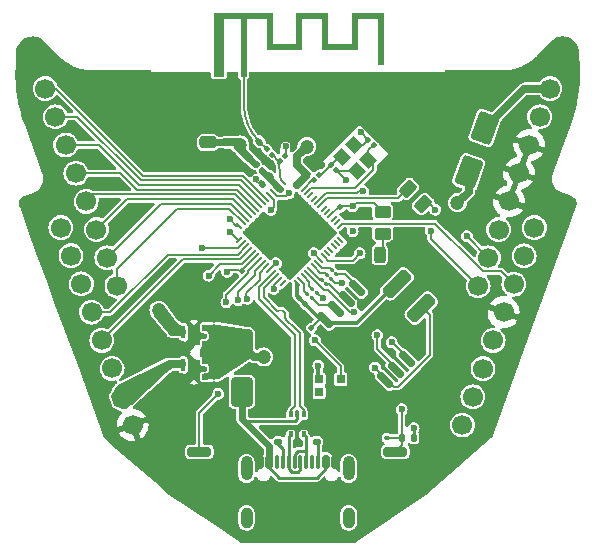
<source format=gbr>
%TF.GenerationSoftware,KiCad,Pcbnew,8.0.3*%
%TF.CreationDate,2024-07-10T12:49:55+02:00*%
%TF.ProjectId,Shard,53686172-642e-46b6-9963-61645f706362,rev?*%
%TF.SameCoordinates,Original*%
%TF.FileFunction,Copper,L1,Top*%
%TF.FilePolarity,Positive*%
%FSLAX46Y46*%
G04 Gerber Fmt 4.6, Leading zero omitted, Abs format (unit mm)*
G04 Created by KiCad (PCBNEW 8.0.3) date 2024-07-10 12:49:55*
%MOMM*%
%LPD*%
G01*
G04 APERTURE LIST*
G04 Aperture macros list*
%AMRoundRect*
0 Rectangle with rounded corners*
0 $1 Rounding radius*
0 $2 $3 $4 $5 $6 $7 $8 $9 X,Y pos of 4 corners*
0 Add a 4 corners polygon primitive as box body*
4,1,4,$2,$3,$4,$5,$6,$7,$8,$9,$2,$3,0*
0 Add four circle primitives for the rounded corners*
1,1,$1+$1,$2,$3*
1,1,$1+$1,$4,$5*
1,1,$1+$1,$6,$7*
1,1,$1+$1,$8,$9*
0 Add four rect primitives between the rounded corners*
20,1,$1+$1,$2,$3,$4,$5,0*
20,1,$1+$1,$4,$5,$6,$7,0*
20,1,$1+$1,$6,$7,$8,$9,0*
20,1,$1+$1,$8,$9,$2,$3,0*%
%AMHorizOval*
0 Thick line with rounded ends*
0 $1 width*
0 $2 $3 position (X,Y) of the first rounded end (center of the circle)*
0 $4 $5 position (X,Y) of the second rounded end (center of the circle)*
0 Add line between two ends*
20,1,$1,$2,$3,$4,$5,0*
0 Add two circle primitives to create the rounded ends*
1,1,$1,$2,$3*
1,1,$1,$4,$5*%
%AMRotRect*
0 Rectangle, with rotation*
0 The origin of the aperture is its center*
0 $1 length*
0 $2 width*
0 $3 Rotation angle, in degrees counterclockwise*
0 Add horizontal line*
21,1,$1,$2,0,0,$3*%
G04 Aperture macros list end*
%TA.AperFunction,EtchedComponent*%
%ADD10C,0.000000*%
%TD*%
%TA.AperFunction,SMDPad,CuDef*%
%ADD11RoundRect,0.250000X0.268780X-1.162006X0.952820X0.717380X-0.268780X1.162006X-0.952820X-0.717380X0*%
%TD*%
%TA.AperFunction,SMDPad,CuDef*%
%ADD12RoundRect,0.100000X0.021213X0.162635X-0.162635X-0.021213X-0.021213X-0.162635X0.162635X0.021213X0*%
%TD*%
%TA.AperFunction,ComponentPad*%
%ADD13HorizOval,1.700000X0.000000X0.000000X0.000000X0.000000X0*%
%TD*%
%TA.AperFunction,SMDPad,CuDef*%
%ADD14RoundRect,0.100000X-0.100000X0.130000X-0.100000X-0.130000X0.100000X-0.130000X0.100000X0.130000X0*%
%TD*%
%TA.AperFunction,SMDPad,CuDef*%
%ADD15RoundRect,0.140000X-0.021213X0.219203X-0.219203X0.021213X0.021213X-0.219203X0.219203X-0.021213X0*%
%TD*%
%TA.AperFunction,SMDPad,CuDef*%
%ADD16RoundRect,0.135000X0.185000X-0.135000X0.185000X0.135000X-0.185000X0.135000X-0.185000X-0.135000X0*%
%TD*%
%TA.AperFunction,SMDPad,CuDef*%
%ADD17RoundRect,0.250000X-0.650000X1.000000X-0.650000X-1.000000X0.650000X-1.000000X0.650000X1.000000X0*%
%TD*%
%TA.AperFunction,SMDPad,CuDef*%
%ADD18RoundRect,0.100000X0.100000X-0.130000X0.100000X0.130000X-0.100000X0.130000X-0.100000X-0.130000X0*%
%TD*%
%TA.AperFunction,SMDPad,CuDef*%
%ADD19RoundRect,0.100000X-0.162635X0.021213X0.021213X-0.162635X0.162635X-0.021213X-0.021213X0.162635X0*%
%TD*%
%TA.AperFunction,SMDPad,CuDef*%
%ADD20RoundRect,0.135000X0.135000X0.185000X-0.135000X0.185000X-0.135000X-0.185000X0.135000X-0.185000X0*%
%TD*%
%TA.AperFunction,SMDPad,CuDef*%
%ADD21RoundRect,0.200000X0.800000X-0.200000X0.800000X0.200000X-0.800000X0.200000X-0.800000X-0.200000X0*%
%TD*%
%TA.AperFunction,SMDPad,CuDef*%
%ADD22RoundRect,0.093750X0.093750X-0.156250X0.093750X0.156250X-0.093750X0.156250X-0.093750X-0.156250X0*%
%TD*%
%TA.AperFunction,SMDPad,CuDef*%
%ADD23RoundRect,0.075000X0.075000X-0.250000X0.075000X0.250000X-0.075000X0.250000X-0.075000X-0.250000X0*%
%TD*%
%TA.AperFunction,SMDPad,CuDef*%
%ADD24RoundRect,0.140000X-0.170000X0.140000X-0.170000X-0.140000X0.170000X-0.140000X0.170000X0.140000X0*%
%TD*%
%TA.AperFunction,ComponentPad*%
%ADD25HorizOval,1.700000X0.000000X0.000000X0.000000X0.000000X0*%
%TD*%
%TA.AperFunction,SMDPad,CuDef*%
%ADD26RoundRect,0.250000X-0.475000X0.250000X-0.475000X-0.250000X0.475000X-0.250000X0.475000X0.250000X0*%
%TD*%
%TA.AperFunction,SMDPad,CuDef*%
%ADD27RoundRect,0.093750X-0.093750X-0.106250X0.093750X-0.106250X0.093750X0.106250X-0.093750X0.106250X0*%
%TD*%
%TA.AperFunction,HeatsinkPad*%
%ADD28C,0.600000*%
%TD*%
%TA.AperFunction,HeatsinkPad*%
%ADD29R,1.000000X1.600000*%
%TD*%
%TA.AperFunction,SMDPad,CuDef*%
%ADD30RoundRect,0.150000X0.565685X-0.353553X-0.353553X0.565685X-0.565685X0.353553X0.353553X-0.565685X0*%
%TD*%
%TA.AperFunction,SMDPad,CuDef*%
%ADD31RoundRect,0.100000X-0.021213X-0.162635X0.162635X0.021213X0.021213X0.162635X-0.162635X-0.021213X0*%
%TD*%
%TA.AperFunction,SMDPad,CuDef*%
%ADD32R,0.700000X0.700000*%
%TD*%
%TA.AperFunction,SMDPad,CuDef*%
%ADD33RoundRect,0.140000X0.021213X-0.219203X0.219203X-0.021213X-0.021213X0.219203X-0.219203X0.021213X0*%
%TD*%
%TA.AperFunction,SMDPad,CuDef*%
%ADD34RotRect,1.150000X1.000000X315.000000*%
%TD*%
%TA.AperFunction,SMDPad,CuDef*%
%ADD35RoundRect,0.250000X0.981111X0.539169X0.539169X0.981111X-0.981111X-0.539169X-0.539169X-0.981111X0*%
%TD*%
%TA.AperFunction,SMDPad,CuDef*%
%ADD36RoundRect,0.050000X-0.282843X0.212132X0.212132X-0.282843X0.282843X-0.212132X-0.212132X0.282843X0*%
%TD*%
%TA.AperFunction,SMDPad,CuDef*%
%ADD37RoundRect,0.050000X-0.282843X-0.212132X-0.212132X-0.282843X0.282843X0.212132X0.212132X0.282843X0*%
%TD*%
%TA.AperFunction,HeatsinkPad*%
%ADD38RotRect,4.000000X4.000000X315.000000*%
%TD*%
%TA.AperFunction,SMDPad,CuDef*%
%ADD39RoundRect,0.075000X-0.141421X0.035355X0.035355X-0.141421X0.141421X-0.035355X-0.035355X0.141421X0*%
%TD*%
%TA.AperFunction,ConnectorPad*%
%ADD40R,0.500000X0.500000*%
%TD*%
%TA.AperFunction,ComponentPad*%
%ADD41R,0.900000X0.500000*%
%TD*%
%TA.AperFunction,SMDPad,CuDef*%
%ADD42RoundRect,0.135000X-0.185000X0.135000X-0.185000X-0.135000X0.185000X-0.135000X0.185000X0.135000X0*%
%TD*%
%TA.AperFunction,SMDPad,CuDef*%
%ADD43RoundRect,0.100000X0.130000X0.100000X-0.130000X0.100000X-0.130000X-0.100000X0.130000X-0.100000X0*%
%TD*%
%TA.AperFunction,SMDPad,CuDef*%
%ADD44RoundRect,0.100000X0.162635X-0.021213X-0.021213X0.162635X-0.162635X0.021213X0.021213X-0.162635X0*%
%TD*%
%TA.AperFunction,SMDPad,CuDef*%
%ADD45RoundRect,0.250000X-0.450000X0.262500X-0.450000X-0.262500X0.450000X-0.262500X0.450000X0.262500X0*%
%TD*%
%TA.AperFunction,SMDPad,CuDef*%
%ADD46RoundRect,0.250000X-0.503814X-0.132583X-0.132583X-0.503814X0.503814X0.132583X0.132583X0.503814X0*%
%TD*%
%TA.AperFunction,SMDPad,CuDef*%
%ADD47RoundRect,0.243750X0.243750X0.456250X-0.243750X0.456250X-0.243750X-0.456250X0.243750X-0.456250X0*%
%TD*%
%TA.AperFunction,SMDPad,CuDef*%
%ADD48RoundRect,0.150000X-0.150000X-0.425000X0.150000X-0.425000X0.150000X0.425000X-0.150000X0.425000X0*%
%TD*%
%TA.AperFunction,SMDPad,CuDef*%
%ADD49RoundRect,0.075000X-0.075000X-0.500000X0.075000X-0.500000X0.075000X0.500000X-0.075000X0.500000X0*%
%TD*%
%TA.AperFunction,ComponentPad*%
%ADD50O,1.000000X2.100000*%
%TD*%
%TA.AperFunction,ComponentPad*%
%ADD51O,1.000000X1.800000*%
%TD*%
%TA.AperFunction,ViaPad*%
%ADD52C,0.600000*%
%TD*%
%TA.AperFunction,ViaPad*%
%ADD53C,1.200000*%
%TD*%
%TA.AperFunction,Conductor*%
%ADD54C,0.148336*%
%TD*%
%TA.AperFunction,Conductor*%
%ADD55C,0.200000*%
%TD*%
%TA.AperFunction,Conductor*%
%ADD56C,0.406400*%
%TD*%
%TA.AperFunction,Conductor*%
%ADD57C,0.254000*%
%TD*%
%TA.AperFunction,Conductor*%
%ADD58C,0.635000*%
%TD*%
%TA.AperFunction,Conductor*%
%ADD59C,0.600000*%
%TD*%
%TA.AperFunction,Conductor*%
%ADD60C,0.355600*%
%TD*%
%TA.AperFunction,Conductor*%
%ADD61C,0.304800*%
%TD*%
%TA.AperFunction,Conductor*%
%ADD62C,0.320040*%
%TD*%
%TA.AperFunction,Conductor*%
%ADD63C,0.558800*%
%TD*%
G04 APERTURE END LIST*
D10*
%TA.AperFunction,EtchedComponent*%
%TO.C,ANT1*%
G36*
X145100000Y-77790000D02*
G01*
X147100000Y-77790000D01*
X147100000Y-75150000D01*
X149800000Y-75150000D01*
X149800000Y-77790000D01*
X151800000Y-77790000D01*
X151800000Y-75150000D01*
X154500000Y-75150000D01*
X154500000Y-79590000D01*
X154000000Y-79590000D01*
X154000000Y-75650000D01*
X152300000Y-75650000D01*
X152300000Y-78290000D01*
X149300000Y-78290000D01*
X149300000Y-75650000D01*
X147600000Y-75650000D01*
X147600000Y-78290000D01*
X144600000Y-78290000D01*
X144600000Y-75650000D01*
X142900000Y-75650000D01*
X142900000Y-80550000D01*
X142400000Y-80550000D01*
X142400000Y-75650000D01*
X141000000Y-75650000D01*
X141000000Y-80550000D01*
X140100000Y-80550000D01*
X140100000Y-80306785D01*
X140402417Y-80306785D01*
X140412258Y-80354395D01*
X140436326Y-80396797D01*
X140474269Y-80429581D01*
X140482181Y-80433935D01*
X140524844Y-80446043D01*
X140573363Y-80445300D01*
X140618878Y-80432400D01*
X140637489Y-80421787D01*
X140671132Y-80386553D01*
X140691691Y-80341368D01*
X140698222Y-80291842D01*
X140689782Y-80243583D01*
X140672888Y-80211357D01*
X140637628Y-80178687D01*
X140592318Y-80158592D01*
X140542733Y-80152018D01*
X140494647Y-80159908D01*
X140461755Y-80176814D01*
X140426815Y-80213584D01*
X140407153Y-80258378D01*
X140402417Y-80306785D01*
X140100000Y-80306785D01*
X140100000Y-75150000D01*
X145100000Y-75150000D01*
X145100000Y-77790000D01*
G37*
%TD.AperFunction*%
%TD*%
D11*
%TO.P,D2,1,K*%
%TO.N,/VIN*%
X161715960Y-88654385D03*
%TO.P,D2,2,A*%
%TO.N,Net-(D2-A)*%
X163084040Y-84895615D03*
%TD*%
D12*
%TO.P,C9,1*%
%TO.N,/VDD_SPI*%
X147332322Y-99292678D03*
%TO.P,C9,2*%
%TO.N,GND*%
X146879774Y-99745226D03*
%TD*%
D13*
%TO.P,J5,1,Pin_1*%
%TO.N,/9*%
X127162613Y-93329084D03*
%TO.P,J5,2,Pin_2*%
%TO.N,/10*%
X128031344Y-95715903D03*
%TO.P,J5,3,Pin_3*%
%TO.N,/11*%
X128900075Y-98102723D03*
%TO.P,J5,4,Pin_4*%
%TO.N,/12*%
X129768806Y-100489542D03*
%TO.P,J5,5,Pin_5*%
%TO.N,/13*%
X130637538Y-102876361D03*
%TO.P,J5,6,Pin_6*%
%TO.N,/14*%
X131506269Y-105263180D03*
%TO.P,J5,7,Pin_7*%
%TO.N,/E3.3V*%
X132375000Y-107650000D03*
%TO.P,J5,8,Pin_8*%
%TO.N,GND*%
X133243731Y-110036819D03*
%TD*%
%TO.P,J4,1,Pin_1*%
%TO.N,/1*%
X125843882Y-81567265D03*
%TO.P,J4,2,Pin_2*%
%TO.N,/2*%
X126712613Y-83954084D03*
%TO.P,J4,3,Pin_3*%
%TO.N,/3*%
X127581344Y-86340904D03*
%TO.P,J4,4,Pin_4*%
%TO.N,/4*%
X128450075Y-88727723D03*
%TO.P,J4,5,Pin_5*%
%TO.N,/5*%
X129318807Y-91114542D03*
%TO.P,J4,6,Pin_6*%
%TO.N,/6*%
X130187538Y-93501361D03*
%TO.P,J4,7,Pin_7*%
%TO.N,/7*%
X131056269Y-95888181D03*
%TO.P,J4,8,Pin_8*%
%TO.N,/8*%
X131925000Y-98275000D03*
%TD*%
D14*
%TO.P,C1,1*%
%TO.N,/VIN*%
X140175000Y-105975000D03*
%TO.P,C1,2*%
%TO.N,GND*%
X140175000Y-106615000D03*
%TD*%
D15*
%TO.P,C8,1*%
%TO.N,/VDD3P3*%
X144864411Y-88985589D03*
%TO.P,C8,2*%
%TO.N,GND*%
X144185589Y-89664411D03*
%TD*%
D16*
%TO.P,R2,1*%
%TO.N,Net-(J1-CC2)*%
X148825000Y-111460000D03*
%TO.P,R2,2*%
%TO.N,GND*%
X148825000Y-110440000D03*
%TD*%
D17*
%TO.P,D1,1,K*%
%TO.N,/VIN*%
X142500000Y-103225000D03*
%TO.P,D1,2,A*%
%TO.N,VBUS*%
X142500000Y-107225002D03*
%TD*%
D18*
%TO.P,C13,1*%
%TO.N,/VIN*%
X140150000Y-101775000D03*
%TO.P,C13,2*%
%TO.N,GND*%
X140150000Y-101135000D03*
%TD*%
D19*
%TO.P,L1,1,1*%
%TO.N,+3.3V*%
X143723726Y-88023726D03*
%TO.P,L1,2,2*%
%TO.N,/VDD3P3*%
X144176274Y-88476274D03*
%TD*%
D20*
%TO.P,R4,1*%
%TO.N,/E3.3V*%
X157060000Y-111150000D03*
%TO.P,R4,2*%
%TO.N,/RESET*%
X156040000Y-111150000D03*
%TD*%
D21*
%TO.P,BOOT,1,1*%
%TO.N,GND*%
X138900000Y-116500000D03*
%TO.P,BOOT,2,2*%
%TO.N,/BOOT*%
X138900000Y-112300000D03*
%TD*%
D22*
%TO.P,U2,1,I/O1*%
%TO.N,/D_N*%
X146662500Y-110850000D03*
D23*
%TO.P,U2,2,GND*%
%TO.N,GND*%
X147200000Y-110925000D03*
D22*
%TO.P,U2,3,I/O2*%
%TO.N,/D_P*%
X147737500Y-110850000D03*
%TO.P,U2,4,I/O2*%
%TO.N,/D+*%
X147737500Y-109150000D03*
D23*
%TO.P,U2,5,VBUS*%
%TO.N,VBUS*%
X147200000Y-109075000D03*
D22*
%TO.P,U2,6,I/O1*%
%TO.N,/D-*%
X146662500Y-109150000D03*
%TD*%
D24*
%TO.P,C2,1*%
%TO.N,+3.3V*%
X136600000Y-102145000D03*
%TO.P,C2,2*%
%TO.N,GND*%
X136600000Y-103105000D03*
%TD*%
D25*
%TO.P,J2,1,Pin_1*%
%TO.N,/15*%
X161175000Y-110050000D03*
%TO.P,J2,2,Pin_2*%
%TO.N,/16*%
X162043731Y-107663181D03*
%TO.P,J2,3,Pin_3*%
%TO.N,/17*%
X162912462Y-105276361D03*
%TO.P,J2,4,Pin_4*%
%TO.N,/18*%
X163781193Y-102889542D03*
%TO.P,J2,5,Pin_5*%
%TO.N,GND*%
X164649925Y-100502723D03*
%TO.P,J2,6,Pin_6*%
%TO.N,/38*%
X165518656Y-98115904D03*
%TO.P,J2,7,Pin_7*%
%TO.N,/47*%
X166387387Y-95729084D03*
%TO.P,J2,8,Pin_8*%
%TO.N,/48*%
X167256118Y-93342265D03*
%TD*%
D19*
%TO.P,C11,1*%
%TO.N,+3.3V*%
X150843726Y-91613726D03*
%TO.P,C11,2*%
%TO.N,GND*%
X151296274Y-92066274D03*
%TD*%
D26*
%TO.P,C5,1*%
%TO.N,+3.3V*%
X139625000Y-86125001D03*
%TO.P,C5,2*%
%TO.N,GND*%
X139625000Y-88024999D03*
%TD*%
D27*
%TO.P,U3,1,OUT*%
%TO.N,+3.3V*%
X137550000Y-101850000D03*
%TO.P,U3,2,SNS*%
X137550000Y-102500000D03*
%TO.P,U3,3,GND*%
%TO.N,GND*%
X137550000Y-103150000D03*
%TO.P,U3,4,EN*%
%TO.N,/VIN*%
X139325000Y-103150000D03*
%TO.P,U3,5,GND*%
%TO.N,GND*%
X139325000Y-102500000D03*
%TO.P,U3,6,IN*%
%TO.N,/VIN*%
X139325000Y-101850000D03*
D28*
%TO.P,U3,7,PAD*%
%TO.N,GND*%
X138437500Y-101950000D03*
D29*
X138437500Y-102500000D03*
D28*
X138437500Y-103050000D03*
%TD*%
D30*
%TO.P,U5,1,~{CS}*%
%TO.N,/SPICS0*%
X154653143Y-106249195D03*
%TO.P,U5,2,DO(IO1)*%
%TO.N,/SPIQ*%
X155551169Y-105351169D03*
%TO.P,U5,3,IO2*%
%TO.N,/SPIWP*%
X156449194Y-104453144D03*
%TO.P,U5,4,GND*%
%TO.N,GND*%
X157347220Y-103555118D03*
%TO.P,U5,5,DI(IO0)*%
%TO.N,/SPID*%
X152256051Y-98463949D03*
%TO.P,U5,6,CLK*%
%TO.N,/SPICLK*%
X151358025Y-99361975D03*
%TO.P,U5,7,IO3*%
%TO.N,/SPIHD*%
X150460000Y-100260000D03*
%TO.P,U5,8,VCC*%
%TO.N,/VDD_SPI*%
X149561974Y-101158026D03*
%TD*%
D31*
%TO.P,C19,1*%
%TO.N,/LNA_IN*%
X145692678Y-87707322D03*
%TO.P,C19,2*%
%TO.N,GND*%
X146145226Y-87254774D03*
%TD*%
D32*
%TO.P,D4,1,VDD*%
%TO.N,/E3.3V*%
X149035000Y-106175000D03*
%TO.P,D4,2,DOUT*%
%TO.N,unconnected-(D4-DOUT-Pad2)*%
X149035000Y-107275000D03*
%TO.P,D4,3,VSS*%
%TO.N,GND*%
X150865000Y-107275000D03*
%TO.P,D4,4,DIN*%
%TO.N,/21*%
X150865000Y-106175000D03*
%TD*%
D33*
%TO.P,C20,1*%
%TO.N,Net-(ANT1-Pad1)*%
X143975000Y-86050000D03*
%TO.P,C20,2*%
%TO.N,GND*%
X144653822Y-85371178D03*
%TD*%
D34*
%TO.P,Y1,1,1*%
%TO.N,Net-(C17-Pad1)*%
X150975000Y-87325000D03*
%TO.P,Y1,2,2*%
%TO.N,GND*%
X152212437Y-88562437D03*
%TO.P,Y1,3,3*%
%TO.N,/XTAL_N*%
X153202386Y-87572488D03*
%TO.P,Y1,4,4*%
%TO.N,GND*%
X151964949Y-86335051D03*
%TD*%
D15*
%TO.P,C7,1*%
%TO.N,+3.3V*%
X143114411Y-87435589D03*
%TO.P,C7,2*%
%TO.N,GND*%
X142435589Y-88114411D03*
%TD*%
D21*
%TO.P,RESET,1,1*%
%TO.N,GND*%
X155500000Y-116500000D03*
%TO.P,RESET,2,2*%
%TO.N,/RESET*%
X155500000Y-112300000D03*
%TD*%
D35*
%TO.P,R5,1*%
%TO.N,/SPICS0*%
X157684144Y-100144144D03*
%TO.P,R5,2*%
%TO.N,/VDD_SPI*%
X155615856Y-98075856D03*
%TD*%
D31*
%TO.P,C4,1*%
%TO.N,+3.3V*%
X148100000Y-88800000D03*
%TO.P,C4,2*%
%TO.N,GND*%
X148552548Y-88347452D03*
%TD*%
D36*
%TO.P,U1,1,LNA_IN*%
%TO.N,/LNA_IN*%
X145958507Y-89481552D03*
%TO.P,U1,2,VDD3P3*%
%TO.N,/VDD3P3*%
X145675665Y-89764395D03*
%TO.P,U1,3,VDD3P3*%
X145392822Y-90047237D03*
%TO.P,U1,4,CHIP_PU*%
%TO.N,/RESET*%
X145109979Y-90330080D03*
%TO.P,U1,5,GPIO0*%
%TO.N,/BOOT*%
X144827136Y-90612923D03*
%TO.P,U1,6,GPIO1*%
%TO.N,/1*%
X144544294Y-90895766D03*
%TO.P,U1,7,GPIO2*%
%TO.N,/2*%
X144261451Y-91178608D03*
%TO.P,U1,8,GPIO3*%
%TO.N,/3*%
X143978608Y-91461451D03*
%TO.P,U1,9,GPIO4*%
%TO.N,/4*%
X143695766Y-91744294D03*
%TO.P,U1,10,GPIO5*%
%TO.N,/5*%
X143412923Y-92027136D03*
%TO.P,U1,11,GPIO6*%
%TO.N,/6*%
X143130080Y-92309979D03*
%TO.P,U1,12,GPIO7*%
%TO.N,/7*%
X142847237Y-92592822D03*
%TO.P,U1,13,GPIO8*%
%TO.N,/8*%
X142564395Y-92875665D03*
%TO.P,U1,14,GPIO9*%
%TO.N,/9*%
X142281552Y-93158507D03*
D37*
%TO.P,U1,15,GPIO10*%
%TO.N,/10*%
X142281552Y-94360589D03*
%TO.P,U1,16,GPIO11*%
%TO.N,/11*%
X142564395Y-94643431D03*
%TO.P,U1,17,GPIO12*%
%TO.N,/12*%
X142847237Y-94926274D03*
%TO.P,U1,18,GPIO13*%
%TO.N,/13*%
X143130080Y-95209117D03*
%TO.P,U1,19,GPIO14*%
%TO.N,/14*%
X143412923Y-95491960D03*
%TO.P,U1,20,VDD3P3_RTC*%
%TO.N,+3.3V*%
X143695766Y-95774802D03*
%TO.P,U1,21,XTAL_32K_P*%
%TO.N,/15*%
X143978608Y-96057645D03*
%TO.P,U1,22,XTAL_32K_N*%
%TO.N,/16*%
X144261451Y-96340488D03*
%TO.P,U1,23,GPIO17*%
%TO.N,/17*%
X144544294Y-96623330D03*
%TO.P,U1,24,GPIO18*%
%TO.N,/18*%
X144827136Y-96906173D03*
%TO.P,U1,25,GPIO19/USB_D-*%
%TO.N,/D-*%
X145109979Y-97189016D03*
%TO.P,U1,26,GPIO20/USB_D+*%
%TO.N,/D+*%
X145392822Y-97471859D03*
%TO.P,U1,27,GPIO21*%
%TO.N,/21*%
X145675665Y-97754701D03*
%TO.P,U1,28,SPICS1*%
%TO.N,unconnected-(U1-SPICS1-Pad28)*%
X145958507Y-98037544D03*
D36*
%TO.P,U1,29,VDD_SPI*%
%TO.N,/VDD_SPI*%
X147160589Y-98037544D03*
%TO.P,U1,30,SPIHD*%
%TO.N,Net-(U1-SPIHD)*%
X147443431Y-97754701D03*
%TO.P,U1,31,SPIWP*%
%TO.N,Net-(U1-SPIWP)*%
X147726274Y-97471859D03*
%TO.P,U1,32,SPICS0*%
%TO.N,/SPICS0*%
X148009117Y-97189016D03*
%TO.P,U1,33,SPICLK*%
%TO.N,Net-(U1-SPICLK)*%
X148291960Y-96906173D03*
%TO.P,U1,34,SPIQ*%
%TO.N,Net-(U1-SPIQ)*%
X148574802Y-96623330D03*
%TO.P,U1,35,SPID*%
%TO.N,Net-(U1-SPID)*%
X148857645Y-96340488D03*
%TO.P,U1,36,SPICLK_N*%
%TO.N,/47*%
X149140488Y-96057645D03*
%TO.P,U1,37,SPICLK_P*%
%TO.N,/48*%
X149423330Y-95774802D03*
%TO.P,U1,38,GPIO33*%
%TO.N,unconnected-(U1-GPIO33-Pad38)*%
X149706173Y-95491960D03*
%TO.P,U1,39,GPIO34*%
%TO.N,unconnected-(U1-GPIO34-Pad39)*%
X149989016Y-95209117D03*
%TO.P,U1,40,GPIO35*%
%TO.N,unconnected-(U1-GPIO35-Pad40)*%
X150271859Y-94926274D03*
%TO.P,U1,41,GPIO36*%
%TO.N,unconnected-(U1-GPIO36-Pad41)*%
X150554701Y-94643431D03*
%TO.P,U1,42,GPIO37*%
%TO.N,unconnected-(U1-GPIO37-Pad42)*%
X150837544Y-94360589D03*
D37*
%TO.P,U1,43,GPIO38*%
%TO.N,/38*%
X150837544Y-93158507D03*
%TO.P,U1,44,MTCK*%
%TO.N,unconnected-(U1-MTCK-Pad44)*%
X150554701Y-92875665D03*
%TO.P,U1,45,MTDO*%
%TO.N,unconnected-(U1-MTDO-Pad45)*%
X150271859Y-92592822D03*
%TO.P,U1,46,VDD3P3_CPU*%
%TO.N,+3.3V*%
X149989016Y-92309979D03*
%TO.P,U1,47,MTDI*%
%TO.N,unconnected-(U1-MTDI-Pad47)*%
X149706173Y-92027136D03*
%TO.P,U1,48,MTMS*%
%TO.N,unconnected-(U1-MTMS-Pad48)*%
X149423330Y-91744294D03*
%TO.P,U1,49,U0TXD*%
%TO.N,Net-(U1-U0TXD)*%
X149140488Y-91461451D03*
%TO.P,U1,50,U0RXD*%
%TO.N,/RX*%
X148857645Y-91178608D03*
%TO.P,U1,51,GPIO45*%
%TO.N,unconnected-(U1-GPIO45-Pad51)*%
X148574802Y-90895766D03*
%TO.P,U1,52,GPIO46*%
%TO.N,unconnected-(U1-GPIO46-Pad52)*%
X148291960Y-90612923D03*
%TO.P,U1,53,XTAL_N*%
%TO.N,/XTAL_N*%
X148009117Y-90330080D03*
%TO.P,U1,54,XTAL_P*%
%TO.N,/XTAL_P*%
X147726274Y-90047237D03*
%TO.P,U1,55,VDDA*%
%TO.N,+3.3V*%
X147443431Y-89764395D03*
%TO.P,U1,56,VDDA*%
X147160589Y-89481552D03*
D38*
%TO.P,U1,57,GND*%
%TO.N,GND*%
X146559548Y-93759548D03*
%TD*%
D39*
%TO.P,R6,1*%
%TO.N,Net-(U1-SPICLK)*%
X149298223Y-97748223D03*
%TO.P,R6,2*%
%TO.N,/SPICLK*%
X149651777Y-98101777D03*
%TD*%
D40*
%TO.P,ANT1,1*%
%TO.N,Net-(ANT1-Pad1)*%
X142650000Y-80300000D03*
D41*
%TO.P,ANT1,2*%
%TO.N,GND*%
X140550000Y-80300000D03*
%TD*%
D24*
%TO.P,C6,1*%
%TO.N,+3.3V*%
X141075000Y-86119999D03*
%TO.P,C6,2*%
%TO.N,GND*%
X141075000Y-87079999D03*
%TD*%
D39*
%TO.P,R7,1*%
%TO.N,Net-(U1-SPIQ)*%
X149723223Y-97323223D03*
%TO.P,R7,2*%
%TO.N,/SPIQ*%
X150076777Y-97676777D03*
%TD*%
D42*
%TO.P,R1,1*%
%TO.N,GND*%
X145575000Y-110465000D03*
%TO.P,R1,2*%
%TO.N,Net-(J1-CC1)*%
X145575000Y-111485000D03*
%TD*%
D19*
%TO.P,C17,1*%
%TO.N,Net-(C17-Pad1)*%
X150023726Y-88023726D03*
%TO.P,C17,2*%
%TO.N,GND*%
X150476274Y-88476274D03*
%TD*%
D31*
%TO.P,C3,1*%
%TO.N,+3.3V*%
X147517678Y-88232322D03*
%TO.P,C3,2*%
%TO.N,GND*%
X147970226Y-87779774D03*
%TD*%
D27*
%TO.P,U4,1,OUT*%
%TO.N,/E3.3V*%
X137550000Y-104625000D03*
%TO.P,U4,2,SNS*%
X137550000Y-105275000D03*
%TO.P,U4,3,GND*%
%TO.N,GND*%
X137550000Y-105925000D03*
%TO.P,U4,4,EN*%
%TO.N,/VIN*%
X139325000Y-105925000D03*
%TO.P,U4,5,GND*%
%TO.N,GND*%
X139325000Y-105275000D03*
%TO.P,U4,6,IN*%
%TO.N,/VIN*%
X139325000Y-104625000D03*
D28*
%TO.P,U4,7,PAD*%
%TO.N,GND*%
X138437500Y-104725000D03*
D29*
X138437500Y-105275000D03*
D28*
X138437500Y-105825000D03*
%TD*%
D43*
%TO.P,C15,1*%
%TO.N,/RESET*%
X154770000Y-111150000D03*
%TO.P,C15,2*%
%TO.N,GND*%
X154130000Y-111150000D03*
%TD*%
D12*
%TO.P,C10,1*%
%TO.N,/VDD_SPI*%
X147857322Y-99817678D03*
%TO.P,C10,2*%
%TO.N,GND*%
X147404774Y-100270226D03*
%TD*%
D44*
%TO.P,C16,1*%
%TO.N,/VDD_SPI*%
X148376274Y-101836274D03*
%TO.P,C16,2*%
%TO.N,GND*%
X147923726Y-101383726D03*
%TD*%
D39*
%TO.P,R10,1*%
%TO.N,Net-(U1-SPIHD)*%
X148042677Y-98948223D03*
%TO.P,R10,2*%
%TO.N,/SPIHD*%
X148396231Y-99301777D03*
%TD*%
%TO.P,R9,1*%
%TO.N,Net-(U1-SPIWP)*%
X148471446Y-98521446D03*
%TO.P,R9,2*%
%TO.N,/SPIWP*%
X148825000Y-98875000D03*
%TD*%
D31*
%TO.P,R11,1*%
%TO.N,/XTAL_P*%
X148592678Y-89307322D03*
%TO.P,R11,2*%
%TO.N,Net-(C17-Pad1)*%
X149045226Y-88854774D03*
%TD*%
D25*
%TO.P,J3,1,Pin_1*%
%TO.N,/RX*%
X162500000Y-98275000D03*
%TO.P,J3,2,Pin_2*%
%TO.N,/TX*%
X163368731Y-95888181D03*
%TO.P,J3,3,Pin_3*%
%TO.N,/RESET*%
X164237463Y-93501361D03*
%TO.P,J3,4,Pin_4*%
%TO.N,GND*%
X165106193Y-91114542D03*
%TO.P,J3,5,Pin_5*%
X165974924Y-88727723D03*
%TO.P,J3,6,Pin_6*%
X166843655Y-86340904D03*
%TO.P,J3,7,Pin_7*%
%TO.N,/E3.3V*%
X167712387Y-83954084D03*
%TO.P,J3,8,Pin_8*%
%TO.N,Net-(D2-A)*%
X168581118Y-81567265D03*
%TD*%
D19*
%TO.P,L2,1,1*%
%TO.N,Net-(ANT1-Pad1)*%
X144629774Y-86704774D03*
%TO.P,L2,2,2*%
%TO.N,/LNA_IN*%
X145082322Y-87157322D03*
%TD*%
D44*
%TO.P,C18,1*%
%TO.N,/XTAL_N*%
X153651274Y-86351274D03*
%TO.P,C18,2*%
%TO.N,GND*%
X153198726Y-85898726D03*
%TD*%
D45*
%TO.P,R3,1*%
%TO.N,+3.3V*%
X154410000Y-92015000D03*
%TO.P,R3,2*%
%TO.N,Net-(D3-A)*%
X154410000Y-93840000D03*
%TD*%
D39*
%TO.P,R8,1*%
%TO.N,Net-(U1-SPID)*%
X150148223Y-96898223D03*
%TO.P,R8,2*%
%TO.N,/SPID*%
X150501777Y-97251777D03*
%TD*%
D24*
%TO.P,C14,1*%
%TO.N,/E3.3V*%
X136625000Y-104920000D03*
%TO.P,C14,2*%
%TO.N,GND*%
X136625000Y-105880000D03*
%TD*%
D46*
%TO.P,R12,1*%
%TO.N,Net-(U1-U0TXD)*%
X156559530Y-90039530D03*
%TO.P,R12,2*%
%TO.N,/TX*%
X157850000Y-91330000D03*
%TD*%
D12*
%TO.P,C12,1*%
%TO.N,+3.3V*%
X142477548Y-96997452D03*
%TO.P,C12,2*%
%TO.N,GND*%
X142025000Y-97450000D03*
%TD*%
D47*
%TO.P,D3,1,K*%
%TO.N,GND*%
X156060000Y-95631000D03*
%TO.P,D3,2,A*%
%TO.N,Net-(D3-A)*%
X154184998Y-95631000D03*
%TD*%
D48*
%TO.P,J1,A1,GND*%
%TO.N,GND*%
X144010000Y-113150000D03*
%TO.P,J1,A4,VBUS*%
%TO.N,VBUS*%
X144810000Y-113150000D03*
D49*
%TO.P,J1,A5,CC1*%
%TO.N,Net-(J1-CC1)*%
X145960000Y-113150000D03*
%TO.P,J1,A6,D+*%
%TO.N,/D_P*%
X146960000Y-113150000D03*
%TO.P,J1,A7,D-*%
%TO.N,/D_N*%
X147460000Y-113150000D03*
%TO.P,J1,A8,SBU1*%
%TO.N,unconnected-(J1-SBU1-PadA8)*%
X148460000Y-113150000D03*
D48*
%TO.P,J1,A9,VBUS*%
%TO.N,VBUS*%
X149610000Y-113150000D03*
%TO.P,J1,A12,GND*%
%TO.N,GND*%
X150410000Y-113150000D03*
%TO.P,J1,B1,GND*%
X150410000Y-113150000D03*
%TO.P,J1,B4,VBUS*%
%TO.N,VBUS*%
X149610000Y-113150000D03*
D49*
%TO.P,J1,B5,CC2*%
%TO.N,Net-(J1-CC2)*%
X148960000Y-113150000D03*
%TO.P,J1,B6,D+*%
%TO.N,/D_P*%
X147960000Y-113150000D03*
%TO.P,J1,B7,D-*%
%TO.N,/D_N*%
X146460000Y-113150000D03*
%TO.P,J1,B8,SBU2*%
%TO.N,unconnected-(J1-SBU2-PadB8)*%
X145460000Y-113150000D03*
D48*
%TO.P,J1,B9,VBUS*%
%TO.N,VBUS*%
X144810000Y-113150000D03*
%TO.P,J1,B12,GND*%
%TO.N,GND*%
X144010000Y-113150000D03*
D50*
%TO.P,J1,S1,SHIELD*%
%TO.N,unconnected-(J1-SHIELD-PadS1)_2*%
X142890000Y-113725000D03*
D51*
%TO.N,unconnected-(J1-SHIELD-PadS1)_1*%
X142890000Y-117905000D03*
D50*
%TO.N,unconnected-(J1-SHIELD-PadS1)_0*%
X151530000Y-113725000D03*
D51*
%TO.N,unconnected-(J1-SHIELD-PadS1)*%
X151530000Y-117905000D03*
%TD*%
D52*
%TO.N,GND*%
X159250000Y-90910000D03*
X157250000Y-93620000D03*
X156000000Y-93630000D03*
X147190000Y-111570000D03*
X144361000Y-115934000D03*
X152489000Y-111870000D03*
X164681000Y-85454000D03*
X143665226Y-81720113D03*
X141770407Y-83995120D03*
X146550000Y-91900000D03*
X128105000Y-101710000D03*
X151325000Y-89325000D03*
X162649000Y-81390000D03*
X146550000Y-95650000D03*
X168745000Y-79358000D03*
X151600000Y-108000000D03*
X136233000Y-87486000D03*
X146393000Y-115934000D03*
X128105000Y-99678000D03*
X158585000Y-85454000D03*
X148950000Y-87350000D03*
X143000000Y-101000000D03*
X160617000Y-81390000D03*
X154521000Y-83422000D03*
X139500000Y-107100000D03*
X136233000Y-83422000D03*
X147500000Y-94700000D03*
X164681000Y-89518000D03*
X156553000Y-85454000D03*
X143920170Y-84220409D03*
X152550000Y-85250000D03*
X155000000Y-86000000D03*
X154900000Y-102000000D03*
X143150000Y-88600000D03*
X145650000Y-94700000D03*
X138265000Y-87486000D03*
X152600000Y-83700000D03*
X139450000Y-100900000D03*
X138265000Y-81390000D03*
X152661646Y-91867501D03*
X132169000Y-81390000D03*
X155000000Y-88000000D03*
X164681000Y-81390000D03*
X150457000Y-115934000D03*
X146393000Y-81390000D03*
X162649000Y-93582000D03*
X138000000Y-97000000D03*
X156000000Y-87000000D03*
X152489000Y-81390000D03*
X151200000Y-84800000D03*
X141665226Y-81720113D03*
X136233000Y-111870000D03*
X130137000Y-83422000D03*
X156553000Y-83422000D03*
X156553000Y-113902000D03*
X130137000Y-81390000D03*
X160617000Y-111870000D03*
X126073000Y-85454000D03*
X168745000Y-91550000D03*
X134201000Y-81390000D03*
X150457000Y-83422000D03*
X154100000Y-117300000D03*
X134201000Y-83422000D03*
X154521000Y-81390000D03*
X158585000Y-113902000D03*
X157700000Y-102750000D03*
X139900000Y-99800000D03*
X141665226Y-80500000D03*
X142329000Y-111870000D03*
X150457000Y-81390000D03*
X148425000Y-115934000D03*
X146400000Y-99100000D03*
X140900000Y-88100000D03*
X132169000Y-85454000D03*
X138265000Y-109838000D03*
X158585000Y-111870000D03*
X157300000Y-95550000D03*
X148425000Y-81390000D03*
X160617000Y-83422000D03*
X152489000Y-115934000D03*
X126073000Y-95614000D03*
X144700000Y-93750000D03*
X126073000Y-79358000D03*
X166713000Y-99678000D03*
X136233000Y-113902000D03*
X158585000Y-95614000D03*
X168745000Y-85454000D03*
X160617000Y-85454000D03*
X143725000Y-89200000D03*
X134201000Y-85454000D03*
X154000000Y-89000000D03*
X130137000Y-87486000D03*
X143664924Y-82915682D03*
X140297000Y-113902000D03*
X162649000Y-99678000D03*
X143665226Y-80500000D03*
X146550000Y-93770000D03*
X141665226Y-82940226D03*
X151300000Y-102300000D03*
X156553000Y-81390000D03*
X146393000Y-83422000D03*
X150457000Y-111870000D03*
X162649000Y-91550000D03*
X160617000Y-101710000D03*
X159780000Y-97190000D03*
X124041000Y-79358000D03*
X169160000Y-93160000D03*
X153700000Y-84700000D03*
X136600000Y-103950000D03*
X126073000Y-87486000D03*
X146200000Y-86400000D03*
X145400000Y-85000000D03*
X164470000Y-106600000D03*
X134201000Y-111870000D03*
X148450000Y-93750000D03*
X162649000Y-109838000D03*
X142072134Y-84985893D03*
X150457000Y-117966000D03*
X158585000Y-81390000D03*
X136600000Y-106700000D03*
X130137000Y-89518000D03*
X136233000Y-109838000D03*
X146393000Y-117966000D03*
X158585000Y-87486000D03*
X134201000Y-87486000D03*
X142329000Y-115934000D03*
X129920000Y-105050000D03*
X144361000Y-101710000D03*
X140297000Y-109838000D03*
X152800000Y-101850000D03*
X132169000Y-83422000D03*
X124041000Y-81390000D03*
X144361000Y-117966000D03*
X128105000Y-81390000D03*
X138265000Y-83422000D03*
X147500000Y-92800000D03*
X140297000Y-81390000D03*
X158585000Y-83422000D03*
X149800000Y-85900000D03*
X140297000Y-83422000D03*
X138265000Y-113902000D03*
X136233000Y-81390000D03*
X136233000Y-85454000D03*
X160617000Y-103742000D03*
X148425000Y-117966000D03*
X145650000Y-92800000D03*
X153714726Y-104285274D03*
X154521000Y-113902000D03*
X145000000Y-88092500D03*
X164681000Y-87486000D03*
X138265000Y-85454000D03*
X140300000Y-117300000D03*
X148425000Y-83422000D03*
X126073000Y-91550000D03*
D53*
%TO.N,/VIN*%
X144338542Y-104286458D03*
X160750000Y-91225000D03*
%TO.N,+3.3V*%
X135475000Y-100325000D03*
X148000000Y-86475000D03*
X142325000Y-86325000D03*
D52*
X141250000Y-97075000D03*
X151870000Y-91520000D03*
%TO.N,/E3.3V*%
X157050000Y-110325000D03*
X148975000Y-105025000D03*
%TO.N,/RESET*%
X146457641Y-90441616D03*
X151870000Y-93640000D03*
X156025000Y-108725000D03*
%TO.N,/21*%
X145194993Y-98518215D03*
X148669999Y-102880001D03*
%TO.N,/11*%
X139150000Y-95025000D03*
%TO.N,/14*%
X139675000Y-97400000D03*
%TO.N,/15*%
X141175000Y-99650000D03*
%TO.N,/10*%
X141507500Y-93671241D03*
%TO.N,/9*%
X141486350Y-92646150D03*
%TO.N,/18*%
X145380121Y-96358570D03*
%TO.N,/16*%
X142175000Y-99475000D03*
%TO.N,/48*%
X152470000Y-95519827D03*
%TO.N,/17*%
X142966735Y-99360280D03*
%TO.N,/47*%
X148593339Y-95500890D03*
%TO.N,/RX*%
X158502637Y-93640000D03*
X152760000Y-90260000D03*
%TO.N,/TX*%
X158870000Y-91810000D03*
X161540000Y-94051361D03*
%TO.N,/SPICS0*%
X153777961Y-105197039D03*
X152018768Y-100502740D03*
%TO.N,/SPIQ*%
X150999645Y-97987415D03*
X153975000Y-102450000D03*
%TO.N,/SPIWP*%
X155185430Y-103049794D03*
X149325000Y-99325000D03*
%TO.N,/BOOT*%
X144925000Y-91850000D03*
X140500000Y-107410000D03*
%TD*%
D54*
%TO.N,Net-(ANT1-Pad1)*%
X142665226Y-82940226D02*
X142665226Y-80490000D01*
X143938018Y-86013018D02*
X143975000Y-86050000D01*
X144629774Y-86704774D02*
X143975000Y-86050000D01*
X143938018Y-86013018D02*
G75*
G02*
X142665205Y-82940226I3072782J3072818D01*
G01*
D55*
%TO.N,GND*%
X143725000Y-89200000D02*
X143725000Y-89400000D01*
X151325000Y-89325000D02*
X150476274Y-88476274D01*
X153198726Y-85898726D02*
X152550000Y-85250000D01*
X151964949Y-86335051D02*
X152762401Y-86335051D01*
X143725000Y-89400000D02*
X144075000Y-89750000D01*
D56*
X137805392Y-105925000D02*
X138437500Y-105292892D01*
D57*
X149000000Y-110480000D02*
X148793000Y-110273000D01*
X148793000Y-110273000D02*
X147420872Y-110273000D01*
D55*
X152212437Y-88562437D02*
X150562437Y-88562437D01*
D56*
X138437500Y-105292892D02*
X138437500Y-105275000D01*
D57*
X145400000Y-110505000D02*
X145632000Y-110273000D01*
X147200000Y-110525000D02*
X147200000Y-110925000D01*
X147420872Y-110273000D02*
X147200000Y-110493872D01*
D56*
X139325000Y-102500000D02*
X138437500Y-102500000D01*
D57*
X146948000Y-110273000D02*
X147200000Y-110525000D01*
D56*
X137550000Y-105925000D02*
X137805392Y-105925000D01*
D55*
X150562437Y-88562437D02*
X150476274Y-88476274D01*
D56*
X137550000Y-103150000D02*
X137805392Y-103150000D01*
D54*
X146200000Y-86400000D02*
X146200000Y-87200000D01*
D56*
X139325000Y-105275000D02*
X138437500Y-105275000D01*
D54*
X146200000Y-87200000D02*
X146145226Y-87254774D01*
D57*
X147200000Y-110493872D02*
X147200000Y-110925000D01*
D56*
X137805392Y-103150000D02*
X138437500Y-102517892D01*
D57*
X145632000Y-110273000D02*
X146948000Y-110273000D01*
D55*
X152762401Y-86335051D02*
X153198726Y-85898726D01*
D56*
X138437500Y-102517892D02*
X138437500Y-102500000D01*
D58*
%TO.N,/VIN*%
X161715960Y-90284040D02*
X160800000Y-91200000D01*
X144338542Y-104286458D02*
X143561458Y-104286458D01*
X160775000Y-91200000D02*
X160750000Y-91225000D01*
X161715960Y-88654385D02*
X161715960Y-90284040D01*
X160800000Y-91200000D02*
X160775000Y-91200000D01*
X143561458Y-104286458D02*
X142500000Y-103225000D01*
D55*
%TO.N,+3.3V*%
X152122499Y-91267501D02*
X153662501Y-91267501D01*
X151870000Y-91520000D02*
X151851680Y-91501680D01*
D59*
X143638907Y-87960085D02*
X143660085Y-87960085D01*
D55*
X142321988Y-96997452D02*
X142575000Y-96997452D01*
D59*
X141069998Y-86125001D02*
X141075000Y-86119999D01*
D58*
X147810584Y-89089651D02*
X147175117Y-89725118D01*
X136600000Y-102145000D02*
X137415000Y-102145000D01*
D55*
X141439594Y-96885406D02*
X142209942Y-96885406D01*
X142209942Y-96885406D02*
X142321988Y-96997452D01*
D58*
X137415000Y-102145000D02*
X137420000Y-102150000D01*
D55*
X153662501Y-91267501D02*
X154410000Y-92015000D01*
X151851680Y-91501680D02*
X150955772Y-91501680D01*
D58*
X147810584Y-89074716D02*
X147810584Y-89089651D01*
X142325000Y-86325000D02*
X142325000Y-86646178D01*
D55*
X151870000Y-91520000D02*
X152122499Y-91267501D01*
D59*
X139625000Y-86125001D02*
X141069998Y-86125001D01*
D55*
X150792678Y-91506317D02*
X149989016Y-92309979D01*
D58*
X142325000Y-86325000D02*
X142119999Y-86119999D01*
D55*
X141250000Y-97075000D02*
X141439594Y-96885406D01*
D58*
X147188132Y-87286868D02*
X147188132Y-88054806D01*
X147933326Y-88951974D02*
X147810584Y-89074716D01*
D60*
X137550000Y-101850000D02*
X137550000Y-102500000D01*
D55*
X150955772Y-91501680D02*
X150843726Y-91613726D01*
D58*
X142325000Y-86646178D02*
X143114411Y-87435589D01*
D55*
X150792678Y-91482322D02*
X150792678Y-91506317D01*
D58*
X142119999Y-86119999D02*
X141075000Y-86119999D01*
D55*
X142598726Y-96871842D02*
X142598726Y-96898726D01*
X142575000Y-96997452D02*
X142623726Y-96948726D01*
D58*
X147188132Y-88054806D02*
X147933326Y-88800000D01*
X147933326Y-88800000D02*
X147933326Y-88951974D01*
X148000000Y-86475000D02*
X147188132Y-87286868D01*
D55*
X143695766Y-95774802D02*
X142598726Y-96871842D01*
D57*
X147517678Y-88232322D02*
X147532322Y-88232322D01*
D59*
X143114411Y-87435589D02*
X143638907Y-87960085D01*
%TO.N,/VDD3P3*%
X144239915Y-88582271D02*
X144239915Y-88539915D01*
X144753822Y-89096178D02*
X144753822Y-89125395D01*
X144753822Y-89125395D02*
X145714214Y-90085787D01*
X144753822Y-89096178D02*
X144239915Y-88582271D01*
D61*
%TO.N,/VDD_SPI*%
X149041098Y-101001454D02*
X149582377Y-101001454D01*
X147332322Y-99292678D02*
X147123536Y-99083892D01*
X149980923Y-101400000D02*
X152206712Y-101400000D01*
X147857322Y-99817678D02*
X149041098Y-101001454D01*
D55*
X148426274Y-101751274D02*
X149041098Y-101136450D01*
D61*
X147332322Y-99292678D02*
X147857322Y-99817678D01*
X152206712Y-101400000D02*
X155590856Y-98015856D01*
X147123536Y-99083892D02*
X147123536Y-98074596D01*
X149582377Y-101001454D02*
X149980923Y-101400000D01*
D55*
X149041098Y-101136450D02*
X149041098Y-101001454D01*
D61*
X155590856Y-98015856D02*
X155590856Y-97915856D01*
D58*
%TO.N,/E3.3V*%
X136625000Y-104920000D02*
X137415000Y-104920000D01*
D60*
X137550000Y-104625000D02*
X137550000Y-105275000D01*
D61*
X148975000Y-106115000D02*
X149035000Y-106175000D01*
D58*
X137415000Y-104920000D02*
X137420000Y-104925000D01*
D57*
X157060000Y-110335000D02*
X157050000Y-110325000D01*
D61*
X148975000Y-105025000D02*
X148975000Y-106115000D01*
D57*
X157060000Y-111150000D02*
X157060000Y-110335000D01*
D55*
%TO.N,/RESET*%
X156040000Y-111150000D02*
X156040000Y-111760000D01*
X156040000Y-111760000D02*
X155500000Y-112300000D01*
X146213470Y-90685787D02*
X145465686Y-90685787D01*
X145465686Y-90685787D02*
X145109979Y-90330080D01*
X156025000Y-108725000D02*
X156040000Y-108740000D01*
X156040000Y-108740000D02*
X156040000Y-111150000D01*
X146457641Y-90441616D02*
X146213470Y-90685787D01*
X154770000Y-111150000D02*
X156040000Y-111150000D01*
%TO.N,Net-(C17-Pad1)*%
X149873726Y-88173726D02*
X150722452Y-87325000D01*
X149045226Y-88854774D02*
X149192678Y-88854774D01*
X150722452Y-87325000D02*
X150975000Y-87325000D01*
X149192678Y-88854774D02*
X149873726Y-88173726D01*
%TO.N,/XTAL_N*%
X153202386Y-87572488D02*
X153202386Y-86800162D01*
X153608973Y-88441027D02*
X152070899Y-89979101D01*
X148360096Y-89979101D02*
X148009117Y-90330080D01*
X152070899Y-89979101D02*
X148360096Y-89979101D01*
X153608973Y-87979075D02*
X153608973Y-88441027D01*
X153202386Y-86800162D02*
X153651274Y-86351274D01*
X153202386Y-87572488D02*
X153608973Y-87979075D01*
D54*
%TO.N,/LNA_IN*%
X145197703Y-87212347D02*
X145142678Y-87157322D01*
X145082322Y-87157322D02*
X145142678Y-87157322D01*
X145904810Y-89427855D02*
X145958507Y-89481552D01*
D62*
X145692678Y-87707322D02*
X145632322Y-87707322D01*
D54*
X145692678Y-88915723D02*
X145692678Y-88407322D01*
X145692678Y-88915723D02*
G75*
G03*
X145904830Y-89427834I724222J23D01*
G01*
X145692678Y-88407322D02*
G75*
G03*
X145197719Y-87212330I-1689978J22D01*
G01*
D57*
%TO.N,VBUS*%
X148826222Y-114506000D02*
X145670408Y-114506000D01*
X145670408Y-114506000D02*
X144810000Y-113645592D01*
X143224999Y-107950000D02*
X142500000Y-107225001D01*
X147200000Y-109550000D02*
X147000000Y-109750000D01*
D63*
X142500000Y-109525000D02*
X142500000Y-107225002D01*
D57*
X147200000Y-109075000D02*
X147200000Y-109550000D01*
X147000000Y-109750000D02*
X142649999Y-109750000D01*
X149610000Y-113722222D02*
X148826222Y-114506000D01*
X144810000Y-113645592D02*
X144810000Y-113150000D01*
D63*
X142775001Y-107225001D02*
X142500000Y-107225001D01*
D57*
X149610000Y-113150000D02*
X149610000Y-113722222D01*
D63*
X144810000Y-111835000D02*
X142500000Y-109525000D01*
X144810000Y-113150000D02*
X144810000Y-111835000D01*
X142875001Y-107225001D02*
X142500000Y-107225001D01*
D58*
%TO.N,Net-(D2-A)*%
X166412390Y-81567265D02*
X168581118Y-81567265D01*
X163084040Y-84895615D02*
X166412390Y-81567265D01*
D55*
%TO.N,Net-(D3-A)*%
X154410000Y-93840000D02*
X154410000Y-95304998D01*
X154410000Y-95304998D02*
X154184998Y-95530000D01*
%TO.N,/21*%
X145675665Y-97754701D02*
X145194993Y-98235373D01*
X150850000Y-105060001D02*
X150850000Y-105900000D01*
X145194993Y-98235373D02*
X145194993Y-98518215D01*
X148670000Y-102880001D02*
X150850000Y-105060001D01*
X148669999Y-102880001D02*
X148670000Y-102880001D01*
D57*
%TO.N,/D_N*%
X146460000Y-113150000D02*
X146460000Y-113795592D01*
X147460000Y-113815000D02*
X147460000Y-113150000D01*
X146460000Y-113150000D02*
X146460000Y-111052500D01*
X147223000Y-114052000D02*
X147460000Y-113815000D01*
X146716408Y-114052000D02*
X147223000Y-114052000D01*
X146460000Y-113795592D02*
X146716408Y-114052000D01*
X146460000Y-111052500D02*
X146662500Y-110850000D01*
%TO.N,/D_P*%
X146960000Y-113150000D02*
X146960000Y-112504408D01*
X146960000Y-112504408D02*
X147239408Y-112225000D01*
X147960000Y-111072500D02*
X147737500Y-110850000D01*
X147960000Y-113150000D02*
X147960000Y-112225000D01*
X147239408Y-112225000D02*
X147960000Y-112225000D01*
X147960000Y-112225000D02*
X147960000Y-111072500D01*
%TO.N,Net-(J1-CC1)*%
X145960000Y-112085000D02*
X145960000Y-113150000D01*
X145400000Y-111525000D02*
X145960000Y-112085000D01*
%TO.N,Net-(J1-CC2)*%
X149000000Y-111500000D02*
X148960000Y-111540000D01*
X148960000Y-111540000D02*
X148960000Y-113150000D01*
D55*
%TO.N,/3*%
X130390700Y-86340904D02*
X127581344Y-86340904D01*
X133774796Y-89725000D02*
X130390700Y-86340904D01*
X142242157Y-89725000D02*
X133774796Y-89725000D01*
X143978608Y-91461451D02*
X142242157Y-89725000D01*
%TO.N,/8*%
X137025000Y-91725000D02*
X131925000Y-96825000D01*
X131925000Y-96825000D02*
X131925000Y-98275000D01*
X142564395Y-92875665D02*
X141413730Y-91725000D01*
X141413730Y-91725000D02*
X137025000Y-91725000D01*
%TO.N,/6*%
X132763899Y-90925000D02*
X130187538Y-93501361D01*
X141745101Y-90925000D02*
X132763899Y-90925000D01*
X143130080Y-92309979D02*
X141745101Y-90925000D01*
%TO.N,/2*%
X142407843Y-89325000D02*
X133940482Y-89325000D01*
X133940482Y-89325000D02*
X128569566Y-83954084D01*
X128569566Y-83954084D02*
X126712613Y-83954084D01*
X144261451Y-91178608D02*
X142407843Y-89325000D01*
%TO.N,/4*%
X142750000Y-90798528D02*
X142076471Y-90125000D01*
X133609110Y-90125000D02*
X132211833Y-88727723D01*
X143695766Y-91744294D02*
X142750000Y-90798528D01*
X132211833Y-88727723D02*
X128450075Y-88727723D01*
X142076471Y-90125000D02*
X133609110Y-90125000D01*
%TO.N,/7*%
X141813730Y-91559315D02*
X141579416Y-91325000D01*
X141579416Y-91325000D02*
X135619450Y-91325000D01*
X135619450Y-91325000D02*
X131056269Y-95888181D01*
X142847237Y-92592822D02*
X141813730Y-91559315D01*
%TO.N,/1*%
X144544294Y-90895766D02*
X142573528Y-88925000D01*
X134106168Y-88925000D02*
X126748433Y-81567265D01*
X126748433Y-81567265D02*
X125843882Y-81567265D01*
X142573528Y-88925000D02*
X134106168Y-88925000D01*
%TO.N,/5*%
X129908349Y-90525000D02*
X129318807Y-91114542D01*
X141910787Y-90525000D02*
X129908349Y-90525000D01*
X143412923Y-92027136D02*
X141910787Y-90525000D01*
%TO.N,/11*%
X139150000Y-95025000D02*
X142182826Y-95025000D01*
X142182826Y-95025000D02*
X142564395Y-94643431D01*
%TO.N,/13*%
X137488899Y-96025000D02*
X130637538Y-102876361D01*
X143130080Y-95209117D02*
X142314197Y-96025000D01*
X142314197Y-96025000D02*
X137488899Y-96025000D01*
%TO.N,/12*%
X136201346Y-95625000D02*
X131336804Y-100489542D01*
X142148511Y-95625000D02*
X136201346Y-95625000D01*
X142847237Y-94926274D02*
X142148511Y-95625000D01*
X131336804Y-100489542D02*
X129768806Y-100489542D01*
%TO.N,/14*%
X140650000Y-96425000D02*
X139675000Y-97400000D01*
X143412923Y-95491960D02*
X142479883Y-96425000D01*
X142479883Y-96425000D02*
X140650000Y-96425000D01*
%TO.N,/15*%
X143042142Y-97139966D02*
X143042142Y-96994111D01*
X141175000Y-99650000D02*
X141175000Y-99007108D01*
X141175000Y-99007108D02*
X143042142Y-97139966D01*
X143042142Y-96994111D02*
X143978608Y-96057645D01*
%TO.N,/10*%
X141507500Y-93671241D02*
X142196848Y-94360589D01*
X142196848Y-94360589D02*
X142281552Y-94360589D01*
%TO.N,/9*%
X142281552Y-93158507D02*
X141998707Y-93158507D01*
X141998707Y-93158507D02*
X141486350Y-92646150D01*
%TO.N,/38*%
X164440933Y-97038181D02*
X165518656Y-98115904D01*
X162892385Y-97038181D02*
X164440933Y-97038181D01*
X150837544Y-93158507D02*
X150996051Y-93000000D01*
X162218731Y-96364527D02*
X162892385Y-97038181D01*
X150996051Y-93000000D02*
X158860000Y-93000000D01*
X162218731Y-96358731D02*
X162218731Y-96364527D01*
X158860000Y-93000000D02*
X162218731Y-96358731D01*
%TO.N,/18*%
X145374739Y-96358570D02*
X145380121Y-96358570D01*
X144827136Y-96906173D02*
X145374739Y-96358570D01*
%TO.N,/16*%
X142175000Y-99475000D02*
X142175000Y-98750000D01*
X143600000Y-97325000D02*
X143600000Y-97001939D01*
X143600000Y-97001939D02*
X144261451Y-96340488D01*
X142175000Y-98750000D02*
X143600000Y-97325000D01*
%TO.N,/48*%
X167147860Y-93342265D02*
X167256118Y-93342265D01*
X151864045Y-96125782D02*
X149774310Y-96125782D01*
X149774310Y-96125782D02*
X149423330Y-95774802D01*
X152470000Y-95519827D02*
X151864045Y-96125782D01*
%TO.N,/17*%
X142966735Y-99360280D02*
X142825000Y-99218545D01*
X142825000Y-99218545D02*
X142825000Y-98908309D01*
X142825000Y-98908309D02*
X144000000Y-97733309D01*
X144000000Y-97733309D02*
X144000000Y-97167625D01*
X144000000Y-97167625D02*
X144544294Y-96623330D01*
%TO.N,/RX*%
X152390000Y-90260000D02*
X152270000Y-90380000D01*
X158502637Y-93640000D02*
X158502637Y-94277637D01*
X148857645Y-91178608D02*
X149656253Y-90380000D01*
X152760000Y-90260000D02*
X152390000Y-90260000D01*
X158502637Y-94277637D02*
X162500000Y-98275000D01*
X149656253Y-90380000D02*
X152270000Y-90380000D01*
%TO.N,/TX*%
X158390000Y-91330000D02*
X158870000Y-91810000D01*
X161540000Y-94059450D02*
X161540000Y-94051361D01*
X163368731Y-95888181D02*
X161540000Y-94059450D01*
X157850000Y-91330000D02*
X158390000Y-91330000D01*
%TO.N,/SPICS0*%
X158386247Y-100711247D02*
X158386247Y-104113753D01*
X149767188Y-98619668D02*
X151650260Y-100502740D01*
X148009117Y-97189016D02*
X149439769Y-98619668D01*
X153777961Y-105197039D02*
X153777962Y-105197039D01*
X157659144Y-99984144D02*
X158386247Y-100711247D01*
X155700000Y-106800000D02*
X155380923Y-106800000D01*
X158386247Y-104113753D02*
X155700000Y-106800000D01*
X155380923Y-106800000D02*
X154673546Y-106092623D01*
X149439769Y-98619668D02*
X149767188Y-98619668D01*
X151650260Y-100502740D02*
X152018768Y-100502740D01*
X153777962Y-105197039D02*
X154673546Y-106092623D01*
%TO.N,/SPICLK*%
X150955403Y-99205403D02*
X151378428Y-99205403D01*
X149851777Y-98101777D02*
X150955403Y-99205403D01*
X149651777Y-98101777D02*
X149851777Y-98101777D01*
%TO.N,Net-(U1-SPICLK)*%
X149134009Y-97748223D02*
X148960786Y-97575000D01*
X149298223Y-97748223D02*
X149134009Y-97748223D01*
X148960786Y-97575000D02*
X148291960Y-96906173D01*
%TO.N,Net-(U1-SPIQ)*%
X149575000Y-97175000D02*
X149126472Y-97175000D01*
X149126472Y-97175000D02*
X148574802Y-96623330D01*
X149723223Y-97323223D02*
X149575000Y-97175000D01*
%TO.N,/SPIQ*%
X153975000Y-103598025D02*
X155571572Y-105194597D01*
X153975000Y-102450000D02*
X153975000Y-103598025D01*
X150387415Y-97987415D02*
X150076777Y-97676777D01*
X150999645Y-97987415D02*
X150387415Y-97987415D01*
%TO.N,Net-(U1-SPID)*%
X149287157Y-96770000D02*
X148857645Y-96340488D01*
X150020000Y-96770000D02*
X149287157Y-96770000D01*
X150148223Y-96898223D02*
X150020000Y-96770000D01*
%TO.N,/SPID*%
X151220854Y-97251777D02*
X152276454Y-98307377D01*
X150501777Y-97251777D02*
X151220854Y-97251777D01*
%TO.N,Net-(U1-SPIWP)*%
X147726274Y-97471859D02*
X148194411Y-97939996D01*
X148194411Y-98244411D02*
X148471446Y-98521446D01*
X148194411Y-97939996D02*
X148194411Y-98244411D01*
%TO.N,/SPIWP*%
X155222819Y-103049794D02*
X156469597Y-104296572D01*
X155185430Y-103049794D02*
X155222819Y-103049794D01*
X148875000Y-98875000D02*
X149325000Y-99325000D01*
X148825000Y-98875000D02*
X148875000Y-98875000D01*
%TO.N,Net-(U1-SPIHD)*%
X147443431Y-97754701D02*
X147794411Y-98105681D01*
X147794411Y-98699957D02*
X148042677Y-98948223D01*
X147794411Y-98105681D02*
X147794411Y-98699957D01*
%TO.N,/SPIHD*%
X149019454Y-99925000D02*
X150301975Y-99925000D01*
X148396231Y-99301777D02*
X149019454Y-99925000D01*
X150301975Y-99925000D02*
X150480403Y-100103428D01*
%TO.N,/XTAL_P*%
X147726274Y-90047237D02*
X148466189Y-89307322D01*
X148466189Y-89307322D02*
X148592678Y-89307322D01*
%TO.N,Net-(U1-U0TXD)*%
X155731559Y-90867501D02*
X156559530Y-90039530D01*
X149734438Y-90867501D02*
X155731559Y-90867501D01*
X149140488Y-91461451D02*
X149734438Y-90867501D01*
%TO.N,/BOOT*%
X144925000Y-91850000D02*
X145178116Y-91596884D01*
X145178116Y-90963903D02*
X144827136Y-90612923D01*
X145178116Y-91596884D02*
X145178116Y-90963903D01*
X138900000Y-109010000D02*
X138900000Y-112300000D01*
X140500000Y-107410000D02*
X138900000Y-109010000D01*
%TO.N,/D-*%
X143925000Y-99418200D02*
X143925000Y-98373995D01*
X146975000Y-108442590D02*
X146975000Y-102468200D01*
X143925000Y-98373995D02*
X145109979Y-97189016D01*
X146662500Y-109150000D02*
X146662500Y-108774999D01*
X146750000Y-108667590D02*
X146975000Y-108442590D01*
X146662500Y-108774999D02*
X146750000Y-108687499D01*
X146750000Y-108687499D02*
X146750000Y-108667590D01*
X146975000Y-102468200D02*
X143925000Y-99418200D01*
%TO.N,/D+*%
X146151468Y-101008269D02*
X146357628Y-101214428D01*
X146357628Y-101214428D02*
X146896600Y-101753400D01*
X144375000Y-99231800D02*
X145509100Y-100365900D01*
X147425000Y-102281800D02*
X147425000Y-108442590D01*
X144375000Y-98489681D02*
X144375000Y-99231800D01*
X147650000Y-108667590D02*
X147650000Y-108687499D01*
X145945308Y-100365900D02*
X146151467Y-100572059D01*
X145392822Y-97471859D02*
X144375000Y-98489681D01*
X147737500Y-108774999D02*
X147737500Y-109150000D01*
X146896600Y-101753400D02*
X147425000Y-102281800D01*
X147425000Y-108442590D02*
X147650000Y-108667590D01*
X147650000Y-108687499D02*
X147737500Y-108774999D01*
X146151467Y-100572059D02*
G75*
G02*
X146151456Y-100790153I-109067J-109041D01*
G01*
X145509100Y-100365900D02*
G75*
G03*
X145727204Y-100365900I109052J109048D01*
G01*
X146151468Y-100790165D02*
G75*
G03*
X146151485Y-101008252I109032J-109035D01*
G01*
X145727204Y-100365900D02*
G75*
G02*
X145945308Y-100365900I109052J-109055D01*
G01*
%TO.N,/47*%
X149140488Y-96057645D02*
X148593339Y-95510496D01*
X148593339Y-95510496D02*
X148593339Y-95500890D01*
%TD*%
%TA.AperFunction,Conductor*%
%TO.N,/E3.3V*%
G36*
X136802344Y-104594685D02*
G01*
X136848099Y-104647489D01*
X136858043Y-104716647D01*
X136842712Y-104760966D01*
X136584613Y-105208335D01*
X136560784Y-105237970D01*
X136402174Y-105382687D01*
X136371002Y-105403468D01*
X136256682Y-105456777D01*
X136171775Y-105541684D01*
X136140684Y-105608358D01*
X136111881Y-105647552D01*
X133157494Y-108343161D01*
X133141495Y-108355527D01*
X132684384Y-108652649D01*
X132617447Y-108672680D01*
X132609070Y-108672441D01*
X132274036Y-108651502D01*
X132228272Y-108639608D01*
X131722489Y-108397712D01*
X131670504Y-108351029D01*
X131658353Y-108325059D01*
X131442463Y-107677390D01*
X131439938Y-107607566D01*
X131452257Y-107576975D01*
X131931450Y-106732682D01*
X131981658Y-106684098D01*
X131983511Y-106683145D01*
X135805256Y-104760966D01*
X136148712Y-104588222D01*
X136204429Y-104575000D01*
X136735305Y-104575000D01*
X136802344Y-104594685D01*
G37*
%TD.AperFunction*%
%TD*%
%TA.AperFunction,Conductor*%
%TO.N,/VIN*%
G36*
X139975436Y-101560566D02*
G01*
X139980009Y-101562585D01*
X140005135Y-101565500D01*
X140294864Y-101565499D01*
X140294879Y-101565497D01*
X140294882Y-101565497D01*
X140319987Y-101562586D01*
X140319987Y-101562585D01*
X140319991Y-101562585D01*
X140324564Y-101560565D01*
X140374650Y-101550000D01*
X140415042Y-101550000D01*
X140434825Y-101551587D01*
X142815065Y-101936273D01*
X142878105Y-101966402D01*
X142914849Y-102025829D01*
X142916873Y-102034367D01*
X143358426Y-104242133D01*
X143352271Y-104311731D01*
X143309466Y-104366953D01*
X143303934Y-104370728D01*
X140528802Y-106156466D01*
X140465765Y-106176122D01*
X140212281Y-106184433D01*
X140208219Y-106184500D01*
X140030142Y-106184500D01*
X140030119Y-106184502D01*
X140005006Y-106187414D01*
X140003050Y-106187947D01*
X139974570Y-106192227D01*
X139266063Y-106215456D01*
X139198415Y-106197979D01*
X139150954Y-106146703D01*
X139138000Y-106091523D01*
X139138000Y-105802700D01*
X139157685Y-105735661D01*
X139210489Y-105689906D01*
X139262000Y-105678700D01*
X139378150Y-105678700D01*
X139386209Y-105677639D01*
X139386276Y-105678151D01*
X139406420Y-105675499D01*
X139462676Y-105675499D01*
X139462684Y-105675499D01*
X139487286Y-105672646D01*
X139587922Y-105628211D01*
X139665711Y-105550422D01*
X139710146Y-105449786D01*
X139713000Y-105425185D01*
X139712999Y-105403069D01*
X139717224Y-105370974D01*
X139728700Y-105328148D01*
X139728700Y-105221852D01*
X139717224Y-105179021D01*
X139712999Y-105146929D01*
X139712999Y-105124823D01*
X139712999Y-105124816D01*
X139710146Y-105100214D01*
X139665711Y-104999578D01*
X139587922Y-104921789D01*
X139487287Y-104877354D01*
X139462688Y-104874500D01*
X139462685Y-104874500D01*
X139406414Y-104874500D01*
X139386269Y-104871848D01*
X139386202Y-104872361D01*
X139378151Y-104871301D01*
X139378148Y-104871300D01*
X139378144Y-104871300D01*
X139262000Y-104871300D01*
X139194961Y-104851615D01*
X139149206Y-104798811D01*
X139138000Y-104747300D01*
X139138000Y-104455249D01*
X139137999Y-104455247D01*
X139126368Y-104396770D01*
X139126367Y-104396769D01*
X139082051Y-104330446D01*
X139030108Y-104295738D01*
X138985303Y-104242125D01*
X138975000Y-104192637D01*
X138975000Y-103582361D01*
X138994685Y-103515322D01*
X139030106Y-103479261D01*
X139082052Y-103444552D01*
X139126367Y-103378231D01*
X139126367Y-103378229D01*
X139126368Y-103378229D01*
X139137999Y-103319752D01*
X139138000Y-103319750D01*
X139138000Y-103027700D01*
X139157685Y-102960661D01*
X139210489Y-102914906D01*
X139262000Y-102903700D01*
X139378150Y-102903700D01*
X139386209Y-102902639D01*
X139386276Y-102903151D01*
X139406420Y-102900499D01*
X139462676Y-102900499D01*
X139462684Y-102900499D01*
X139487286Y-102897646D01*
X139587922Y-102853211D01*
X139665711Y-102775422D01*
X139710146Y-102674786D01*
X139713000Y-102650185D01*
X139712999Y-102628069D01*
X139717224Y-102595974D01*
X139728700Y-102553148D01*
X139728700Y-102446852D01*
X139717224Y-102404021D01*
X139712999Y-102371929D01*
X139712999Y-102349823D01*
X139712999Y-102349816D01*
X139710146Y-102325214D01*
X139665711Y-102224578D01*
X139587922Y-102146789D01*
X139487287Y-102102354D01*
X139462688Y-102099500D01*
X139462685Y-102099500D01*
X139406414Y-102099500D01*
X139386269Y-102096848D01*
X139386202Y-102097361D01*
X139378151Y-102096301D01*
X139378148Y-102096300D01*
X139378144Y-102096300D01*
X139262000Y-102096300D01*
X139194961Y-102076615D01*
X139149206Y-102023811D01*
X139138000Y-101972300D01*
X139138000Y-101674160D01*
X139140890Y-101674160D01*
X139151516Y-101617673D01*
X139199505Y-101566891D01*
X139261984Y-101550000D01*
X139925349Y-101550000D01*
X139975436Y-101560566D01*
G37*
%TD.AperFunction*%
%TD*%
%TA.AperFunction,Conductor*%
%TO.N,+3.3V*%
G36*
X135437541Y-99763547D02*
G01*
X135462984Y-99774271D01*
X135977123Y-100062189D01*
X136015734Y-100095978D01*
X136974998Y-101374998D01*
X136975000Y-101375000D01*
X137423984Y-101674323D01*
X137468845Y-101727888D01*
X137477625Y-101797204D01*
X137447536Y-101860263D01*
X137426310Y-101879082D01*
X136626121Y-102439214D01*
X136559912Y-102461532D01*
X136515800Y-102455266D01*
X136385346Y-102411782D01*
X136327972Y-102371908D01*
X136327002Y-102370689D01*
X135822650Y-101727888D01*
X135085268Y-100788087D01*
X135068542Y-100759663D01*
X134904976Y-100371193D01*
X134897103Y-100301768D01*
X134925687Y-100241709D01*
X135308829Y-99801095D01*
X135367672Y-99763425D01*
X135437541Y-99763547D01*
G37*
%TD.AperFunction*%
%TD*%
%TA.AperFunction,Conductor*%
%TO.N,GND*%
G36*
X165667917Y-89127822D02*
G01*
X165781931Y-89193648D01*
X165909098Y-89227723D01*
X166040750Y-89227723D01*
X166060952Y-89222309D01*
X165733413Y-90122219D01*
X165733413Y-90122220D01*
X165489931Y-90791174D01*
X165413200Y-90714443D01*
X165299186Y-90648617D01*
X165172019Y-90614542D01*
X165040367Y-90614542D01*
X165020161Y-90619956D01*
X165347704Y-89720045D01*
X165591184Y-89051089D01*
X165667917Y-89127822D01*
G37*
%TD.AperFunction*%
%TA.AperFunction,Conductor*%
G36*
X166536648Y-86741003D02*
G01*
X166650662Y-86806829D01*
X166777829Y-86840904D01*
X166909481Y-86840904D01*
X166929683Y-86835490D01*
X166602144Y-87735400D01*
X166602144Y-87735401D01*
X166358662Y-88404355D01*
X166281931Y-88327624D01*
X166167917Y-88261798D01*
X166040750Y-88227723D01*
X165909098Y-88227723D01*
X165888892Y-88233137D01*
X166216435Y-87333226D01*
X166459915Y-86664270D01*
X166536648Y-86741003D01*
G37*
%TD.AperFunction*%
%TA.AperFunction,Conductor*%
G36*
X169857233Y-77163708D02*
G01*
X169876163Y-77166402D01*
X170068309Y-77209096D01*
X170086598Y-77214671D01*
X170269880Y-77286424D01*
X170287102Y-77294752D01*
X170307155Y-77306438D01*
X170457151Y-77393851D01*
X170472895Y-77404736D01*
X170625662Y-77528821D01*
X170639542Y-77541998D01*
X170771395Y-77688115D01*
X170783083Y-77703273D01*
X170890874Y-77867934D01*
X170900090Y-77884708D01*
X170981261Y-78064003D01*
X170987786Y-78081997D01*
X171040398Y-78271652D01*
X171044075Y-78290435D01*
X171067535Y-78491600D01*
X171068276Y-78501148D01*
X171070916Y-78569094D01*
X171070922Y-78569147D01*
X171123512Y-79921022D01*
X171123512Y-79921032D01*
X171126107Y-79987757D01*
X171126188Y-79990761D01*
X171134261Y-80542361D01*
X171134203Y-80548374D01*
X171115578Y-81098177D01*
X171115229Y-81104180D01*
X171069973Y-81652454D01*
X171069333Y-81658432D01*
X170997556Y-82203852D01*
X170996627Y-82209793D01*
X170898491Y-82751103D01*
X170897275Y-82756991D01*
X170773022Y-83292878D01*
X170771523Y-83298701D01*
X170621430Y-83827971D01*
X170619650Y-83833714D01*
X170443519Y-84356740D01*
X170442526Y-84359575D01*
X170428802Y-84397281D01*
X170422275Y-84415218D01*
X170421955Y-84416096D01*
X170421954Y-84416098D01*
X168847436Y-88741948D01*
X168847093Y-88742878D01*
X168827360Y-88795773D01*
X168811632Y-88837933D01*
X168772083Y-89033464D01*
X168770278Y-89076801D01*
X168763779Y-89232784D01*
X168786925Y-89430933D01*
X168840942Y-89622961D01*
X168924490Y-89804111D01*
X168924493Y-89804117D01*
X169035487Y-89969868D01*
X169035491Y-89969872D01*
X169171178Y-90116110D01*
X169328175Y-90239189D01*
X169502575Y-90336045D01*
X169526500Y-90344763D01*
X169526895Y-90344937D01*
X169534349Y-90347650D01*
X169534352Y-90347652D01*
X170214424Y-90595184D01*
X170412267Y-90667195D01*
X170425039Y-90672673D01*
X170534518Y-90727092D01*
X170557836Y-90742155D01*
X170647028Y-90815128D01*
X170666415Y-90835007D01*
X170737134Y-90926000D01*
X170751613Y-90949696D01*
X170800308Y-91054142D01*
X170809150Y-91080465D01*
X170833383Y-91193132D01*
X170836145Y-91220762D01*
X170834699Y-91335988D01*
X170831244Y-91363541D01*
X170802413Y-91482924D01*
X170798395Y-91496238D01*
X170775965Y-91557841D01*
X170775931Y-91557956D01*
X170607551Y-92020570D01*
X170429178Y-92510636D01*
X170429177Y-92510638D01*
X166891866Y-102229145D01*
X163651262Y-111132468D01*
X163615951Y-111183762D01*
X158099372Y-115964795D01*
X158087359Y-115973986D01*
X152132907Y-119978396D01*
X152066293Y-119999473D01*
X152063709Y-119999500D01*
X142390458Y-119999500D01*
X142323419Y-119979815D01*
X142321260Y-119978396D01*
X139935556Y-118373995D01*
X142189499Y-118373995D01*
X142216418Y-118509322D01*
X142216421Y-118509332D01*
X142269221Y-118636804D01*
X142269228Y-118636817D01*
X142345885Y-118751541D01*
X142345888Y-118751545D01*
X142443454Y-118849111D01*
X142443458Y-118849114D01*
X142558182Y-118925771D01*
X142558195Y-118925778D01*
X142685667Y-118978578D01*
X142685672Y-118978580D01*
X142685676Y-118978580D01*
X142685677Y-118978581D01*
X142821004Y-119005500D01*
X142821007Y-119005500D01*
X142958995Y-119005500D01*
X143050041Y-118987389D01*
X143094328Y-118978580D01*
X143221811Y-118925775D01*
X143336542Y-118849114D01*
X143434114Y-118751542D01*
X143510775Y-118636811D01*
X143563580Y-118509328D01*
X143590500Y-118373995D01*
X150829499Y-118373995D01*
X150856418Y-118509322D01*
X150856421Y-118509332D01*
X150909221Y-118636804D01*
X150909228Y-118636817D01*
X150985885Y-118751541D01*
X150985888Y-118751545D01*
X151083454Y-118849111D01*
X151083458Y-118849114D01*
X151198182Y-118925771D01*
X151198195Y-118925778D01*
X151325667Y-118978578D01*
X151325672Y-118978580D01*
X151325676Y-118978580D01*
X151325677Y-118978581D01*
X151461004Y-119005500D01*
X151461007Y-119005500D01*
X151598995Y-119005500D01*
X151690041Y-118987389D01*
X151734328Y-118978580D01*
X151861811Y-118925775D01*
X151976542Y-118849114D01*
X152074114Y-118751542D01*
X152150775Y-118636811D01*
X152203580Y-118509328D01*
X152230500Y-118373993D01*
X152230500Y-117436007D01*
X152230500Y-117436004D01*
X152203581Y-117300677D01*
X152203580Y-117300676D01*
X152203580Y-117300672D01*
X152203578Y-117300667D01*
X152150778Y-117173195D01*
X152150771Y-117173182D01*
X152074114Y-117058458D01*
X152074111Y-117058454D01*
X151976545Y-116960888D01*
X151976541Y-116960885D01*
X151861817Y-116884228D01*
X151861804Y-116884221D01*
X151734332Y-116831421D01*
X151734322Y-116831418D01*
X151598995Y-116804500D01*
X151598993Y-116804500D01*
X151461007Y-116804500D01*
X151461005Y-116804500D01*
X151325677Y-116831418D01*
X151325667Y-116831421D01*
X151198195Y-116884221D01*
X151198182Y-116884228D01*
X151083458Y-116960885D01*
X151083454Y-116960888D01*
X150985888Y-117058454D01*
X150985885Y-117058458D01*
X150909228Y-117173182D01*
X150909221Y-117173195D01*
X150856421Y-117300667D01*
X150856418Y-117300677D01*
X150829500Y-117436004D01*
X150829500Y-117436007D01*
X150829500Y-118373993D01*
X150829500Y-118373995D01*
X150829499Y-118373995D01*
X143590500Y-118373995D01*
X143590500Y-118373993D01*
X143590500Y-117436007D01*
X143590500Y-117436004D01*
X143563581Y-117300677D01*
X143563580Y-117300676D01*
X143563580Y-117300672D01*
X143563578Y-117300667D01*
X143510778Y-117173195D01*
X143510771Y-117173182D01*
X143434114Y-117058458D01*
X143434111Y-117058454D01*
X143336545Y-116960888D01*
X143336541Y-116960885D01*
X143221817Y-116884228D01*
X143221804Y-116884221D01*
X143094332Y-116831421D01*
X143094322Y-116831418D01*
X142958995Y-116804500D01*
X142958993Y-116804500D01*
X142821007Y-116804500D01*
X142821005Y-116804500D01*
X142685677Y-116831418D01*
X142685667Y-116831421D01*
X142558195Y-116884221D01*
X142558182Y-116884228D01*
X142443458Y-116960885D01*
X142443454Y-116960888D01*
X142345888Y-117058454D01*
X142345885Y-117058458D01*
X142269228Y-117173182D01*
X142269221Y-117173195D01*
X142216421Y-117300667D01*
X142216418Y-117300677D01*
X142189500Y-117436004D01*
X142189500Y-117436007D01*
X142189500Y-118373993D01*
X142189500Y-118373995D01*
X142189499Y-118373995D01*
X139935556Y-118373995D01*
X136366805Y-115973987D01*
X136354792Y-115964796D01*
X135121302Y-114895771D01*
X131859037Y-112068475D01*
X137699500Y-112068475D01*
X137699500Y-112531517D01*
X137706084Y-112573087D01*
X137714354Y-112625304D01*
X137771950Y-112738342D01*
X137771952Y-112738344D01*
X137771954Y-112738347D01*
X137861652Y-112828045D01*
X137861654Y-112828046D01*
X137861658Y-112828050D01*
X137974694Y-112885645D01*
X137974698Y-112885647D01*
X138068475Y-112900499D01*
X138068481Y-112900500D01*
X139731518Y-112900499D01*
X139825304Y-112885646D01*
X139938342Y-112828050D01*
X140028050Y-112738342D01*
X140085646Y-112625304D01*
X140085646Y-112625302D01*
X140085647Y-112625301D01*
X140100499Y-112531524D01*
X140100500Y-112531519D01*
X140100499Y-112068482D01*
X140085646Y-111974696D01*
X140028050Y-111861658D01*
X140028046Y-111861654D01*
X140028045Y-111861652D01*
X139938347Y-111771954D01*
X139938344Y-111771952D01*
X139938342Y-111771950D01*
X139861517Y-111732805D01*
X139825301Y-111714352D01*
X139731524Y-111699500D01*
X139731519Y-111699500D01*
X139324500Y-111699500D01*
X139257461Y-111679815D01*
X139211706Y-111627011D01*
X139200500Y-111575500D01*
X139200500Y-109185832D01*
X139220185Y-109118793D01*
X139236814Y-109098155D01*
X140388151Y-107946818D01*
X140449474Y-107913334D01*
X140475832Y-107910500D01*
X140571962Y-107910500D01*
X140571962Y-107910499D01*
X140710053Y-107869953D01*
X140831128Y-107792143D01*
X140925377Y-107683373D01*
X140985165Y-107552457D01*
X141005647Y-107410000D01*
X140985165Y-107267543D01*
X140925377Y-107136627D01*
X140831128Y-107027857D01*
X140710053Y-106950047D01*
X140710051Y-106950046D01*
X140710049Y-106950045D01*
X140710050Y-106950045D01*
X140571963Y-106909500D01*
X140571961Y-106909500D01*
X140428039Y-106909500D01*
X140428036Y-106909500D01*
X140289949Y-106950045D01*
X140168873Y-107027856D01*
X140168872Y-107027856D01*
X140168872Y-107027857D01*
X140157953Y-107040458D01*
X140074623Y-107136626D01*
X140074622Y-107136628D01*
X140014834Y-107267543D01*
X139994353Y-107410000D01*
X139994353Y-107410001D01*
X139995661Y-107419103D01*
X139985713Y-107488261D01*
X139960603Y-107524424D01*
X138715489Y-108769540D01*
X138659541Y-108825487D01*
X138659535Y-108825495D01*
X138619982Y-108894004D01*
X138619979Y-108894009D01*
X138599500Y-108970439D01*
X138599500Y-111575500D01*
X138579815Y-111642539D01*
X138527011Y-111688294D01*
X138475500Y-111699500D01*
X138068482Y-111699500D01*
X137987519Y-111712323D01*
X137974696Y-111714354D01*
X137861658Y-111771950D01*
X137861657Y-111771951D01*
X137861652Y-111771954D01*
X137771954Y-111861652D01*
X137771951Y-111861657D01*
X137771950Y-111861658D01*
X137761251Y-111882656D01*
X137714352Y-111974698D01*
X137699500Y-112068475D01*
X131859037Y-112068475D01*
X130838213Y-111183761D01*
X130802903Y-111132468D01*
X130801857Y-111129595D01*
X128666618Y-105263180D01*
X130450686Y-105263180D01*
X130470968Y-105469112D01*
X130490802Y-105534496D01*
X130527960Y-105656992D01*
X130531038Y-105667136D01*
X130535508Y-105675499D01*
X130628584Y-105849630D01*
X130639403Y-105862813D01*
X130759858Y-106009590D01*
X130827095Y-106064769D01*
X130919819Y-106140865D01*
X131102315Y-106238412D01*
X131300335Y-106298480D01*
X131300334Y-106298480D01*
X131318798Y-106300298D01*
X131506269Y-106318763D01*
X131712203Y-106298480D01*
X131790582Y-106274703D01*
X131860449Y-106274080D01*
X131919562Y-106311328D01*
X131949153Y-106374622D01*
X131939828Y-106443866D01*
X131894546Y-106497077D01*
X131891238Y-106499171D01*
X131887669Y-106501351D01*
X131838759Y-106536415D01*
X131788552Y-106584998D01*
X131752727Y-106631249D01*
X131535158Y-107014585D01*
X131523172Y-107032040D01*
X131497317Y-107063545D01*
X131399769Y-107246043D01*
X131399767Y-107246048D01*
X131399154Y-107248069D01*
X131388339Y-107273264D01*
X131273544Y-107475524D01*
X131261628Y-107500220D01*
X131249314Y-107530799D01*
X131249314Y-107530800D01*
X131234571Y-107614994D01*
X131237096Y-107684812D01*
X131237097Y-107684817D01*
X131247509Y-107742375D01*
X131315657Y-107946819D01*
X131463398Y-108390041D01*
X131472216Y-108412140D01*
X131472226Y-108412163D01*
X131484260Y-108437884D01*
X131484370Y-108438118D01*
X131533200Y-108503927D01*
X131585185Y-108550610D01*
X131633825Y-108583101D01*
X131633832Y-108583104D01*
X131633833Y-108583105D01*
X131649277Y-108590491D01*
X132139608Y-108824997D01*
X132176580Y-108838500D01*
X132222344Y-108850394D01*
X132239909Y-108853199D01*
X132303005Y-108883210D01*
X132339859Y-108942570D01*
X132338771Y-109012431D01*
X132308034Y-109063328D01*
X132205617Y-109165745D01*
X132070131Y-109359239D01*
X132070130Y-109359241D01*
X131970301Y-109573326D01*
X131970297Y-109573335D01*
X131909163Y-109801492D01*
X131909161Y-109801503D01*
X131888574Y-110036817D01*
X131888574Y-110036821D01*
X131907836Y-110256999D01*
X132749144Y-109950788D01*
X132743731Y-109970993D01*
X132743731Y-110102645D01*
X132777806Y-110229812D01*
X132843632Y-110343826D01*
X132920364Y-110420558D01*
X132078847Y-110726846D01*
X132205621Y-110907897D01*
X132372648Y-111074924D01*
X132566152Y-111210419D01*
X132780238Y-111310248D01*
X132780247Y-111310252D01*
X133008404Y-111371386D01*
X133008415Y-111371388D01*
X133243729Y-111391976D01*
X133243732Y-111391976D01*
X133463911Y-111372711D01*
X133157701Y-110531405D01*
X133177905Y-110536819D01*
X133309557Y-110536819D01*
X133436724Y-110502744D01*
X133550738Y-110436918D01*
X133627469Y-110360186D01*
X133933758Y-111201701D01*
X134114810Y-111074928D01*
X134281836Y-110907901D01*
X134417331Y-110714397D01*
X134517160Y-110500311D01*
X134517164Y-110500302D01*
X134578298Y-110272145D01*
X134578300Y-110272134D01*
X134598888Y-110036820D01*
X134598888Y-110036818D01*
X134579623Y-109816637D01*
X133738317Y-110122846D01*
X133743731Y-110102645D01*
X133743731Y-109970993D01*
X133709656Y-109843826D01*
X133643830Y-109729812D01*
X133567096Y-109653078D01*
X134408613Y-109346791D01*
X134281840Y-109165739D01*
X134114813Y-108998713D01*
X133921309Y-108863218D01*
X133707223Y-108763389D01*
X133707214Y-108763385D01*
X133479057Y-108702251D01*
X133479047Y-108702249D01*
X133386270Y-108694132D01*
X133321201Y-108668679D01*
X133280223Y-108612088D01*
X133276345Y-108542326D01*
X133310800Y-108481542D01*
X133313446Y-108479053D01*
X135436829Y-106541660D01*
X138074392Y-106541660D01*
X138074392Y-106541661D01*
X138088192Y-106550333D01*
X138088191Y-106550333D01*
X138258361Y-106609878D01*
X138437497Y-106630062D01*
X138437503Y-106630062D01*
X138616638Y-106609878D01*
X138616641Y-106609877D01*
X138786805Y-106550334D01*
X138786806Y-106550334D01*
X138800606Y-106541661D01*
X138800606Y-106541660D01*
X138437501Y-106178553D01*
X138437500Y-106178553D01*
X138074392Y-106541660D01*
X135436829Y-106541660D01*
X136250391Y-105799359D01*
X136277475Y-105769244D01*
X136306278Y-105730050D01*
X136326930Y-105695207D01*
X136333468Y-105681185D01*
X136358166Y-105645911D01*
X136360910Y-105643167D01*
X136396182Y-105618470D01*
X136457851Y-105589714D01*
X136484981Y-105574461D01*
X136484982Y-105574461D01*
X136484985Y-105574458D01*
X136484992Y-105574455D01*
X136516164Y-105553674D01*
X136540684Y-105534494D01*
X136610933Y-105470398D01*
X136673723Y-105439755D01*
X136694510Y-105438000D01*
X137078852Y-105438000D01*
X137145891Y-105457685D01*
X137191646Y-105510489D01*
X137192286Y-105511914D01*
X137209288Y-105550421D01*
X137209289Y-105550422D01*
X137287078Y-105628211D01*
X137387714Y-105672646D01*
X137412315Y-105675500D01*
X137510527Y-105675499D01*
X137577564Y-105695183D01*
X137623320Y-105747986D01*
X137633747Y-105813379D01*
X137632438Y-105825000D01*
X137632438Y-105825002D01*
X137652621Y-106004138D01*
X137712165Y-106174304D01*
X137720838Y-106188107D01*
X138083946Y-105825000D01*
X138054109Y-105795163D01*
X138287500Y-105795163D01*
X138287500Y-105854837D01*
X138310336Y-105909968D01*
X138352532Y-105952164D01*
X138407663Y-105975000D01*
X138467337Y-105975000D01*
X138522468Y-105952164D01*
X138564664Y-105909968D01*
X138587500Y-105854837D01*
X138587500Y-105795163D01*
X138564664Y-105740032D01*
X138522468Y-105697836D01*
X138467337Y-105675000D01*
X138407663Y-105675000D01*
X138352532Y-105697836D01*
X138310336Y-105740032D01*
X138287500Y-105795163D01*
X138054109Y-105795163D01*
X137925858Y-105666912D01*
X137892373Y-105605589D01*
X137897357Y-105535897D01*
X137900086Y-105529188D01*
X137935146Y-105449786D01*
X137938000Y-105425185D01*
X137937999Y-105274999D01*
X138241053Y-105274999D01*
X138437500Y-105471446D01*
X138633946Y-105275001D01*
X138633946Y-105275000D01*
X138437500Y-105078553D01*
X138241053Y-105274999D01*
X137937999Y-105274999D01*
X137937999Y-105124816D01*
X137935146Y-105100214D01*
X137935145Y-105100212D01*
X137935145Y-105100209D01*
X137932697Y-105091210D01*
X137935052Y-105090569D01*
X137928300Y-105058551D01*
X137928300Y-105045720D01*
X137932525Y-105013626D01*
X137932909Y-105012194D01*
X137938000Y-104993195D01*
X137938000Y-104922308D01*
X137957685Y-104855269D01*
X137974319Y-104834626D01*
X138083945Y-104725000D01*
X138054109Y-104695163D01*
X138287500Y-104695163D01*
X138287500Y-104754837D01*
X138310336Y-104809968D01*
X138352532Y-104852164D01*
X138407663Y-104875000D01*
X138467337Y-104875000D01*
X138522468Y-104852164D01*
X138564664Y-104809968D01*
X138587500Y-104754837D01*
X138587500Y-104695163D01*
X138564664Y-104640032D01*
X138522468Y-104597836D01*
X138467337Y-104575000D01*
X138407663Y-104575000D01*
X138352532Y-104597836D01*
X138310336Y-104640032D01*
X138287500Y-104695163D01*
X138054109Y-104695163D01*
X137974317Y-104615370D01*
X137940833Y-104554046D01*
X137937999Y-104527689D01*
X137937999Y-104474823D01*
X137937999Y-104474816D01*
X137935146Y-104450214D01*
X137890711Y-104349578D01*
X137812922Y-104271789D01*
X137805953Y-104268712D01*
X137712287Y-104227354D01*
X137687685Y-104224500D01*
X137412323Y-104224500D01*
X137412314Y-104224501D01*
X137387713Y-104227354D01*
X137387709Y-104227355D01*
X137287079Y-104271788D01*
X137201164Y-104357703D01*
X137199977Y-104356516D01*
X137156188Y-104392261D01*
X137108017Y-104402000D01*
X136893362Y-104402000D01*
X136858428Y-104396977D01*
X136819324Y-104385495D01*
X136793208Y-104377826D01*
X136793204Y-104377825D01*
X136793203Y-104377825D01*
X136735305Y-104369500D01*
X136204429Y-104369500D01*
X136184858Y-104371790D01*
X136156980Y-104375052D01*
X136156977Y-104375053D01*
X136101261Y-104388274D01*
X136101260Y-104388275D01*
X136056375Y-104404634D01*
X135712918Y-104577378D01*
X135712919Y-104577379D01*
X132280279Y-106303854D01*
X132211543Y-106316391D01*
X132146941Y-106289776D01*
X132106983Y-106232460D01*
X132104355Y-106162640D01*
X132139893Y-106102483D01*
X132145898Y-106097222D01*
X132152843Y-106091523D01*
X132252679Y-106009590D01*
X132383954Y-105849630D01*
X132481501Y-105667134D01*
X132541569Y-105469114D01*
X132561852Y-105263180D01*
X132541569Y-105057246D01*
X132481501Y-104859226D01*
X132383954Y-104676730D01*
X132319208Y-104597836D01*
X132252679Y-104516769D01*
X132116040Y-104404634D01*
X132092719Y-104385495D01*
X131910223Y-104287948D01*
X131712203Y-104227880D01*
X131712201Y-104227879D01*
X131712203Y-104227879D01*
X131506269Y-104207597D01*
X131300336Y-104227879D01*
X131102312Y-104287949D01*
X130992167Y-104346823D01*
X130919819Y-104385495D01*
X130919817Y-104385496D01*
X130919816Y-104385497D01*
X130759858Y-104516769D01*
X130630556Y-104674327D01*
X130628584Y-104676730D01*
X130617996Y-104696539D01*
X130531038Y-104859223D01*
X130470968Y-105057247D01*
X130450686Y-105263180D01*
X128666618Y-105263180D01*
X126540912Y-99422955D01*
X126060378Y-98102723D01*
X127844492Y-98102723D01*
X127864774Y-98308655D01*
X127894809Y-98407667D01*
X127924843Y-98506677D01*
X128022390Y-98689173D01*
X128033209Y-98702356D01*
X128153664Y-98849133D01*
X128204825Y-98891119D01*
X128313625Y-98980408D01*
X128496121Y-99077955D01*
X128694141Y-99138023D01*
X128694140Y-99138023D01*
X128712604Y-99139841D01*
X128900075Y-99158306D01*
X129106009Y-99138023D01*
X129304029Y-99077955D01*
X129486525Y-98980408D01*
X129646485Y-98849133D01*
X129777760Y-98689173D01*
X129875307Y-98506677D01*
X129935375Y-98308657D01*
X129955658Y-98102723D01*
X129935375Y-97896789D01*
X129875307Y-97698769D01*
X129777760Y-97516273D01*
X129719126Y-97444827D01*
X129646485Y-97356312D01*
X129504391Y-97239700D01*
X129486525Y-97225038D01*
X129304029Y-97127491D01*
X129106009Y-97067423D01*
X129106007Y-97067422D01*
X129106009Y-97067422D01*
X128900075Y-97047140D01*
X128694142Y-97067422D01*
X128518767Y-97120621D01*
X128498970Y-97126627D01*
X128496118Y-97127492D01*
X128404580Y-97176421D01*
X128313625Y-97225038D01*
X128313623Y-97225039D01*
X128313622Y-97225040D01*
X128153664Y-97356312D01*
X128022392Y-97516270D01*
X128022390Y-97516273D01*
X127990733Y-97575499D01*
X127924844Y-97698766D01*
X127864774Y-97896790D01*
X127844492Y-98102723D01*
X126060378Y-98102723D01*
X125191631Y-95715903D01*
X126975761Y-95715903D01*
X126996043Y-95921835D01*
X127013621Y-95979781D01*
X127056112Y-96119857D01*
X127153659Y-96302353D01*
X127164478Y-96315536D01*
X127284933Y-96462313D01*
X127332106Y-96501026D01*
X127444894Y-96593588D01*
X127627390Y-96691135D01*
X127825410Y-96751203D01*
X127825409Y-96751203D01*
X127843873Y-96753021D01*
X128031344Y-96771486D01*
X128237278Y-96751203D01*
X128435298Y-96691135D01*
X128617794Y-96593588D01*
X128777754Y-96462313D01*
X128909029Y-96302353D01*
X129006576Y-96119857D01*
X129066644Y-95921837D01*
X129086927Y-95715903D01*
X129066644Y-95509969D01*
X129006576Y-95311949D01*
X128909029Y-95129453D01*
X128823307Y-95025000D01*
X128777754Y-94969492D01*
X128635660Y-94852880D01*
X128617794Y-94838218D01*
X128435298Y-94740671D01*
X128237278Y-94680603D01*
X128237276Y-94680602D01*
X128237278Y-94680602D01*
X128031344Y-94660320D01*
X127825411Y-94680602D01*
X127627387Y-94740672D01*
X127572931Y-94769780D01*
X127444894Y-94838218D01*
X127444892Y-94838219D01*
X127444891Y-94838220D01*
X127284933Y-94969492D01*
X127160402Y-95121236D01*
X127153659Y-95129453D01*
X127135071Y-95164228D01*
X127056113Y-95311946D01*
X126996043Y-95509970D01*
X126975761Y-95715903D01*
X125191631Y-95715903D01*
X124322884Y-93329084D01*
X126107030Y-93329084D01*
X126127312Y-93535016D01*
X126157347Y-93634028D01*
X126187381Y-93733038D01*
X126284928Y-93915534D01*
X126295747Y-93928717D01*
X126416202Y-94075494D01*
X126510847Y-94153166D01*
X126576163Y-94206769D01*
X126758659Y-94304316D01*
X126956679Y-94364384D01*
X126956678Y-94364384D01*
X126975142Y-94366202D01*
X127162613Y-94384667D01*
X127368547Y-94364384D01*
X127566567Y-94304316D01*
X127749063Y-94206769D01*
X127909023Y-94075494D01*
X128040298Y-93915534D01*
X128137845Y-93733038D01*
X128197913Y-93535018D01*
X128218196Y-93329084D01*
X128197913Y-93123150D01*
X128137845Y-92925130D01*
X128040298Y-92742634D01*
X127955821Y-92639698D01*
X127909023Y-92582673D01*
X127766929Y-92466061D01*
X127749063Y-92451399D01*
X127566567Y-92353852D01*
X127368547Y-92293784D01*
X127368545Y-92293783D01*
X127368547Y-92293783D01*
X127162613Y-92273501D01*
X126956680Y-92293783D01*
X126781305Y-92346982D01*
X126769713Y-92350499D01*
X126758656Y-92353853D01*
X126674280Y-92398954D01*
X126576163Y-92451399D01*
X126576161Y-92451400D01*
X126576160Y-92451401D01*
X126416202Y-92582673D01*
X126295979Y-92729168D01*
X126284928Y-92742634D01*
X126260355Y-92788606D01*
X126187382Y-92925127D01*
X126127312Y-93123151D01*
X126107030Y-93329084D01*
X124322884Y-93329084D01*
X124028279Y-92519679D01*
X124022775Y-92504556D01*
X123679476Y-91561367D01*
X123679473Y-91561352D01*
X123675768Y-91551173D01*
X123675768Y-91551172D01*
X123658096Y-91502625D01*
X123655617Y-91495813D01*
X123651597Y-91482482D01*
X123622855Y-91363272D01*
X123619410Y-91335655D01*
X123618071Y-91220075D01*
X123620876Y-91192379D01*
X123623479Y-91180368D01*
X123645355Y-91079420D01*
X123654269Y-91053048D01*
X123703335Y-90948397D01*
X123717903Y-90924682D01*
X123789084Y-90833612D01*
X123808579Y-90813745D01*
X123832739Y-90794113D01*
X123898281Y-90740853D01*
X123921718Y-90725835D01*
X124031725Y-90671693D01*
X124044530Y-90666262D01*
X124100002Y-90646337D01*
X124100002Y-90646336D01*
X124105055Y-90644522D01*
X124109318Y-90642655D01*
X124852607Y-90372114D01*
X124857933Y-90370176D01*
X124857932Y-90370175D01*
X124921845Y-90346919D01*
X124921867Y-90346904D01*
X124928020Y-90344664D01*
X124928166Y-90344599D01*
X124951148Y-90336237D01*
X125124681Y-90240059D01*
X125281031Y-90117918D01*
X125416349Y-89972822D01*
X125527303Y-89808343D01*
X125611159Y-89628533D01*
X125665854Y-89437817D01*
X125690041Y-89240894D01*
X125683123Y-89042611D01*
X125645272Y-88847852D01*
X125636623Y-88824087D01*
X125636612Y-88824050D01*
X125633877Y-88816535D01*
X125633877Y-88816534D01*
X125610323Y-88751820D01*
X125588811Y-88692713D01*
X125588808Y-88692709D01*
X125585936Y-88684817D01*
X125585927Y-88684796D01*
X124108250Y-84625000D01*
X124011593Y-84359444D01*
X124010596Y-84356597D01*
X124005879Y-84342587D01*
X123833983Y-83831996D01*
X123832201Y-83826241D01*
X123783283Y-83653584D01*
X123681725Y-83295132D01*
X123680238Y-83289350D01*
X123555768Y-82751538D01*
X123554554Y-82745644D01*
X123532363Y-82622847D01*
X123456392Y-82202443D01*
X123455466Y-82196489D01*
X123449869Y-82153717D01*
X123383839Y-81649159D01*
X123383204Y-81643173D01*
X123377006Y-81567265D01*
X123338279Y-81092980D01*
X123337938Y-81087014D01*
X123319824Y-80535270D01*
X123319774Y-80529307D01*
X123328530Y-79976420D01*
X123328611Y-79973535D01*
X123331225Y-79908506D01*
X123331224Y-79908503D01*
X123331516Y-79901247D01*
X123331479Y-79899801D01*
X123333882Y-79838045D01*
X123385920Y-78500369D01*
X123386662Y-78490819D01*
X123410031Y-78290537D01*
X123413707Y-78271763D01*
X123466334Y-78082092D01*
X123472858Y-78064106D01*
X123496127Y-78012711D01*
X123554046Y-77884792D01*
X123563251Y-77868038D01*
X123671068Y-77703352D01*
X123682748Y-77688206D01*
X123814617Y-77542084D01*
X123828490Y-77528913D01*
X123981284Y-77404815D01*
X123997014Y-77393941D01*
X124167082Y-77294837D01*
X124184300Y-77286511D01*
X124367597Y-77214757D01*
X124385881Y-77209184D01*
X124578042Y-77166491D01*
X124596975Y-77163797D01*
X124793396Y-77151185D01*
X124812530Y-77151435D01*
X125008555Y-77169200D01*
X125027417Y-77172392D01*
X125218385Y-77220114D01*
X125236528Y-77226171D01*
X125417862Y-77302706D01*
X125434861Y-77311483D01*
X125585777Y-77404820D01*
X125602260Y-77415014D01*
X125617712Y-77426307D01*
X125770904Y-77557551D01*
X125777924Y-77564052D01*
X125780808Y-77566937D01*
X125780821Y-77566949D01*
X127123050Y-78909882D01*
X127123193Y-78910146D01*
X127123254Y-78910087D01*
X127237027Y-79024454D01*
X127486931Y-79235198D01*
X127604982Y-79318235D01*
X127754314Y-79423277D01*
X128037120Y-79587250D01*
X128037122Y-79587251D01*
X128037129Y-79587255D01*
X128311014Y-79715479D01*
X128333185Y-79725859D01*
X128640237Y-79838043D01*
X128798081Y-79880492D01*
X128955917Y-79922939D01*
X128955918Y-79922939D01*
X128955925Y-79922941D01*
X129277829Y-79979902D01*
X129603481Y-80008491D01*
X129692785Y-80008503D01*
X129692943Y-80008515D01*
X129701037Y-80008515D01*
X129766933Y-80008515D01*
X129832826Y-80008515D01*
X134469948Y-80008515D01*
X134710825Y-80008515D01*
X134777864Y-80028200D01*
X134823008Y-80079684D01*
X134850000Y-80137000D01*
X139770500Y-80137000D01*
X139837539Y-80156685D01*
X139883294Y-80209489D01*
X139894500Y-80261000D01*
X139894500Y-80550004D01*
X139899651Y-80595728D01*
X139939333Y-80678126D01*
X139939334Y-80678127D01*
X140010837Y-80735149D01*
X140086203Y-80752351D01*
X140099995Y-80755499D01*
X140100000Y-80755500D01*
X141000003Y-80755500D01*
X141000003Y-80755499D01*
X141045728Y-80750348D01*
X141128127Y-80710666D01*
X141185149Y-80639163D01*
X141205500Y-80550000D01*
X141205500Y-80261000D01*
X141225185Y-80193961D01*
X141277989Y-80148206D01*
X141329500Y-80137000D01*
X142070500Y-80137000D01*
X142137539Y-80156685D01*
X142183294Y-80209489D01*
X142194500Y-80261000D01*
X142194500Y-80550004D01*
X142199651Y-80595727D01*
X142199653Y-80595731D01*
X142201371Y-80599299D01*
X142210666Y-80627105D01*
X142211132Y-80628231D01*
X142221233Y-80643347D01*
X142229847Y-80658429D01*
X142233929Y-80666904D01*
X142239335Y-80678129D01*
X142246108Y-80686621D01*
X142246813Y-80685917D01*
X142255447Y-80694551D01*
X142255448Y-80694552D01*
X142278755Y-80710125D01*
X142287172Y-80716276D01*
X142310840Y-80735151D01*
X142320359Y-80739735D01*
X142372219Y-80786557D01*
X142390558Y-80851455D01*
X142390558Y-82881793D01*
X142390557Y-82881807D01*
X142390557Y-82888845D01*
X142390537Y-82888913D01*
X142390537Y-83141955D01*
X142425703Y-83543872D01*
X142495763Y-83941183D01*
X142495764Y-83941190D01*
X142551726Y-84150036D01*
X142589472Y-84290903D01*
X142600188Y-84330892D01*
X142600188Y-84330894D01*
X142738177Y-84710008D01*
X142908684Y-85075655D01*
X143110414Y-85425058D01*
X143341823Y-85755539D01*
X143341829Y-85755547D01*
X143401174Y-85826270D01*
X143429187Y-85890278D01*
X143422708Y-85948384D01*
X143415297Y-85968745D01*
X143415297Y-86088826D01*
X143430738Y-86131252D01*
X143456366Y-86201664D01*
X143456368Y-86201667D01*
X143456369Y-86201668D01*
X143486806Y-86241334D01*
X143486812Y-86241341D01*
X143486813Y-86241342D01*
X143783658Y-86538186D01*
X143783661Y-86538188D01*
X143783663Y-86538190D01*
X143792832Y-86545226D01*
X143823336Y-86568634D01*
X143936174Y-86609703D01*
X143936176Y-86609703D01*
X144042640Y-86609703D01*
X144109679Y-86629388D01*
X144155434Y-86682192D01*
X144166640Y-86733703D01*
X144166640Y-86739734D01*
X144207224Y-86844494D01*
X144207225Y-86844495D01*
X144222924Y-86864315D01*
X144222934Y-86864326D01*
X144470217Y-87111609D01*
X144470221Y-87111612D01*
X144470226Y-87111617D01*
X144490054Y-87127324D01*
X144561327Y-87154935D01*
X144616728Y-87197506D01*
X144632157Y-87225761D01*
X144659772Y-87297042D01*
X144659773Y-87297043D01*
X144675472Y-87316863D01*
X144675482Y-87316874D01*
X144922765Y-87564157D01*
X144922769Y-87564160D01*
X144922774Y-87564165D01*
X144942602Y-87579872D01*
X145047362Y-87620456D01*
X145047363Y-87620456D01*
X145105544Y-87620456D01*
X145172583Y-87640141D01*
X145218338Y-87692945D01*
X145229544Y-87744456D01*
X145229544Y-87784708D01*
X145270128Y-87889468D01*
X145270129Y-87889469D01*
X145285836Y-87909299D01*
X145324764Y-87948226D01*
X145354504Y-87996053D01*
X145367153Y-88033319D01*
X145371351Y-88048984D01*
X145404295Y-88214616D01*
X145406412Y-88230698D01*
X145417745Y-88403641D01*
X145418010Y-88411749D01*
X145418010Y-88560297D01*
X145398325Y-88627336D01*
X145345521Y-88673091D01*
X145276363Y-88683035D01*
X145212807Y-88654010D01*
X145206336Y-88647985D01*
X145055753Y-88497403D01*
X145055748Y-88497399D01*
X145055747Y-88497398D01*
X145016078Y-88466957D01*
X145016076Y-88466956D01*
X145016075Y-88466955D01*
X145016073Y-88466954D01*
X145016071Y-88466953D01*
X144903237Y-88425886D01*
X144842706Y-88425886D01*
X144775667Y-88406201D01*
X144755025Y-88389567D01*
X144709818Y-88344360D01*
X144690112Y-88318679D01*
X144640415Y-88232601D01*
X144547229Y-88139415D01*
X144484214Y-88103033D01*
X144433102Y-88073523D01*
X144345852Y-88050145D01*
X144305807Y-88039415D01*
X144305806Y-88039415D01*
X144302238Y-88039415D01*
X144257439Y-88031039D01*
X144244715Y-88026109D01*
X144189315Y-87983534D01*
X144173888Y-87955280D01*
X144168959Y-87942557D01*
X144160585Y-87897762D01*
X144160585Y-87894195D01*
X144160585Y-87894193D01*
X144126477Y-87766899D01*
X144060585Y-87652771D01*
X143967399Y-87559585D01*
X143931428Y-87538817D01*
X143905747Y-87519111D01*
X143574264Y-87187628D01*
X143554558Y-87161947D01*
X143550300Y-87154572D01*
X143528914Y-87117530D01*
X143114984Y-86703600D01*
X143081499Y-86642277D01*
X143085623Y-86574969D01*
X143110368Y-86504255D01*
X143110902Y-86499514D01*
X143130565Y-86325003D01*
X143130565Y-86324996D01*
X143110369Y-86145750D01*
X143110368Y-86145745D01*
X143076865Y-86050000D01*
X143050789Y-85975478D01*
X143049067Y-85972738D01*
X142977385Y-85858656D01*
X142954816Y-85822738D01*
X142827262Y-85695184D01*
X142818426Y-85689632D01*
X142674523Y-85599211D01*
X142504254Y-85539631D01*
X142504249Y-85539630D01*
X142325004Y-85519435D01*
X142324996Y-85519435D01*
X142145750Y-85539630D01*
X142145737Y-85539633D01*
X141987398Y-85595040D01*
X141946443Y-85601999D01*
X141006804Y-85601999D01*
X140938593Y-85620276D01*
X140906500Y-85624501D01*
X140537628Y-85624501D01*
X140470589Y-85604816D01*
X140437858Y-85574135D01*
X140428767Y-85561817D01*
X140422150Y-85552851D01*
X140312882Y-85472208D01*
X140312880Y-85472207D01*
X140184700Y-85427354D01*
X140154270Y-85424501D01*
X140154266Y-85424501D01*
X139095734Y-85424501D01*
X139095730Y-85424501D01*
X139065300Y-85427354D01*
X139065298Y-85427354D01*
X138937119Y-85472207D01*
X138937117Y-85472208D01*
X138827850Y-85552851D01*
X138747207Y-85662118D01*
X138747206Y-85662120D01*
X138702353Y-85790299D01*
X138702353Y-85790301D01*
X138699500Y-85820731D01*
X138699500Y-86429270D01*
X138702353Y-86459700D01*
X138702353Y-86459702D01*
X138743129Y-86576230D01*
X138747207Y-86587883D01*
X138827850Y-86697151D01*
X138937118Y-86777794D01*
X138979845Y-86792745D01*
X139065299Y-86822647D01*
X139095730Y-86825501D01*
X139095734Y-86825501D01*
X140154270Y-86825501D01*
X140184699Y-86822647D01*
X140184701Y-86822647D01*
X140248790Y-86800220D01*
X140312882Y-86777794D01*
X140422150Y-86697151D01*
X140437858Y-86675866D01*
X140493506Y-86633616D01*
X140537628Y-86625501D01*
X140943836Y-86625501D01*
X140975928Y-86629725D01*
X141006804Y-86637999D01*
X141507729Y-86637999D01*
X141574768Y-86657684D01*
X141612722Y-86696027D01*
X141695179Y-86827256D01*
X141695184Y-86827262D01*
X141822738Y-86954816D01*
X141975478Y-87050789D01*
X141981942Y-87053050D01*
X142028672Y-87082412D01*
X142796352Y-87850092D01*
X142840770Y-87875737D01*
X142866450Y-87895442D01*
X143238407Y-88267399D01*
X143331593Y-88360585D01*
X143424921Y-88414468D01*
X143445721Y-88426477D01*
X143573014Y-88460585D01*
X143573015Y-88460585D01*
X143597762Y-88460585D01*
X143642554Y-88468958D01*
X143655278Y-88473887D01*
X143710680Y-88516458D01*
X143726109Y-88544712D01*
X143731039Y-88557438D01*
X143739415Y-88602235D01*
X143739415Y-88648161D01*
X143740476Y-88656219D01*
X143738386Y-88656494D01*
X143736980Y-88715175D01*
X143697808Y-88773031D01*
X143633575Y-88800524D01*
X143601681Y-88799551D01*
X143599999Y-88800000D01*
X143293578Y-89059279D01*
X143229685Y-89087556D01*
X143160648Y-89076801D01*
X143125800Y-89052300D01*
X142758042Y-88684542D01*
X142755432Y-88683035D01*
X142741771Y-88675148D01*
X142741768Y-88675146D01*
X142689522Y-88644981D01*
X142689519Y-88644979D01*
X142651303Y-88634739D01*
X142613090Y-88624500D01*
X142613088Y-88624500D01*
X134282001Y-88624500D01*
X134214962Y-88604815D01*
X134194320Y-88588181D01*
X126932943Y-81326804D01*
X126915985Y-81317014D01*
X126897506Y-81306344D01*
X126849291Y-81255779D01*
X126840845Y-81234951D01*
X126819115Y-81163313D01*
X126813474Y-81152759D01*
X126721567Y-80980815D01*
X126669584Y-80917474D01*
X126590292Y-80820854D01*
X126458900Y-80713025D01*
X126430332Y-80689580D01*
X126247836Y-80592033D01*
X126049816Y-80531965D01*
X126049814Y-80531964D01*
X126049816Y-80531964D01*
X125843882Y-80511682D01*
X125637949Y-80531964D01*
X125439925Y-80592034D01*
X125351755Y-80639163D01*
X125257432Y-80689580D01*
X125257430Y-80689581D01*
X125257429Y-80689582D01*
X125097471Y-80820854D01*
X124966199Y-80980812D01*
X124966197Y-80980815D01*
X124938001Y-81033565D01*
X124868651Y-81163308D01*
X124808581Y-81361332D01*
X124788299Y-81567265D01*
X124808581Y-81773197D01*
X124808582Y-81773199D01*
X124868650Y-81971219D01*
X124966197Y-82153715D01*
X124966199Y-82153717D01*
X125097471Y-82313675D01*
X125194091Y-82392967D01*
X125257432Y-82444950D01*
X125439928Y-82542497D01*
X125637948Y-82602565D01*
X125637947Y-82602565D01*
X125656411Y-82604383D01*
X125843882Y-82622848D01*
X126049816Y-82602565D01*
X126247836Y-82542497D01*
X126430332Y-82444950D01*
X126590292Y-82313675D01*
X126719672Y-82156023D01*
X126777415Y-82116690D01*
X126847260Y-82114819D01*
X126903205Y-82147008D01*
X128198100Y-83441903D01*
X128231585Y-83503226D01*
X128226601Y-83572918D01*
X128184729Y-83628851D01*
X128119265Y-83653268D01*
X128110419Y-83653584D01*
X127811192Y-83653584D01*
X127744153Y-83633899D01*
X127698398Y-83581095D01*
X127692532Y-83565581D01*
X127692290Y-83564785D01*
X127687845Y-83550130D01*
X127590298Y-83367634D01*
X127535118Y-83300397D01*
X127459023Y-83207673D01*
X127299065Y-83076401D01*
X127299066Y-83076401D01*
X127299063Y-83076399D01*
X127116567Y-82978852D01*
X126918547Y-82918784D01*
X126918545Y-82918783D01*
X126918547Y-82918783D01*
X126712613Y-82898501D01*
X126506680Y-82918783D01*
X126308656Y-82978853D01*
X126198511Y-83037727D01*
X126126163Y-83076399D01*
X126126161Y-83076400D01*
X126126160Y-83076401D01*
X125966202Y-83207673D01*
X125834930Y-83367631D01*
X125737382Y-83550127D01*
X125677312Y-83748151D01*
X125657030Y-83954084D01*
X125677312Y-84160016D01*
X125697149Y-84225409D01*
X125737369Y-84357999D01*
X125737382Y-84358040D01*
X125744115Y-84370638D01*
X125834928Y-84540534D01*
X125834930Y-84540536D01*
X125966202Y-84700494D01*
X126059966Y-84777443D01*
X126126163Y-84831769D01*
X126308659Y-84929316D01*
X126506679Y-84989384D01*
X126506678Y-84989384D01*
X126525142Y-84991202D01*
X126712613Y-85009667D01*
X126918547Y-84989384D01*
X127116567Y-84929316D01*
X127299063Y-84831769D01*
X127459023Y-84700494D01*
X127590298Y-84540534D01*
X127687845Y-84358038D01*
X127692532Y-84342587D01*
X127730830Y-84284149D01*
X127794643Y-84255693D01*
X127811192Y-84254584D01*
X128393733Y-84254584D01*
X128460772Y-84274269D01*
X128481414Y-84290903D01*
X130019234Y-85828723D01*
X130052719Y-85890046D01*
X130047735Y-85959738D01*
X130005863Y-86015671D01*
X129940399Y-86040088D01*
X129931553Y-86040404D01*
X128679923Y-86040404D01*
X128612884Y-86020719D01*
X128567129Y-85967915D01*
X128561263Y-85952401D01*
X128560044Y-85948384D01*
X128556576Y-85936950D01*
X128459029Y-85754454D01*
X128383251Y-85662118D01*
X128327754Y-85594493D01*
X128176802Y-85470612D01*
X128167794Y-85463219D01*
X127985298Y-85365672D01*
X127787278Y-85305604D01*
X127787276Y-85305603D01*
X127787278Y-85305603D01*
X127581344Y-85285321D01*
X127375411Y-85305603D01*
X127177387Y-85365673D01*
X127067330Y-85424501D01*
X126994894Y-85463219D01*
X126994892Y-85463220D01*
X126994891Y-85463221D01*
X126834933Y-85594493D01*
X126703661Y-85754451D01*
X126703659Y-85754454D01*
X126668233Y-85820731D01*
X126606113Y-85936947D01*
X126606112Y-85936949D01*
X126606112Y-85936950D01*
X126602644Y-85948384D01*
X126546043Y-86134971D01*
X126525761Y-86340904D01*
X126546043Y-86546836D01*
X126573190Y-86636327D01*
X126603052Y-86734772D01*
X126606113Y-86744860D01*
X126609120Y-86750486D01*
X126703659Y-86927354D01*
X126703661Y-86927356D01*
X126834933Y-87087314D01*
X126916890Y-87154573D01*
X126994894Y-87218589D01*
X127177390Y-87316136D01*
X127375410Y-87376204D01*
X127375409Y-87376204D01*
X127393873Y-87378022D01*
X127581344Y-87396487D01*
X127787278Y-87376204D01*
X127985298Y-87316136D01*
X128167794Y-87218589D01*
X128327754Y-87087314D01*
X128459029Y-86927354D01*
X128556576Y-86744858D01*
X128561263Y-86729407D01*
X128599561Y-86670969D01*
X128663374Y-86642513D01*
X128679923Y-86641404D01*
X130214867Y-86641404D01*
X130281906Y-86661089D01*
X130302548Y-86677723D01*
X131840367Y-88215542D01*
X131873852Y-88276865D01*
X131868868Y-88346557D01*
X131826996Y-88402490D01*
X131761532Y-88426907D01*
X131752686Y-88427223D01*
X129548654Y-88427223D01*
X129481615Y-88407538D01*
X129435860Y-88354734D01*
X129429994Y-88339220D01*
X129428535Y-88334411D01*
X129425307Y-88323769D01*
X129327760Y-88141273D01*
X129252021Y-88048984D01*
X129196485Y-87981312D01*
X129066604Y-87874723D01*
X129036525Y-87850038D01*
X128854029Y-87752491D01*
X128656009Y-87692423D01*
X128656007Y-87692422D01*
X128656009Y-87692422D01*
X128450075Y-87672140D01*
X128244142Y-87692422D01*
X128046118Y-87752492D01*
X127961300Y-87797829D01*
X127863625Y-87850038D01*
X127863623Y-87850039D01*
X127863622Y-87850040D01*
X127703664Y-87981312D01*
X127572392Y-88141270D01*
X127474844Y-88323766D01*
X127414774Y-88521790D01*
X127394492Y-88727723D01*
X127414774Y-88933655D01*
X127432251Y-88991269D01*
X127474843Y-89131677D01*
X127572390Y-89314173D01*
X127586029Y-89330792D01*
X127703664Y-89474133D01*
X127776610Y-89533997D01*
X127863625Y-89605408D01*
X128046121Y-89702955D01*
X128244141Y-89763023D01*
X128244140Y-89763023D01*
X128262604Y-89764841D01*
X128450075Y-89783306D01*
X128656009Y-89763023D01*
X128854029Y-89702955D01*
X129036525Y-89605408D01*
X129196485Y-89474133D01*
X129327760Y-89314173D01*
X129425307Y-89131677D01*
X129429994Y-89116226D01*
X129468292Y-89057788D01*
X129532105Y-89029332D01*
X129548654Y-89028223D01*
X132036000Y-89028223D01*
X132103039Y-89047908D01*
X132123681Y-89064542D01*
X133071958Y-90012819D01*
X133105443Y-90074142D01*
X133100459Y-90143834D01*
X133058587Y-90199767D01*
X132993123Y-90224184D01*
X132984277Y-90224500D01*
X129913200Y-90224500D01*
X129854746Y-90209858D01*
X129722763Y-90139311D01*
X129722762Y-90139310D01*
X129722761Y-90139310D01*
X129524741Y-90079242D01*
X129524739Y-90079241D01*
X129524741Y-90079241D01*
X129318807Y-90058959D01*
X129112874Y-90079241D01*
X128914850Y-90139311D01*
X128853485Y-90172112D01*
X128732357Y-90236857D01*
X128732355Y-90236858D01*
X128732354Y-90236859D01*
X128572396Y-90368131D01*
X128444520Y-90523951D01*
X128441122Y-90528092D01*
X128423404Y-90561240D01*
X128343576Y-90710585D01*
X128283506Y-90908609D01*
X128263224Y-91114542D01*
X128283506Y-91320474D01*
X128301467Y-91379682D01*
X128343575Y-91518496D01*
X128441122Y-91700992D01*
X128457609Y-91721081D01*
X128572396Y-91860952D01*
X128667340Y-91938869D01*
X128732357Y-91992227D01*
X128914853Y-92089774D01*
X129112873Y-92149842D01*
X129112872Y-92149842D01*
X129131336Y-92151660D01*
X129318807Y-92170125D01*
X129524741Y-92149842D01*
X129722761Y-92089774D01*
X129905257Y-91992227D01*
X130065217Y-91860952D01*
X130196492Y-91700992D01*
X130294039Y-91518496D01*
X130354107Y-91320476D01*
X130374390Y-91114542D01*
X130361758Y-90986287D01*
X130359332Y-90961654D01*
X130372351Y-90893008D01*
X130420416Y-90842298D01*
X130482735Y-90825500D01*
X132139066Y-90825500D01*
X132206105Y-90845185D01*
X132251860Y-90897989D01*
X132261804Y-90967147D01*
X132232779Y-91030703D01*
X132226747Y-91037181D01*
X130751864Y-92512062D01*
X130690541Y-92545547D01*
X130620849Y-92540563D01*
X130605731Y-92533740D01*
X130591494Y-92526130D01*
X130591493Y-92526129D01*
X130591492Y-92526129D01*
X130393472Y-92466061D01*
X130393470Y-92466060D01*
X130393472Y-92466060D01*
X130187538Y-92445778D01*
X129981605Y-92466060D01*
X129783581Y-92526130D01*
X129677797Y-92582674D01*
X129601088Y-92623676D01*
X129601086Y-92623677D01*
X129601085Y-92623678D01*
X129441127Y-92754950D01*
X129309855Y-92914908D01*
X129309853Y-92914911D01*
X129291355Y-92949518D01*
X129212307Y-93097404D01*
X129152237Y-93295428D01*
X129131955Y-93501361D01*
X129152237Y-93707293D01*
X129175038Y-93782457D01*
X129212306Y-93905315D01*
X129309853Y-94087811D01*
X129322924Y-94103738D01*
X129441127Y-94247771D01*
X129523510Y-94315380D01*
X129601088Y-94379046D01*
X129783584Y-94476593D01*
X129981604Y-94536661D01*
X129981603Y-94536661D01*
X130000067Y-94538479D01*
X130187538Y-94556944D01*
X130393472Y-94536661D01*
X130591492Y-94476593D01*
X130773988Y-94379046D01*
X130933948Y-94247771D01*
X131065223Y-94087811D01*
X131162770Y-93905315D01*
X131222838Y-93707295D01*
X131243121Y-93501361D01*
X131222838Y-93295427D01*
X131162770Y-93097407D01*
X131159802Y-93091854D01*
X131155158Y-93083165D01*
X131140917Y-93014762D01*
X131165918Y-92949518D01*
X131176828Y-92937040D01*
X132852051Y-91261819D01*
X132913374Y-91228334D01*
X132939732Y-91225500D01*
X134994617Y-91225500D01*
X135061656Y-91245185D01*
X135107411Y-91297989D01*
X135117355Y-91367147D01*
X135088330Y-91430703D01*
X135082298Y-91437181D01*
X131620595Y-94898882D01*
X131559272Y-94932367D01*
X131489580Y-94927383D01*
X131474462Y-94920560D01*
X131460225Y-94912950D01*
X131460224Y-94912949D01*
X131460223Y-94912949D01*
X131262203Y-94852881D01*
X131262201Y-94852880D01*
X131262203Y-94852880D01*
X131056269Y-94832598D01*
X130850336Y-94852880D01*
X130652312Y-94912950D01*
X130543415Y-94971158D01*
X130469819Y-95010496D01*
X130469817Y-95010497D01*
X130469816Y-95010498D01*
X130309858Y-95141770D01*
X130178586Y-95301728D01*
X130178584Y-95301731D01*
X130166077Y-95325130D01*
X130081038Y-95484224D01*
X130020968Y-95682248D01*
X130000686Y-95888181D01*
X130020968Y-96094113D01*
X130036681Y-96145911D01*
X130081037Y-96292135D01*
X130178584Y-96474631D01*
X130200246Y-96501026D01*
X130309858Y-96634591D01*
X130378756Y-96691133D01*
X130469819Y-96765866D01*
X130652315Y-96863413D01*
X130850335Y-96923481D01*
X130850334Y-96923481D01*
X130868798Y-96925299D01*
X131056269Y-96943764D01*
X131262203Y-96923481D01*
X131460223Y-96863413D01*
X131460227Y-96863410D01*
X131464505Y-96862113D01*
X131534372Y-96861490D01*
X131593484Y-96898738D01*
X131623075Y-96962032D01*
X131624500Y-96980774D01*
X131624500Y-97176421D01*
X131604815Y-97243460D01*
X131552011Y-97289215D01*
X131536496Y-97295081D01*
X131521046Y-97299767D01*
X131411418Y-97358366D01*
X131338550Y-97397315D01*
X131338548Y-97397316D01*
X131338547Y-97397317D01*
X131178589Y-97528589D01*
X131047317Y-97688547D01*
X131047315Y-97688550D01*
X131030614Y-97719796D01*
X130949769Y-97871043D01*
X130889699Y-98069067D01*
X130869417Y-98275000D01*
X130889699Y-98480932D01*
X130915217Y-98565054D01*
X130949768Y-98678954D01*
X131047315Y-98861450D01*
X131059249Y-98875992D01*
X131178589Y-99021410D01*
X131258399Y-99086907D01*
X131338550Y-99152685D01*
X131521046Y-99250232D01*
X131719066Y-99310300D01*
X131719065Y-99310300D01*
X131728355Y-99311214D01*
X131796807Y-99317956D01*
X131861592Y-99344116D01*
X131901952Y-99401150D01*
X131905069Y-99470950D01*
X131872333Y-99529040D01*
X131248652Y-100152723D01*
X131187329Y-100186208D01*
X131160971Y-100189042D01*
X130867385Y-100189042D01*
X130800346Y-100169357D01*
X130754591Y-100116553D01*
X130748725Y-100101039D01*
X130748483Y-100100243D01*
X130744038Y-100085588D01*
X130646491Y-99903092D01*
X130572305Y-99812695D01*
X130515216Y-99743131D01*
X130397483Y-99646511D01*
X130355256Y-99611857D01*
X130172760Y-99514310D01*
X129974740Y-99454242D01*
X129974738Y-99454241D01*
X129974740Y-99454241D01*
X129768806Y-99433959D01*
X129562873Y-99454241D01*
X129364849Y-99514311D01*
X129254704Y-99573185D01*
X129182356Y-99611857D01*
X129182354Y-99611858D01*
X129182353Y-99611859D01*
X129022395Y-99743131D01*
X128903342Y-99888200D01*
X128891121Y-99903092D01*
X128852449Y-99975440D01*
X128793575Y-100085585D01*
X128733505Y-100283609D01*
X128713223Y-100489542D01*
X128733505Y-100695474D01*
X128755979Y-100769562D01*
X128793574Y-100893496D01*
X128891121Y-101075992D01*
X128891123Y-101075994D01*
X129022395Y-101235952D01*
X129119015Y-101315244D01*
X129182356Y-101367227D01*
X129364852Y-101464774D01*
X129562872Y-101524842D01*
X129562871Y-101524842D01*
X129581335Y-101526660D01*
X129768806Y-101545125D01*
X129974740Y-101524842D01*
X130172760Y-101464774D01*
X130355256Y-101367227D01*
X130515216Y-101235952D01*
X130646491Y-101075992D01*
X130744038Y-100893496D01*
X130748725Y-100878045D01*
X130787023Y-100819607D01*
X130850836Y-100791151D01*
X130867385Y-100790042D01*
X131376364Y-100790042D01*
X131376366Y-100790042D01*
X131452793Y-100769563D01*
X131521315Y-100730002D01*
X131577264Y-100674053D01*
X136289498Y-95961819D01*
X136350821Y-95928334D01*
X136377179Y-95925500D01*
X136864066Y-95925500D01*
X136931105Y-95945185D01*
X136976860Y-95997989D01*
X136986804Y-96067147D01*
X136957779Y-96130703D01*
X136951747Y-96137181D01*
X131201864Y-101887062D01*
X131140541Y-101920547D01*
X131070849Y-101915563D01*
X131055731Y-101908740D01*
X131041494Y-101901130D01*
X131041493Y-101901129D01*
X131041492Y-101901129D01*
X130843472Y-101841061D01*
X130843470Y-101841060D01*
X130843472Y-101841060D01*
X130637538Y-101820778D01*
X130431605Y-101841060D01*
X130233581Y-101901130D01*
X130123436Y-101960004D01*
X130051088Y-101998676D01*
X130051086Y-101998677D01*
X130051085Y-101998678D01*
X129891127Y-102129950D01*
X129765072Y-102283551D01*
X129759853Y-102289911D01*
X129745796Y-102316210D01*
X129662307Y-102472404D01*
X129602237Y-102670428D01*
X129581955Y-102876361D01*
X129602237Y-103082293D01*
X129606236Y-103095476D01*
X129662306Y-103280315D01*
X129759853Y-103462811D01*
X129791266Y-103501088D01*
X129891127Y-103622771D01*
X129971207Y-103688490D01*
X130051088Y-103754046D01*
X130233584Y-103851593D01*
X130431604Y-103911661D01*
X130431603Y-103911661D01*
X130450067Y-103913479D01*
X130637538Y-103931944D01*
X130843472Y-103911661D01*
X131041492Y-103851593D01*
X131223988Y-103754046D01*
X131383948Y-103622771D01*
X131515223Y-103462811D01*
X131612770Y-103280315D01*
X131672838Y-103082295D01*
X131693121Y-102876361D01*
X131672838Y-102670427D01*
X131612770Y-102472407D01*
X131609802Y-102466854D01*
X131605158Y-102458165D01*
X131590917Y-102389762D01*
X131615918Y-102324518D01*
X131626828Y-102312040D01*
X133613873Y-100324996D01*
X134669435Y-100324996D01*
X134669435Y-100325003D01*
X134689630Y-100504249D01*
X134689631Y-100504254D01*
X134749211Y-100674523D01*
X134845184Y-100827262D01*
X134895496Y-100877574D01*
X134910256Y-100895384D01*
X134923594Y-100914940D01*
X135648125Y-101838364D01*
X136127149Y-102448884D01*
X136141975Y-102473021D01*
X136146775Y-102483315D01*
X136146776Y-102483316D01*
X136231684Y-102568224D01*
X136340513Y-102618972D01*
X136356110Y-102621025D01*
X136379130Y-102626326D01*
X136409344Y-102636397D01*
X136450797Y-102650215D01*
X136450806Y-102650217D01*
X136450816Y-102650221D01*
X136450820Y-102650222D01*
X136450827Y-102650224D01*
X136471815Y-102655169D01*
X136486899Y-102658724D01*
X136531011Y-102664990D01*
X136534561Y-102665462D01*
X136549467Y-102663955D01*
X136552710Y-102663628D01*
X136565175Y-102663000D01*
X137078852Y-102663000D01*
X137145891Y-102682685D01*
X137191646Y-102735489D01*
X137192286Y-102736914D01*
X137209288Y-102775421D01*
X137209289Y-102775422D01*
X137287078Y-102853211D01*
X137387714Y-102897646D01*
X137412315Y-102900500D01*
X137510527Y-102900499D01*
X137577564Y-102920183D01*
X137623320Y-102972986D01*
X137633747Y-103038379D01*
X137632438Y-103050000D01*
X137632438Y-103050002D01*
X137652621Y-103229138D01*
X137712165Y-103399304D01*
X137720838Y-103413107D01*
X138083946Y-103050000D01*
X138054109Y-103020163D01*
X138287500Y-103020163D01*
X138287500Y-103079837D01*
X138310336Y-103134968D01*
X138352532Y-103177164D01*
X138407663Y-103200000D01*
X138467337Y-103200000D01*
X138522468Y-103177164D01*
X138564664Y-103134968D01*
X138587500Y-103079837D01*
X138587500Y-103020163D01*
X138564664Y-102965032D01*
X138522468Y-102922836D01*
X138467337Y-102900000D01*
X138407663Y-102900000D01*
X138352532Y-102922836D01*
X138310336Y-102965032D01*
X138287500Y-103020163D01*
X138054109Y-103020163D01*
X137925858Y-102891912D01*
X137892373Y-102830589D01*
X137897357Y-102760897D01*
X137900086Y-102754188D01*
X137935146Y-102674786D01*
X137938000Y-102650185D01*
X137937999Y-102499999D01*
X138241053Y-102499999D01*
X138437500Y-102696446D01*
X138633946Y-102500001D01*
X138633946Y-102500000D01*
X138437500Y-102303553D01*
X138241053Y-102499999D01*
X137937999Y-102499999D01*
X137937999Y-102349816D01*
X137935146Y-102325214D01*
X137935145Y-102325212D01*
X137935145Y-102325209D01*
X137932697Y-102316210D01*
X137935052Y-102315569D01*
X137928300Y-102283551D01*
X137928300Y-102270720D01*
X137932525Y-102238626D01*
X137932909Y-102237194D01*
X137938000Y-102218195D01*
X137938000Y-102147308D01*
X137957685Y-102080269D01*
X137974319Y-102059626D01*
X138083945Y-101950000D01*
X138054109Y-101920163D01*
X138287500Y-101920163D01*
X138287500Y-101979837D01*
X138310336Y-102034968D01*
X138352532Y-102077164D01*
X138407663Y-102100000D01*
X138467337Y-102100000D01*
X138522468Y-102077164D01*
X138564664Y-102034968D01*
X138587500Y-101979837D01*
X138587500Y-101920163D01*
X138564664Y-101865032D01*
X138522468Y-101822836D01*
X138467337Y-101800000D01*
X138407663Y-101800000D01*
X138352532Y-101822836D01*
X138310336Y-101865032D01*
X138287500Y-101920163D01*
X138054109Y-101920163D01*
X137974317Y-101840370D01*
X137940833Y-101779046D01*
X137937999Y-101752689D01*
X137937999Y-101699823D01*
X137937999Y-101699816D01*
X137935146Y-101675214D01*
X137933001Y-101670357D01*
X137890711Y-101574578D01*
X137812922Y-101496789D01*
X137712287Y-101452354D01*
X137687688Y-101449500D01*
X137687685Y-101449500D01*
X137494764Y-101449500D01*
X137427725Y-101429815D01*
X137425981Y-101428674D01*
X137135952Y-101235321D01*
X137133855Y-101233337D01*
X138074391Y-101233337D01*
X138074391Y-101233338D01*
X138437500Y-101596446D01*
X138437501Y-101596446D01*
X138800607Y-101233338D01*
X138786804Y-101224665D01*
X138616638Y-101165121D01*
X138437503Y-101144938D01*
X138437497Y-101144938D01*
X138258361Y-101165121D01*
X138258358Y-101165122D01*
X138088201Y-101224662D01*
X138088191Y-101224667D01*
X138074391Y-101233337D01*
X137133855Y-101233337D01*
X137105535Y-101206547D01*
X136228525Y-100037199D01*
X136210683Y-100003753D01*
X136200789Y-99975478D01*
X136168049Y-99923373D01*
X136104816Y-99822738D01*
X135977262Y-99695184D01*
X135963139Y-99686310D01*
X135824523Y-99599211D01*
X135654254Y-99539631D01*
X135654249Y-99539630D01*
X135475004Y-99519435D01*
X135474996Y-99519435D01*
X135295750Y-99539630D01*
X135295745Y-99539631D01*
X135125476Y-99599211D01*
X134972737Y-99695184D01*
X134845184Y-99822737D01*
X134749211Y-99975476D01*
X134689631Y-100145745D01*
X134689630Y-100145750D01*
X134669435Y-100324996D01*
X133613873Y-100324996D01*
X137577051Y-96361819D01*
X137638374Y-96328334D01*
X137664732Y-96325500D01*
X140025167Y-96325500D01*
X140092206Y-96345185D01*
X140137961Y-96397989D01*
X140147905Y-96467147D01*
X140118880Y-96530703D01*
X140112852Y-96537175D01*
X139945714Y-96704314D01*
X139786847Y-96863181D01*
X139725524Y-96896666D01*
X139699166Y-96899500D01*
X139603036Y-96899500D01*
X139464949Y-96940045D01*
X139343873Y-97017856D01*
X139249623Y-97126626D01*
X139249622Y-97126628D01*
X139189834Y-97257543D01*
X139169353Y-97400000D01*
X139189834Y-97542456D01*
X139245639Y-97664650D01*
X139249623Y-97673373D01*
X139343872Y-97782143D01*
X139464947Y-97859953D01*
X139464950Y-97859954D01*
X139464949Y-97859954D01*
X139572107Y-97891417D01*
X139590400Y-97896789D01*
X139603036Y-97900499D01*
X139603038Y-97900500D01*
X139603039Y-97900500D01*
X139746962Y-97900500D01*
X139746962Y-97900499D01*
X139885053Y-97859953D01*
X140006128Y-97782143D01*
X140100377Y-97673373D01*
X140160165Y-97542457D01*
X140180647Y-97400000D01*
X140179339Y-97390905D01*
X140189279Y-97321749D01*
X140214392Y-97285577D01*
X140534545Y-96965425D01*
X140595867Y-96931941D01*
X140665559Y-96936925D01*
X140721492Y-96978797D01*
X140745909Y-97044261D01*
X140744964Y-97070749D01*
X140744353Y-97074999D01*
X140764834Y-97217456D01*
X140805902Y-97307381D01*
X140824623Y-97348373D01*
X140918872Y-97457143D01*
X141039947Y-97534953D01*
X141039950Y-97534954D01*
X141039949Y-97534954D01*
X141125676Y-97560125D01*
X141171309Y-97573524D01*
X141178036Y-97575499D01*
X141178038Y-97575500D01*
X141178039Y-97575500D01*
X141321962Y-97575500D01*
X141321962Y-97575499D01*
X141438284Y-97541345D01*
X141460050Y-97534954D01*
X141460050Y-97534953D01*
X141460053Y-97534953D01*
X141581128Y-97457143D01*
X141675377Y-97348373D01*
X141711907Y-97268385D01*
X141716470Y-97258394D01*
X141762225Y-97205590D01*
X141829264Y-97185906D01*
X142005821Y-97185906D01*
X142072860Y-97205591D01*
X142093502Y-97222225D01*
X142226525Y-97355248D01*
X142260010Y-97416571D01*
X142255026Y-97486263D01*
X142226525Y-97530610D01*
X140990489Y-98766648D01*
X140934541Y-98822595D01*
X140934535Y-98822603D01*
X140894982Y-98891112D01*
X140894979Y-98891117D01*
X140874500Y-98967547D01*
X140874500Y-99186260D01*
X140854815Y-99253299D01*
X140844213Y-99267462D01*
X140749625Y-99376622D01*
X140749622Y-99376628D01*
X140689834Y-99507543D01*
X140669353Y-99650000D01*
X140689834Y-99792456D01*
X140740361Y-99903092D01*
X140749623Y-99923373D01*
X140843872Y-100032143D01*
X140964947Y-100109953D01*
X140964950Y-100109954D01*
X140964949Y-100109954D01*
X141103036Y-100150499D01*
X141103038Y-100150500D01*
X141103039Y-100150500D01*
X141246962Y-100150500D01*
X141246962Y-100150499D01*
X141381208Y-100111082D01*
X141385050Y-100109954D01*
X141385050Y-100109953D01*
X141385053Y-100109953D01*
X141506128Y-100032143D01*
X141600377Y-99923373D01*
X141624071Y-99871490D01*
X141669823Y-99818688D01*
X141736863Y-99799003D01*
X141803902Y-99818687D01*
X141830575Y-99841798D01*
X141835941Y-99847991D01*
X141843872Y-99857143D01*
X141964947Y-99934953D01*
X141964950Y-99934954D01*
X141964949Y-99934954D01*
X142072107Y-99966417D01*
X142102957Y-99975476D01*
X142103036Y-99975499D01*
X142103038Y-99975500D01*
X142103039Y-99975500D01*
X142246962Y-99975500D01*
X142246962Y-99975499D01*
X142385053Y-99934953D01*
X142506128Y-99857143D01*
X142545927Y-99811211D01*
X142604704Y-99773437D01*
X142674574Y-99773437D01*
X142706678Y-99788097D01*
X142756682Y-99820233D01*
X142756685Y-99820234D01*
X142756684Y-99820234D01*
X142830126Y-99841798D01*
X142882387Y-99857143D01*
X142894771Y-99860779D01*
X142894773Y-99860780D01*
X142894774Y-99860780D01*
X143038697Y-99860780D01*
X143038697Y-99860779D01*
X143176788Y-99820233D01*
X143297863Y-99742423D01*
X143392112Y-99633653D01*
X143429236Y-99552361D01*
X143474989Y-99499560D01*
X143542028Y-99479875D01*
X143609068Y-99499559D01*
X143649416Y-99541875D01*
X143682177Y-99598619D01*
X143682179Y-99598622D01*
X143684540Y-99602711D01*
X143684543Y-99602714D01*
X146638181Y-102556352D01*
X146671666Y-102617675D01*
X146674500Y-102644033D01*
X146674500Y-108266757D01*
X146654815Y-108333796D01*
X146638181Y-108354438D01*
X146509542Y-108483076D01*
X146509538Y-108483082D01*
X146490501Y-108516053D01*
X146470798Y-108541729D01*
X146422041Y-108590486D01*
X146422035Y-108590494D01*
X146382482Y-108659003D01*
X146382479Y-108659008D01*
X146361999Y-108735439D01*
X146360939Y-108743496D01*
X146358994Y-108743239D01*
X146342315Y-108800044D01*
X146325681Y-108820686D01*
X146321789Y-108824577D01*
X146277354Y-108925212D01*
X146275341Y-108942570D01*
X146274500Y-108949815D01*
X146274500Y-109136466D01*
X146274501Y-109298500D01*
X146254817Y-109365539D01*
X146202013Y-109411294D01*
X146150501Y-109422500D01*
X143127544Y-109422500D01*
X143060505Y-109402815D01*
X143039863Y-109386181D01*
X143016219Y-109362537D01*
X142982734Y-109301214D01*
X142979900Y-109274856D01*
X142979900Y-108799502D01*
X142999585Y-108732463D01*
X143052389Y-108686708D01*
X143103900Y-108675502D01*
X143204270Y-108675502D01*
X143234699Y-108672648D01*
X143234701Y-108672648D01*
X143298790Y-108650221D01*
X143362882Y-108627795D01*
X143472150Y-108547152D01*
X143552793Y-108437884D01*
X143581992Y-108354438D01*
X143597646Y-108309703D01*
X143597646Y-108309701D01*
X143600500Y-108279271D01*
X143600500Y-106170732D01*
X143597646Y-106140302D01*
X143597646Y-106140300D01*
X143556520Y-106022771D01*
X143552793Y-106012120D01*
X143472150Y-105902852D01*
X143362882Y-105822209D01*
X143362880Y-105822208D01*
X143234700Y-105777355D01*
X143204270Y-105774502D01*
X143204266Y-105774502D01*
X141924011Y-105774502D01*
X141856972Y-105754817D01*
X141811217Y-105702013D01*
X141801273Y-105632855D01*
X141830298Y-105569299D01*
X141856911Y-105546225D01*
X141976745Y-105469114D01*
X143141373Y-104719700D01*
X143208399Y-104699978D01*
X143270469Y-104716590D01*
X143361517Y-104769157D01*
X143493262Y-104804458D01*
X143629653Y-104804458D01*
X143673102Y-104804458D01*
X143740141Y-104824143D01*
X143760783Y-104840777D01*
X143836280Y-104916274D01*
X143926622Y-104973040D01*
X143988935Y-105012194D01*
X143989020Y-105012247D01*
X144114356Y-105056104D01*
X144159287Y-105071826D01*
X144159292Y-105071827D01*
X144338538Y-105092023D01*
X144338542Y-105092023D01*
X144338546Y-105092023D01*
X144517791Y-105071827D01*
X144517794Y-105071826D01*
X144517797Y-105071826D01*
X144688064Y-105012247D01*
X144840804Y-104916274D01*
X144968358Y-104788720D01*
X145064331Y-104635980D01*
X145123910Y-104465713D01*
X145125657Y-104450214D01*
X145144107Y-104286458D01*
X145144107Y-104286454D01*
X145123911Y-104107208D01*
X145123910Y-104107203D01*
X145100780Y-104041102D01*
X145064331Y-103936936D01*
X145061194Y-103931944D01*
X144968357Y-103784195D01*
X144840804Y-103656642D01*
X144688065Y-103560669D01*
X144517796Y-103501089D01*
X144517791Y-103501088D01*
X144338546Y-103480893D01*
X144338538Y-103480893D01*
X144159292Y-103501088D01*
X144159287Y-103501089D01*
X143989018Y-103560669D01*
X143836276Y-103656644D01*
X143830832Y-103660986D01*
X143829660Y-103659517D01*
X143776562Y-103688490D01*
X143706872Y-103683485D01*
X143662560Y-103654997D01*
X143636819Y-103629256D01*
X143603334Y-103567933D01*
X143600500Y-103541575D01*
X143600500Y-102170730D01*
X143597646Y-102140300D01*
X143597646Y-102140298D01*
X143561229Y-102036226D01*
X143552793Y-102012118D01*
X143472150Y-101902850D01*
X143362882Y-101822207D01*
X143362880Y-101822206D01*
X143234700Y-101777353D01*
X143204270Y-101774500D01*
X143204266Y-101774500D01*
X142981251Y-101774500D01*
X142927780Y-101762379D01*
X142903681Y-101750861D01*
X142847852Y-101733405D01*
X142487796Y-101675214D01*
X140467612Y-101348719D01*
X140467606Y-101348718D01*
X140467592Y-101348716D01*
X140451267Y-101346746D01*
X140451264Y-101346745D01*
X140451258Y-101346745D01*
X140431475Y-101345158D01*
X140415042Y-101344500D01*
X140374650Y-101344500D01*
X140370715Y-101344910D01*
X140346224Y-101347465D01*
X140319070Y-101347308D01*
X140294866Y-101344500D01*
X140005143Y-101344500D01*
X140005130Y-101344501D01*
X139980920Y-101347309D01*
X139953774Y-101347465D01*
X139936252Y-101345637D01*
X139925349Y-101344500D01*
X139261984Y-101344500D01*
X139208357Y-101351621D01*
X139208352Y-101351622D01*
X139145872Y-101368513D01*
X139126179Y-101374918D01*
X139126177Y-101374918D01*
X139126177Y-101374919D01*
X139100833Y-101391861D01*
X139050141Y-101425748D01*
X139002184Y-101476497D01*
X139002150Y-101476534D01*
X138986042Y-101495818D01*
X138949557Y-101579682D01*
X138949557Y-101579684D01*
X138932500Y-101670357D01*
X138932500Y-101757191D01*
X138912815Y-101824230D01*
X138896181Y-101844872D01*
X138791053Y-101949999D01*
X138974518Y-102133463D01*
X138989143Y-102153207D01*
X138989960Y-102152647D01*
X138993898Y-102158382D01*
X138993900Y-102158385D01*
X139007689Y-102174298D01*
X139039660Y-102211195D01*
X139046517Y-102218193D01*
X139057246Y-102229143D01*
X139057250Y-102229145D01*
X139071639Y-102237194D01*
X139098788Y-102257734D01*
X139154160Y-102313106D01*
X139182891Y-102309870D01*
X139248116Y-102299810D01*
X139249382Y-102299985D01*
X139262000Y-102301800D01*
X139360513Y-102301800D01*
X139376697Y-102302860D01*
X139379592Y-102303242D01*
X139396154Y-102304327D01*
X139461762Y-102328353D01*
X139503966Y-102384036D01*
X139510983Y-102411871D01*
X139513479Y-102430830D01*
X139513482Y-102430843D01*
X139518728Y-102457214D01*
X139518728Y-102457215D01*
X139518973Y-102458128D01*
X139519014Y-102458442D01*
X139519190Y-102459196D01*
X139519115Y-102459213D01*
X139523200Y-102490228D01*
X139523200Y-102509764D01*
X139519115Y-102540788D01*
X139519123Y-102540790D01*
X139519122Y-102540792D01*
X139519187Y-102540808D01*
X139519016Y-102541537D01*
X139518975Y-102541856D01*
X139518726Y-102542782D01*
X139513479Y-102569164D01*
X139513479Y-102569169D01*
X139510984Y-102588122D01*
X139482718Y-102652019D01*
X139424394Y-102690490D01*
X139396155Y-102695671D01*
X139379609Y-102696755D01*
X139377695Y-102697007D01*
X139376693Y-102697139D01*
X139360510Y-102698200D01*
X139262000Y-102698200D01*
X139244666Y-102700063D01*
X139200769Y-102692142D01*
X139154161Y-102686892D01*
X139100833Y-102740220D01*
X139081094Y-102754847D01*
X139081652Y-102755660D01*
X139075917Y-102759598D01*
X139023104Y-102805360D01*
X139005158Y-102822943D01*
X138997102Y-102837345D01*
X138976566Y-102864486D01*
X138437500Y-103403553D01*
X138074392Y-103766660D01*
X138074392Y-103766661D01*
X138088190Y-103775332D01*
X138089108Y-103775774D01*
X138089599Y-103776217D01*
X138094094Y-103779042D01*
X138093599Y-103779828D01*
X138140972Y-103822591D01*
X138159291Y-103890016D01*
X138138250Y-103956642D01*
X138093667Y-103995284D01*
X138094092Y-103995960D01*
X138089714Y-103998710D01*
X138089138Y-103999210D01*
X138088200Y-103999661D01*
X138074391Y-104008337D01*
X138074391Y-104008338D01*
X138437500Y-104371447D01*
X138974518Y-104908464D01*
X138989143Y-104928207D01*
X138989960Y-104927647D01*
X138993898Y-104933382D01*
X138993900Y-104933385D01*
X139003109Y-104944013D01*
X139039660Y-104986195D01*
X139046517Y-104993193D01*
X139057246Y-105004143D01*
X139057250Y-105004145D01*
X139071639Y-105012194D01*
X139098788Y-105032734D01*
X139154160Y-105088106D01*
X139182891Y-105084870D01*
X139248116Y-105074810D01*
X139249382Y-105074985D01*
X139262000Y-105076800D01*
X139360513Y-105076800D01*
X139376697Y-105077860D01*
X139379592Y-105078242D01*
X139396154Y-105079327D01*
X139461762Y-105103353D01*
X139503966Y-105159036D01*
X139510983Y-105186871D01*
X139512797Y-105200644D01*
X139513482Y-105205844D01*
X139518365Y-105230393D01*
X139518728Y-105232214D01*
X139518728Y-105232215D01*
X139518973Y-105233128D01*
X139519014Y-105233442D01*
X139519190Y-105234196D01*
X139519115Y-105234213D01*
X139523200Y-105265228D01*
X139523200Y-105284764D01*
X139519115Y-105315788D01*
X139519123Y-105315790D01*
X139519122Y-105315792D01*
X139519187Y-105315808D01*
X139519016Y-105316537D01*
X139518975Y-105316856D01*
X139518726Y-105317782D01*
X139513479Y-105344164D01*
X139513479Y-105344169D01*
X139510984Y-105363122D01*
X139482718Y-105427019D01*
X139424394Y-105465490D01*
X139396155Y-105470671D01*
X139379609Y-105471755D01*
X139377695Y-105472007D01*
X139376693Y-105472139D01*
X139360510Y-105473200D01*
X139262000Y-105473200D01*
X139244666Y-105475063D01*
X139200769Y-105467142D01*
X139154161Y-105461892D01*
X139100833Y-105515220D01*
X139081094Y-105529847D01*
X139081652Y-105530660D01*
X139075917Y-105534598D01*
X139023104Y-105580360D01*
X139005158Y-105597943D01*
X138997102Y-105612345D01*
X138976566Y-105639486D01*
X138791053Y-105824999D01*
X138896181Y-105930127D01*
X138929666Y-105991450D01*
X138932500Y-106017809D01*
X138932500Y-106091522D01*
X138937938Y-106138485D01*
X138950893Y-106193672D01*
X138954508Y-106207032D01*
X138954509Y-106207035D01*
X138954510Y-106207036D01*
X139000142Y-106286295D01*
X139047603Y-106337571D01*
X139065773Y-106354939D01*
X139147011Y-106396946D01*
X139214659Y-106414423D01*
X139272797Y-106420846D01*
X139272802Y-106420845D01*
X139272804Y-106420846D01*
X139474900Y-106414219D01*
X139967534Y-106398068D01*
X140004156Y-106402352D01*
X140005002Y-106402582D01*
X140005009Y-106402585D01*
X140030135Y-106405500D01*
X140319864Y-106405499D01*
X140319879Y-106405497D01*
X140319882Y-106405497D01*
X140344985Y-106402586D01*
X140344986Y-106402585D01*
X140344991Y-106402585D01*
X140364322Y-106394048D01*
X140410344Y-106383549D01*
X140472499Y-106381512D01*
X140526938Y-106372306D01*
X140589975Y-106352650D01*
X140589988Y-106352643D01*
X140589993Y-106352642D01*
X140634301Y-106331943D01*
X140640004Y-106329279D01*
X141235311Y-105946210D01*
X141302336Y-105926489D01*
X141369387Y-105946135D01*
X141415172Y-105998912D01*
X141425156Y-106068065D01*
X141419450Y-106091442D01*
X141402353Y-106140301D01*
X141402353Y-106140302D01*
X141399500Y-106170732D01*
X141399500Y-108279271D01*
X141402353Y-108309701D01*
X141402353Y-108309703D01*
X141443444Y-108427130D01*
X141447207Y-108437884D01*
X141527850Y-108547152D01*
X141637118Y-108627795D01*
X141667457Y-108638411D01*
X141765299Y-108672648D01*
X141795730Y-108675502D01*
X141795734Y-108675502D01*
X141896100Y-108675502D01*
X141963139Y-108695187D01*
X142008894Y-108747991D01*
X142020100Y-108799502D01*
X142020100Y-109461819D01*
X142020100Y-109588181D01*
X142052804Y-109710235D01*
X142115984Y-109819666D01*
X143222412Y-110926094D01*
X144293781Y-111997462D01*
X144327266Y-112058785D01*
X144330100Y-112085143D01*
X144330100Y-112573087D01*
X144320656Y-112613906D01*
X144322270Y-112614405D01*
X144319426Y-112623608D01*
X144309500Y-112691739D01*
X144309500Y-113536863D01*
X144289815Y-113603902D01*
X144237011Y-113649657D01*
X144217593Y-113656638D01*
X144097865Y-113688719D01*
X144097863Y-113688719D01*
X144097863Y-113688720D01*
X143966635Y-113764485D01*
X143966632Y-113764487D01*
X143859487Y-113871632D01*
X143859485Y-113871635D01*
X143821887Y-113936756D01*
X143771319Y-113984971D01*
X143702712Y-113998193D01*
X143637847Y-113972225D01*
X143597319Y-113915310D01*
X143590500Y-113874755D01*
X143590500Y-113106004D01*
X143563581Y-112970677D01*
X143563580Y-112970676D01*
X143563580Y-112970672D01*
X143534514Y-112900500D01*
X143510778Y-112843195D01*
X143510771Y-112843182D01*
X143434114Y-112728458D01*
X143434111Y-112728454D01*
X143336545Y-112630888D01*
X143336541Y-112630885D01*
X143221817Y-112554228D01*
X143221804Y-112554221D01*
X143094332Y-112501421D01*
X143094322Y-112501418D01*
X142958995Y-112474500D01*
X142958993Y-112474500D01*
X142821007Y-112474500D01*
X142821005Y-112474500D01*
X142685677Y-112501418D01*
X142685667Y-112501421D01*
X142558195Y-112554221D01*
X142558182Y-112554228D01*
X142443458Y-112630885D01*
X142443454Y-112630888D01*
X142345888Y-112728454D01*
X142345885Y-112728458D01*
X142269228Y-112843182D01*
X142269221Y-112843195D01*
X142216421Y-112970667D01*
X142216418Y-112970677D01*
X142189500Y-113106004D01*
X142189500Y-113106007D01*
X142189500Y-114343993D01*
X142189500Y-114343995D01*
X142189499Y-114343995D01*
X142216418Y-114479322D01*
X142216421Y-114479332D01*
X142269221Y-114606804D01*
X142269228Y-114606817D01*
X142345885Y-114721541D01*
X142345888Y-114721545D01*
X142443454Y-114819111D01*
X142443458Y-114819114D01*
X142558182Y-114895771D01*
X142558195Y-114895778D01*
X142685667Y-114948578D01*
X142685672Y-114948580D01*
X142685676Y-114948580D01*
X142685677Y-114948581D01*
X142821004Y-114975500D01*
X142821007Y-114975500D01*
X142958995Y-114975500D01*
X143050041Y-114957389D01*
X143094328Y-114948580D01*
X143221811Y-114895775D01*
X143336542Y-114819114D01*
X143434114Y-114721542D01*
X143510775Y-114606811D01*
X143522559Y-114578361D01*
X143565911Y-114473701D01*
X143567718Y-114474449D01*
X143601044Y-114423565D01*
X143664847Y-114395089D01*
X143733918Y-114405629D01*
X143786325Y-114451838D01*
X143788822Y-114455974D01*
X143801944Y-114478702D01*
X143859485Y-114578365D01*
X143966635Y-114685515D01*
X144097865Y-114761281D01*
X144244234Y-114800500D01*
X144244236Y-114800500D01*
X144395764Y-114800500D01*
X144395766Y-114800500D01*
X144542135Y-114761281D01*
X144673365Y-114685515D01*
X144780515Y-114578365D01*
X144856281Y-114447135D01*
X144862422Y-114424214D01*
X144898785Y-114364554D01*
X144961632Y-114334023D01*
X145031008Y-114342317D01*
X145069878Y-114368625D01*
X145469318Y-114768065D01*
X145543998Y-114811181D01*
X145627292Y-114833500D01*
X145627294Y-114833500D01*
X148869336Y-114833500D01*
X148869338Y-114833500D01*
X148952632Y-114811181D01*
X149027312Y-114768065D01*
X149370582Y-114424794D01*
X149431903Y-114391311D01*
X149501594Y-114396295D01*
X149557528Y-114438166D01*
X149565647Y-114450475D01*
X149639485Y-114578365D01*
X149746635Y-114685515D01*
X149877865Y-114761281D01*
X150024234Y-114800500D01*
X150024236Y-114800500D01*
X150175764Y-114800500D01*
X150175766Y-114800500D01*
X150322135Y-114761281D01*
X150453365Y-114685515D01*
X150560515Y-114578365D01*
X150631177Y-114455974D01*
X150681744Y-114407759D01*
X150750351Y-114394536D01*
X150815216Y-114420504D01*
X150853322Y-114474018D01*
X150854089Y-114473701D01*
X150855469Y-114477033D01*
X150855744Y-114477419D01*
X150856160Y-114478702D01*
X150909221Y-114606804D01*
X150909228Y-114606817D01*
X150985885Y-114721541D01*
X150985888Y-114721545D01*
X151083454Y-114819111D01*
X151083458Y-114819114D01*
X151198182Y-114895771D01*
X151198195Y-114895778D01*
X151325667Y-114948578D01*
X151325672Y-114948580D01*
X151325676Y-114948580D01*
X151325677Y-114948581D01*
X151461004Y-114975500D01*
X151461007Y-114975500D01*
X151598995Y-114975500D01*
X151690041Y-114957389D01*
X151734328Y-114948580D01*
X151861811Y-114895775D01*
X151976542Y-114819114D01*
X152074114Y-114721542D01*
X152150775Y-114606811D01*
X152203580Y-114479328D01*
X152218240Y-114405629D01*
X152230500Y-114343995D01*
X152230500Y-113106004D01*
X152203581Y-112970677D01*
X152203580Y-112970676D01*
X152203580Y-112970672D01*
X152174514Y-112900500D01*
X152150778Y-112843195D01*
X152150771Y-112843182D01*
X152074114Y-112728458D01*
X152074111Y-112728454D01*
X151976545Y-112630888D01*
X151976541Y-112630885D01*
X151861817Y-112554228D01*
X151861804Y-112554221D01*
X151734332Y-112501421D01*
X151734322Y-112501418D01*
X151598995Y-112474500D01*
X151598993Y-112474500D01*
X151461007Y-112474500D01*
X151461005Y-112474500D01*
X151325677Y-112501418D01*
X151325667Y-112501421D01*
X151198195Y-112554221D01*
X151198182Y-112554228D01*
X151083458Y-112630885D01*
X151083454Y-112630888D01*
X150985888Y-112728454D01*
X150985885Y-112728458D01*
X150909228Y-112843182D01*
X150909221Y-112843195D01*
X150856421Y-112970667D01*
X150856418Y-112970677D01*
X150829500Y-113106004D01*
X150829500Y-113874755D01*
X150809815Y-113941794D01*
X150757011Y-113987549D01*
X150687853Y-113997493D01*
X150624297Y-113968468D01*
X150598113Y-113936756D01*
X150591529Y-113925353D01*
X150560515Y-113871635D01*
X150453365Y-113764485D01*
X150322135Y-113688719D01*
X150202406Y-113656638D01*
X150142746Y-113620273D01*
X150112217Y-113557426D01*
X150110500Y-113536863D01*
X150110500Y-112691739D01*
X150101634Y-112630888D01*
X150100573Y-112623607D01*
X150049198Y-112518517D01*
X150049196Y-112518515D01*
X150049196Y-112518514D01*
X149966485Y-112435803D01*
X149861391Y-112384426D01*
X149793261Y-112374500D01*
X149793260Y-112374500D01*
X149426740Y-112374500D01*
X149426738Y-112374500D01*
X149422269Y-112374824D01*
X149422143Y-112373097D01*
X149360167Y-112364287D01*
X149307291Y-112318615D01*
X149287500Y-112251607D01*
X149287500Y-112068475D01*
X154299500Y-112068475D01*
X154299500Y-112531517D01*
X154306084Y-112573087D01*
X154314354Y-112625304D01*
X154371950Y-112738342D01*
X154371952Y-112738344D01*
X154371954Y-112738347D01*
X154461652Y-112828045D01*
X154461654Y-112828046D01*
X154461658Y-112828050D01*
X154574694Y-112885645D01*
X154574698Y-112885647D01*
X154668475Y-112900499D01*
X154668481Y-112900500D01*
X156331518Y-112900499D01*
X156425304Y-112885646D01*
X156538342Y-112828050D01*
X156628050Y-112738342D01*
X156685646Y-112625304D01*
X156685646Y-112625302D01*
X156685647Y-112625301D01*
X156700499Y-112531524D01*
X156700500Y-112531519D01*
X156700499Y-112068482D01*
X156685646Y-111974696D01*
X156628050Y-111861658D01*
X156628046Y-111861654D01*
X156628045Y-111861652D01*
X156567195Y-111800802D01*
X156533710Y-111739479D01*
X156538694Y-111669787D01*
X156580566Y-111613854D01*
X156646030Y-111589437D01*
X156714303Y-111604289D01*
X156726001Y-111611547D01*
X156729593Y-111614062D01*
X156729596Y-111614065D01*
X156836827Y-111664068D01*
X156885683Y-111670500D01*
X156885684Y-111670500D01*
X157234317Y-111670500D01*
X157250601Y-111668356D01*
X157283173Y-111664068D01*
X157390404Y-111614065D01*
X157474065Y-111530404D01*
X157524068Y-111423173D01*
X157530500Y-111374316D01*
X157530500Y-110925684D01*
X157524068Y-110876827D01*
X157474065Y-110769596D01*
X157474063Y-110769594D01*
X157467843Y-110760710D01*
X157469769Y-110759361D01*
X157443428Y-110711121D01*
X157448412Y-110641429D01*
X157470881Y-110603561D01*
X157475377Y-110598373D01*
X157535165Y-110467457D01*
X157555647Y-110325000D01*
X157535165Y-110182543D01*
X157475377Y-110051627D01*
X157473967Y-110050000D01*
X160119417Y-110050000D01*
X160139699Y-110255932D01*
X160139700Y-110255934D01*
X160199768Y-110453954D01*
X160297315Y-110636450D01*
X160308284Y-110649816D01*
X160428589Y-110796410D01*
X160525209Y-110875702D01*
X160588550Y-110927685D01*
X160771046Y-111025232D01*
X160969066Y-111085300D01*
X160969065Y-111085300D01*
X160987529Y-111087118D01*
X161175000Y-111105583D01*
X161380934Y-111085300D01*
X161578954Y-111025232D01*
X161761450Y-110927685D01*
X161921410Y-110796410D01*
X162052685Y-110636450D01*
X162150232Y-110453954D01*
X162210300Y-110255934D01*
X162230583Y-110050000D01*
X162210300Y-109844066D01*
X162150232Y-109646046D01*
X162052685Y-109463550D01*
X161972250Y-109365539D01*
X161921410Y-109303589D01*
X161799215Y-109203308D01*
X161761450Y-109172315D01*
X161578954Y-109074768D01*
X161380934Y-109014700D01*
X161380932Y-109014699D01*
X161380934Y-109014699D01*
X161175000Y-108994417D01*
X160969067Y-109014699D01*
X160771043Y-109074769D01*
X160660898Y-109133643D01*
X160588550Y-109172315D01*
X160588548Y-109172316D01*
X160588547Y-109172317D01*
X160428589Y-109303589D01*
X160297317Y-109463547D01*
X160297315Y-109463550D01*
X160258643Y-109535898D01*
X160199769Y-109646043D01*
X160139699Y-109844067D01*
X160119417Y-110050000D01*
X157473967Y-110050000D01*
X157381128Y-109942857D01*
X157260053Y-109865047D01*
X157260051Y-109865046D01*
X157260049Y-109865045D01*
X157260050Y-109865045D01*
X157121963Y-109824500D01*
X157121961Y-109824500D01*
X156978039Y-109824500D01*
X156978036Y-109824500D01*
X156839949Y-109865045D01*
X156718873Y-109942856D01*
X156624623Y-110051626D01*
X156624622Y-110051628D01*
X156577294Y-110155262D01*
X156531539Y-110208066D01*
X156464500Y-110227750D01*
X156397460Y-110208065D01*
X156351705Y-110155261D01*
X156340500Y-110103750D01*
X156340500Y-109171428D01*
X156360185Y-109104389D01*
X156370787Y-109090225D01*
X156450377Y-108998373D01*
X156510165Y-108867457D01*
X156530647Y-108725000D01*
X156510165Y-108582543D01*
X156450377Y-108451627D01*
X156356128Y-108342857D01*
X156235053Y-108265047D01*
X156235051Y-108265046D01*
X156235049Y-108265045D01*
X156235050Y-108265045D01*
X156096963Y-108224500D01*
X156096961Y-108224500D01*
X155953039Y-108224500D01*
X155953036Y-108224500D01*
X155814949Y-108265045D01*
X155693873Y-108342856D01*
X155599623Y-108451626D01*
X155599622Y-108451628D01*
X155539834Y-108582543D01*
X155519353Y-108725000D01*
X155539834Y-108867456D01*
X155586865Y-108970438D01*
X155599623Y-108998373D01*
X155693872Y-109107143D01*
X155693877Y-109107146D01*
X155696701Y-109109593D01*
X155698726Y-109112744D01*
X155699680Y-109113845D01*
X155699521Y-109113982D01*
X155734476Y-109168370D01*
X155739500Y-109203308D01*
X155739500Y-110604669D01*
X155719815Y-110671708D01*
X155703181Y-110692350D01*
X155625935Y-110769595D01*
X155625935Y-110769596D01*
X155622060Y-110777904D01*
X155575890Y-110830343D01*
X155509679Y-110849500D01*
X155175833Y-110849500D01*
X155108794Y-110829815D01*
X155088152Y-110813181D01*
X155072765Y-110797794D01*
X154969992Y-110752415D01*
X154944865Y-110749500D01*
X154595143Y-110749500D01*
X154595117Y-110749502D01*
X154570012Y-110752413D01*
X154570008Y-110752415D01*
X154467235Y-110797793D01*
X154387794Y-110877234D01*
X154342415Y-110980006D01*
X154342415Y-110980008D01*
X154339500Y-111005131D01*
X154339500Y-111294856D01*
X154339502Y-111294882D01*
X154342413Y-111319987D01*
X154342415Y-111319991D01*
X154387793Y-111422764D01*
X154387794Y-111422765D01*
X154467235Y-111502206D01*
X154503111Y-111518046D01*
X154509104Y-111520693D01*
X154562480Y-111565779D01*
X154583007Y-111632565D01*
X154564168Y-111699847D01*
X154515313Y-111744611D01*
X154461659Y-111771949D01*
X154461652Y-111771954D01*
X154371954Y-111861652D01*
X154371951Y-111861657D01*
X154371950Y-111861658D01*
X154361251Y-111882656D01*
X154314352Y-111974698D01*
X154299500Y-112068475D01*
X149287500Y-112068475D01*
X149287500Y-111821249D01*
X149299117Y-111768846D01*
X149339068Y-111683173D01*
X149345500Y-111634316D01*
X149345500Y-111285684D01*
X149344945Y-111281472D01*
X149339068Y-111236828D01*
X149338580Y-111235781D01*
X149289065Y-111129596D01*
X149205404Y-111045935D01*
X149098173Y-110995932D01*
X149098171Y-110995931D01*
X149098172Y-110995931D01*
X149049317Y-110989500D01*
X149049316Y-110989500D01*
X148600684Y-110989500D01*
X148600683Y-110989500D01*
X148551828Y-110995931D01*
X148442822Y-111046762D01*
X148373744Y-111057254D01*
X148309960Y-111028734D01*
X148271721Y-110970257D01*
X148270642Y-110966472D01*
X148265181Y-110946091D01*
X148265180Y-110946089D01*
X148253634Y-110926090D01*
X148222065Y-110871410D01*
X148161818Y-110811163D01*
X148128333Y-110749840D01*
X148125499Y-110723482D01*
X148125499Y-110649823D01*
X148125499Y-110649816D01*
X148122646Y-110625214D01*
X148110792Y-110598368D01*
X148078211Y-110524578D01*
X148000422Y-110446789D01*
X147899787Y-110402354D01*
X147875185Y-110399500D01*
X147599823Y-110399500D01*
X147599814Y-110399501D01*
X147575213Y-110402354D01*
X147575209Y-110402355D01*
X147474578Y-110446788D01*
X147396789Y-110524577D01*
X147352354Y-110625212D01*
X147349500Y-110649811D01*
X147349500Y-111050176D01*
X147349501Y-111050185D01*
X147352354Y-111074786D01*
X147352355Y-111074790D01*
X147396788Y-111175421D01*
X147396789Y-111175422D01*
X147474578Y-111253211D01*
X147558588Y-111290305D01*
X147611962Y-111335389D01*
X147632490Y-111402175D01*
X147632500Y-111403738D01*
X147632500Y-111773500D01*
X147612815Y-111840539D01*
X147560011Y-111886294D01*
X147508500Y-111897500D01*
X147282524Y-111897500D01*
X147196292Y-111897500D01*
X147140762Y-111912379D01*
X147112997Y-111919819D01*
X147038319Y-111962934D01*
X147038316Y-111962936D01*
X146999181Y-112002072D01*
X146937858Y-112035557D01*
X146868166Y-112030573D01*
X146812233Y-111988701D01*
X146787816Y-111923237D01*
X146787500Y-111914391D01*
X146787500Y-111394907D01*
X146807185Y-111327868D01*
X146859989Y-111282113D01*
X146861268Y-111281537D01*
X146925422Y-111253211D01*
X147003211Y-111175422D01*
X147047646Y-111074786D01*
X147050500Y-111050185D01*
X147050499Y-110649816D01*
X147047646Y-110625214D01*
X147035792Y-110598368D01*
X147003211Y-110524578D01*
X146925422Y-110446789D01*
X146824787Y-110402354D01*
X146800185Y-110399500D01*
X146524823Y-110399500D01*
X146524814Y-110399501D01*
X146500213Y-110402354D01*
X146500209Y-110402355D01*
X146399578Y-110446788D01*
X146321789Y-110524577D01*
X146277354Y-110625212D01*
X146274500Y-110649811D01*
X146274500Y-110723483D01*
X146254815Y-110790522D01*
X146238181Y-110811164D01*
X146197936Y-110851408D01*
X146197934Y-110851411D01*
X146154819Y-110926089D01*
X146154817Y-110926094D01*
X146136416Y-110994767D01*
X146100051Y-111054427D01*
X146037204Y-111084955D01*
X145967828Y-111076660D01*
X145964237Y-111075054D01*
X145926065Y-111057254D01*
X145848173Y-111020932D01*
X145848171Y-111020931D01*
X145848172Y-111020931D01*
X145799317Y-111014500D01*
X145799316Y-111014500D01*
X145350684Y-111014500D01*
X145350683Y-111014500D01*
X145301828Y-111020931D01*
X145194595Y-111070935D01*
X145110934Y-111154596D01*
X145089525Y-111200507D01*
X145043351Y-111252946D01*
X144976157Y-111272096D01*
X144909277Y-111251879D01*
X144889463Y-111235781D01*
X143942863Y-110289181D01*
X143909378Y-110227858D01*
X143914362Y-110158166D01*
X143956234Y-110102233D01*
X144021698Y-110077816D01*
X144030544Y-110077500D01*
X147043114Y-110077500D01*
X147043116Y-110077500D01*
X147126410Y-110055181D01*
X147201090Y-110012065D01*
X147462065Y-109751090D01*
X147505181Y-109676410D01*
X147505181Y-109676408D01*
X147509244Y-109669372D01*
X147510514Y-109670105D01*
X147548738Y-109622656D01*
X147615028Y-109600579D01*
X147619425Y-109600499D01*
X147875184Y-109600499D01*
X147899786Y-109597646D01*
X148000422Y-109553211D01*
X148078211Y-109475422D01*
X148122646Y-109374786D01*
X148125500Y-109350185D01*
X148125499Y-108949816D01*
X148122646Y-108925214D01*
X148108865Y-108894004D01*
X148078211Y-108824578D01*
X148074319Y-108820686D01*
X148040834Y-108759363D01*
X148039126Y-108743486D01*
X148039061Y-108743495D01*
X148038000Y-108735438D01*
X148034563Y-108722612D01*
X148034562Y-108722607D01*
X148017523Y-108659012D01*
X147999499Y-108627794D01*
X147977960Y-108590488D01*
X147929200Y-108541728D01*
X147909493Y-108516046D01*
X147890460Y-108483079D01*
X147761819Y-108354438D01*
X147728334Y-108293115D01*
X147725500Y-108266757D01*
X147725500Y-105025000D01*
X148469353Y-105025000D01*
X148489834Y-105167456D01*
X148549622Y-105298371D01*
X148549625Y-105298377D01*
X148591812Y-105347062D01*
X148620838Y-105410617D01*
X148622100Y-105428265D01*
X148622100Y-105559609D01*
X148602415Y-105626648D01*
X148566993Y-105662710D01*
X148540447Y-105680447D01*
X148496132Y-105746769D01*
X148496131Y-105746770D01*
X148484500Y-105805247D01*
X148484500Y-106544752D01*
X148496131Y-106603229D01*
X148496132Y-106603230D01*
X148531465Y-106656109D01*
X148552343Y-106722786D01*
X148533859Y-106790166D01*
X148531465Y-106793891D01*
X148496132Y-106846769D01*
X148496131Y-106846770D01*
X148484500Y-106905247D01*
X148484500Y-107644752D01*
X148496131Y-107703229D01*
X148496132Y-107703230D01*
X148540447Y-107769552D01*
X148606769Y-107813867D01*
X148606770Y-107813868D01*
X148665247Y-107825499D01*
X148665250Y-107825500D01*
X148665252Y-107825500D01*
X149404750Y-107825500D01*
X149404751Y-107825499D01*
X149419568Y-107822552D01*
X149463229Y-107813868D01*
X149463229Y-107813867D01*
X149463231Y-107813867D01*
X149529552Y-107769552D01*
X149573867Y-107703231D01*
X149573867Y-107703229D01*
X149573868Y-107703229D01*
X149581833Y-107663181D01*
X160988148Y-107663181D01*
X161008430Y-107869113D01*
X161032002Y-107946819D01*
X161068499Y-108067135D01*
X161166046Y-108249631D01*
X161166048Y-108249633D01*
X161297320Y-108409591D01*
X161381900Y-108479003D01*
X161457281Y-108540866D01*
X161639777Y-108638413D01*
X161837797Y-108698481D01*
X161837796Y-108698481D01*
X161856260Y-108700299D01*
X162043731Y-108718764D01*
X162249665Y-108698481D01*
X162447685Y-108638413D01*
X162630181Y-108540866D01*
X162790141Y-108409591D01*
X162921416Y-108249631D01*
X163018963Y-108067135D01*
X163079031Y-107869115D01*
X163099314Y-107663181D01*
X163079031Y-107457247D01*
X163018963Y-107259227D01*
X162921416Y-107076731D01*
X162869433Y-107013390D01*
X162790141Y-106916770D01*
X162672408Y-106820150D01*
X162630181Y-106785496D01*
X162447685Y-106687949D01*
X162249665Y-106627881D01*
X162249663Y-106627880D01*
X162249665Y-106627880D01*
X162043731Y-106607598D01*
X161837798Y-106627880D01*
X161639774Y-106687950D01*
X161566316Y-106727215D01*
X161457281Y-106785496D01*
X161457279Y-106785497D01*
X161457278Y-106785498D01*
X161297320Y-106916770D01*
X161166048Y-107076728D01*
X161166046Y-107076731D01*
X161160767Y-107086607D01*
X161068500Y-107259224D01*
X161068499Y-107259226D01*
X161068499Y-107259227D01*
X161065976Y-107267543D01*
X161008430Y-107457248D01*
X160988148Y-107663181D01*
X149581833Y-107663181D01*
X149585499Y-107644752D01*
X149585500Y-107644750D01*
X149585500Y-106905249D01*
X149585499Y-106905247D01*
X149573868Y-106846770D01*
X149573867Y-106846768D01*
X149538535Y-106793892D01*
X149517656Y-106727215D01*
X149536140Y-106659835D01*
X149538535Y-106656108D01*
X149573867Y-106603231D01*
X149573868Y-106603229D01*
X149585499Y-106544752D01*
X149585500Y-106544750D01*
X149585500Y-105805249D01*
X149585499Y-105805247D01*
X149573868Y-105746770D01*
X149573867Y-105746769D01*
X149529552Y-105680447D01*
X149463230Y-105636132D01*
X149427708Y-105629066D01*
X149365797Y-105596680D01*
X149331223Y-105535964D01*
X149327900Y-105507449D01*
X149327900Y-105428265D01*
X149347585Y-105361226D01*
X149358188Y-105347062D01*
X149400374Y-105298377D01*
X149400374Y-105298375D01*
X149400377Y-105298373D01*
X149460165Y-105167457D01*
X149480647Y-105025000D01*
X149460165Y-104882543D01*
X149400377Y-104751627D01*
X149306128Y-104642857D01*
X149185053Y-104565047D01*
X149185051Y-104565046D01*
X149185049Y-104565045D01*
X149185050Y-104565045D01*
X149046963Y-104524500D01*
X149046961Y-104524500D01*
X148903039Y-104524500D01*
X148903036Y-104524500D01*
X148764949Y-104565045D01*
X148643873Y-104642856D01*
X148549623Y-104751626D01*
X148549622Y-104751628D01*
X148489834Y-104882543D01*
X148469353Y-105025000D01*
X147725500Y-105025000D01*
X147725500Y-102242239D01*
X147724148Y-102237194D01*
X147705021Y-102165811D01*
X147697421Y-102152647D01*
X147665464Y-102097295D01*
X147665458Y-102097287D01*
X146508021Y-100939850D01*
X146474536Y-100878527D01*
X146475927Y-100820075D01*
X146497123Y-100740985D01*
X146497129Y-100621263D01*
X146483009Y-100568549D01*
X146466154Y-100505624D01*
X146466150Y-100505615D01*
X146420579Y-100426667D01*
X146406301Y-100401932D01*
X146397930Y-100393560D01*
X146397875Y-100393496D01*
X146363989Y-100359610D01*
X146363981Y-100359596D01*
X146363979Y-100359599D01*
X146323765Y-100319375D01*
X146323687Y-100319308D01*
X146198518Y-100194139D01*
X146198506Y-100194125D01*
X146140350Y-100135970D01*
X146126742Y-100122362D01*
X146126705Y-100122328D01*
X146115459Y-100111082D01*
X146011770Y-100051218D01*
X146011769Y-100051217D01*
X146011768Y-100051217D01*
X146011768Y-100051216D01*
X145896122Y-100020231D01*
X145896121Y-100020231D01*
X145776391Y-100020231D01*
X145776387Y-100020231D01*
X145697277Y-100041428D01*
X145627428Y-100039764D01*
X145577505Y-100009334D01*
X144711819Y-99143648D01*
X144678334Y-99082325D01*
X144675500Y-99055967D01*
X144675500Y-99006392D01*
X144695185Y-98939353D01*
X144747989Y-98893598D01*
X144817147Y-98883654D01*
X144866539Y-98902077D01*
X144984937Y-98978167D01*
X144984942Y-98978169D01*
X145123029Y-99018714D01*
X145123031Y-99018715D01*
X145123032Y-99018715D01*
X145266955Y-99018715D01*
X145266955Y-99018714D01*
X145397417Y-98980408D01*
X145405043Y-98978169D01*
X145405043Y-98978168D01*
X145405046Y-98978168D01*
X145526121Y-98900358D01*
X145620370Y-98791588D01*
X145680158Y-98660672D01*
X145680159Y-98660659D01*
X145681366Y-98656555D01*
X145683688Y-98652940D01*
X145683842Y-98652605D01*
X145683890Y-98652627D01*
X145719140Y-98597776D01*
X145776149Y-98569872D01*
X145844116Y-98556352D01*
X145906058Y-98514964D01*
X146435927Y-97985095D01*
X146456446Y-97954384D01*
X146510056Y-97909581D01*
X146579380Y-97900872D01*
X146642409Y-97931026D01*
X146662646Y-97954380D01*
X146683169Y-97985095D01*
X146683172Y-97985099D01*
X146734316Y-98036242D01*
X146767802Y-98097565D01*
X146770636Y-98123924D01*
X146770636Y-99037432D01*
X146770636Y-99130352D01*
X146794686Y-99220106D01*
X146841146Y-99300578D01*
X146841148Y-99300580D01*
X146843562Y-99303726D01*
X146844775Y-99306863D01*
X146845210Y-99307617D01*
X146845092Y-99307684D01*
X146864993Y-99359156D01*
X146867076Y-99358767D01*
X146869187Y-99370058D01*
X146869188Y-99370060D01*
X146869188Y-99370064D01*
X146909772Y-99474824D01*
X146913773Y-99479875D01*
X146925472Y-99494645D01*
X146925482Y-99494656D01*
X147130339Y-99699513D01*
X147130343Y-99699516D01*
X147130348Y-99699521D01*
X147150176Y-99715228D01*
X147254936Y-99755812D01*
X147254938Y-99755812D01*
X147266233Y-99757924D01*
X147265503Y-99761827D01*
X147312057Y-99775497D01*
X147332699Y-99792131D01*
X147357869Y-99817301D01*
X147391354Y-99878624D01*
X147391910Y-99883797D01*
X147392076Y-99883767D01*
X147394187Y-99895058D01*
X147394188Y-99895060D01*
X147394188Y-99895064D01*
X147434772Y-99999824D01*
X147434773Y-99999825D01*
X147450472Y-100019645D01*
X147450482Y-100019656D01*
X147655339Y-100224513D01*
X147655343Y-100224516D01*
X147655348Y-100224521D01*
X147675176Y-100240228D01*
X147779936Y-100280812D01*
X147779938Y-100280812D01*
X147791233Y-100282924D01*
X147790503Y-100286827D01*
X147837057Y-100300497D01*
X147857699Y-100317131D01*
X148558891Y-101018323D01*
X148592376Y-101079646D01*
X148587392Y-101149338D01*
X148558893Y-101193683D01*
X148415754Y-101336822D01*
X148354434Y-101370306D01*
X148328075Y-101373140D01*
X148298888Y-101373140D01*
X148194128Y-101413724D01*
X148194127Y-101413724D01*
X148194126Y-101413725D01*
X148174306Y-101429424D01*
X148174295Y-101429434D01*
X147969438Y-101634291D01*
X147969431Y-101634300D01*
X147953724Y-101654128D01*
X147913140Y-101758888D01*
X147913140Y-101871234D01*
X147953724Y-101975994D01*
X147953725Y-101975995D01*
X147969424Y-101995815D01*
X147969434Y-101995826D01*
X148216717Y-102243109D01*
X148216721Y-102243112D01*
X148216726Y-102243117D01*
X148236554Y-102258824D01*
X148305780Y-102285642D01*
X148361181Y-102328213D01*
X148384773Y-102393979D01*
X148369063Y-102462060D01*
X148342199Y-102494973D01*
X148338876Y-102497852D01*
X148244622Y-102606627D01*
X148244621Y-102606629D01*
X148184833Y-102737544D01*
X148164352Y-102880001D01*
X148184833Y-103022457D01*
X148233673Y-103129400D01*
X148244622Y-103153374D01*
X148338871Y-103262144D01*
X148459946Y-103339954D01*
X148459949Y-103339955D01*
X148459948Y-103339955D01*
X148598035Y-103380500D01*
X148598037Y-103380501D01*
X148694167Y-103380501D01*
X148761206Y-103400186D01*
X148781848Y-103416820D01*
X150513181Y-105148153D01*
X150546666Y-105209476D01*
X150549500Y-105235834D01*
X150549500Y-105511944D01*
X150529815Y-105578983D01*
X150477011Y-105624738D01*
X150449695Y-105633561D01*
X150436769Y-105636132D01*
X150370447Y-105680447D01*
X150326132Y-105746769D01*
X150326131Y-105746770D01*
X150314500Y-105805247D01*
X150314500Y-106544752D01*
X150326131Y-106603229D01*
X150326132Y-106603230D01*
X150370447Y-106669552D01*
X150436769Y-106713867D01*
X150436770Y-106713868D01*
X150495247Y-106725499D01*
X150495250Y-106725500D01*
X150495252Y-106725500D01*
X151234750Y-106725500D01*
X151234751Y-106725499D01*
X151249568Y-106722552D01*
X151293229Y-106713868D01*
X151293229Y-106713867D01*
X151293231Y-106713867D01*
X151359552Y-106669552D01*
X151403867Y-106603231D01*
X151403867Y-106603229D01*
X151403868Y-106603229D01*
X151415499Y-106544752D01*
X151415500Y-106544750D01*
X151415500Y-105805249D01*
X151415499Y-105805247D01*
X151403868Y-105746770D01*
X151403867Y-105746769D01*
X151359552Y-105680447D01*
X151293230Y-105636132D01*
X151250308Y-105627594D01*
X151188397Y-105595209D01*
X151153823Y-105534493D01*
X151150500Y-105505977D01*
X151150500Y-105197039D01*
X153272314Y-105197039D01*
X153292795Y-105339495D01*
X153346772Y-105457685D01*
X153352584Y-105470412D01*
X153446833Y-105579182D01*
X153567908Y-105656992D01*
X153653196Y-105682034D01*
X153711973Y-105719807D01*
X153740999Y-105783362D01*
X153736914Y-105826725D01*
X153738649Y-105827015D01*
X153736958Y-105837150D01*
X153736958Y-105837153D01*
X153736958Y-105954130D01*
X153774940Y-106064767D01*
X153791403Y-106086845D01*
X153816095Y-106119961D01*
X154782376Y-107086242D01*
X154801498Y-107100500D01*
X154837571Y-107127398D01*
X154920548Y-107155884D01*
X154948207Y-107165380D01*
X154948208Y-107165380D01*
X155065186Y-107165380D01*
X155087312Y-107157783D01*
X155175822Y-107127398D01*
X155197948Y-107110899D01*
X155263454Y-107086607D01*
X155304158Y-107090531D01*
X155341361Y-107100500D01*
X155341364Y-107100500D01*
X155739560Y-107100500D01*
X155739562Y-107100500D01*
X155815989Y-107080021D01*
X155884511Y-107040460D01*
X155940460Y-106984511D01*
X157648610Y-105276361D01*
X161856879Y-105276361D01*
X161877161Y-105482293D01*
X161897828Y-105550422D01*
X161935769Y-105675500D01*
X161937231Y-105680317D01*
X161937301Y-105680448D01*
X162034777Y-105862811D01*
X162034779Y-105862813D01*
X162166051Y-106022771D01*
X162217227Y-106064769D01*
X162326012Y-106154046D01*
X162508508Y-106251593D01*
X162706528Y-106311661D01*
X162706527Y-106311661D01*
X162724991Y-106313479D01*
X162912462Y-106331944D01*
X163118396Y-106311661D01*
X163316416Y-106251593D01*
X163498912Y-106154046D01*
X163658872Y-106022771D01*
X163790147Y-105862811D01*
X163887694Y-105680315D01*
X163947762Y-105482295D01*
X163968045Y-105276361D01*
X163947762Y-105070427D01*
X163887694Y-104872407D01*
X163790147Y-104689911D01*
X163728973Y-104615370D01*
X163658872Y-104529950D01*
X163534055Y-104427517D01*
X163498912Y-104398676D01*
X163316416Y-104301129D01*
X163118396Y-104241061D01*
X163118394Y-104241060D01*
X163118396Y-104241060D01*
X162912462Y-104220778D01*
X162706529Y-104241060D01*
X162556872Y-104286458D01*
X162517950Y-104298265D01*
X162508505Y-104301130D01*
X162417867Y-104349578D01*
X162326012Y-104398676D01*
X162326010Y-104398677D01*
X162326009Y-104398678D01*
X162166051Y-104529950D01*
X162045594Y-104676730D01*
X162034777Y-104689911D01*
X162009562Y-104737084D01*
X161937231Y-104872404D01*
X161937230Y-104872406D01*
X161937230Y-104872407D01*
X161936296Y-104875487D01*
X161877161Y-105070428D01*
X161856879Y-105276361D01*
X157648610Y-105276361D01*
X158626707Y-104298264D01*
X158633523Y-104286458D01*
X158666268Y-104229742D01*
X158686747Y-104153315D01*
X158686747Y-100671685D01*
X158666268Y-100595258D01*
X158639576Y-100549026D01*
X158626711Y-100526742D01*
X158626705Y-100526734D01*
X158591333Y-100491362D01*
X158557848Y-100430039D01*
X158562832Y-100360347D01*
X158591333Y-100316000D01*
X159022160Y-99885173D01*
X159022178Y-99885155D01*
X159041679Y-99861617D01*
X159100603Y-99739262D01*
X159120844Y-99604975D01*
X159100603Y-99470688D01*
X159041679Y-99348333D01*
X159022178Y-99324795D01*
X159022168Y-99324785D01*
X159022160Y-99324776D01*
X158503511Y-98806127D01*
X158503502Y-98806119D01*
X158503493Y-98806110D01*
X158485965Y-98791588D01*
X158479958Y-98786611D01*
X158479956Y-98786610D01*
X158479955Y-98786609D01*
X158402508Y-98749312D01*
X158357599Y-98727684D01*
X158223313Y-98707444D01*
X158089026Y-98727684D01*
X157966667Y-98786611D01*
X157943141Y-98806103D01*
X157943114Y-98806127D01*
X156346127Y-100403114D01*
X156346103Y-100403141D01*
X156326611Y-100426667D01*
X156267684Y-100549026D01*
X156247444Y-100683313D01*
X156267684Y-100817599D01*
X156286479Y-100856626D01*
X156326609Y-100939955D01*
X156346110Y-100963493D01*
X156346119Y-100963502D01*
X156346127Y-100963511D01*
X156864776Y-101482160D01*
X156864785Y-101482168D01*
X156864795Y-101482178D01*
X156888333Y-101501679D01*
X157010688Y-101560603D01*
X157144975Y-101580844D01*
X157279262Y-101560603D01*
X157401617Y-101501679D01*
X157425155Y-101482178D01*
X157874066Y-101033267D01*
X157935389Y-100999782D01*
X158005080Y-101004766D01*
X158061014Y-101046637D01*
X158085431Y-101112102D01*
X158085747Y-101120948D01*
X158085747Y-103937919D01*
X158066062Y-104004958D01*
X158049428Y-104025600D01*
X157475791Y-104599236D01*
X157414468Y-104632721D01*
X157344776Y-104627737D01*
X157288843Y-104585865D01*
X157288705Y-104585680D01*
X157286248Y-104582385D01*
X157286241Y-104582377D01*
X156319960Y-103616096D01*
X156274717Y-103582361D01*
X156264766Y-103574941D01*
X156209864Y-103556093D01*
X156152062Y-103536249D01*
X156104645Y-103506649D01*
X155727396Y-103129400D01*
X155693911Y-103068077D01*
X155692880Y-103058495D01*
X155692339Y-103058573D01*
X155687146Y-103022457D01*
X155670595Y-102907337D01*
X155610807Y-102776421D01*
X155516558Y-102667651D01*
X155395483Y-102589841D01*
X155395481Y-102589840D01*
X155395479Y-102589839D01*
X155395480Y-102589839D01*
X155257393Y-102549294D01*
X155257391Y-102549294D01*
X155113469Y-102549294D01*
X155113466Y-102549294D01*
X154975379Y-102589839D01*
X154854303Y-102667650D01*
X154760053Y-102776420D01*
X154760052Y-102776422D01*
X154700264Y-102907337D01*
X154679783Y-103049794D01*
X154700264Y-103192250D01*
X154746503Y-103293498D01*
X154760053Y-103323167D01*
X154854302Y-103431937D01*
X154975377Y-103509747D01*
X154975380Y-103509748D01*
X154975379Y-103509748D01*
X155113466Y-103550293D01*
X155113468Y-103550294D01*
X155246986Y-103550294D01*
X155314025Y-103569979D01*
X155334667Y-103586613D01*
X155543738Y-103795684D01*
X155577223Y-103857007D01*
X155573338Y-103923629D01*
X155570991Y-103930464D01*
X155570991Y-103930465D01*
X155568432Y-103937919D01*
X155533009Y-104041100D01*
X155533009Y-104041102D01*
X155533009Y-104158079D01*
X155570991Y-104268716D01*
X155585332Y-104287949D01*
X155612146Y-104323910D01*
X156578427Y-105290191D01*
X156578435Y-105290198D01*
X156581730Y-105292655D01*
X156623706Y-105348510D01*
X156628820Y-105418192D01*
X156595449Y-105479578D01*
X156577766Y-105497261D01*
X156516443Y-105530746D01*
X156446751Y-105525762D01*
X156390818Y-105483890D01*
X156390680Y-105483705D01*
X156388223Y-105480410D01*
X156388216Y-105480402D01*
X155421935Y-104514121D01*
X155388819Y-104489429D01*
X155366741Y-104472966D01*
X155300453Y-104450209D01*
X155254037Y-104434274D01*
X155206620Y-104404674D01*
X154311819Y-103509873D01*
X154278334Y-103448550D01*
X154275500Y-103422192D01*
X154275500Y-102913738D01*
X154295185Y-102846699D01*
X154305787Y-102832535D01*
X154306124Y-102832144D01*
X154306128Y-102832143D01*
X154400377Y-102723373D01*
X154460165Y-102592457D01*
X154480647Y-102450000D01*
X154460165Y-102307543D01*
X154400377Y-102176627D01*
X154306128Y-102067857D01*
X154185053Y-101990047D01*
X154185051Y-101990046D01*
X154185049Y-101990045D01*
X154185050Y-101990045D01*
X154046963Y-101949500D01*
X154046961Y-101949500D01*
X153903039Y-101949500D01*
X153903036Y-101949500D01*
X153764949Y-101990045D01*
X153643873Y-102067856D01*
X153549623Y-102176626D01*
X153549622Y-102176628D01*
X153489834Y-102307543D01*
X153469353Y-102450000D01*
X153489834Y-102592456D01*
X153535360Y-102692142D01*
X153549623Y-102723373D01*
X153643872Y-102832143D01*
X153643875Y-102832144D01*
X153644213Y-102832535D01*
X153673238Y-102896091D01*
X153674500Y-102913738D01*
X153674500Y-103637587D01*
X153680770Y-103660986D01*
X153694979Y-103714015D01*
X153694980Y-103714016D01*
X153726412Y-103768458D01*
X153734540Y-103782536D01*
X153734542Y-103782538D01*
X154645713Y-104693709D01*
X154679198Y-104755032D01*
X154675313Y-104821654D01*
X154672966Y-104828489D01*
X154672966Y-104828490D01*
X154668748Y-104840777D01*
X154634984Y-104939125D01*
X154634984Y-105056105D01*
X154644804Y-105084709D01*
X154672966Y-105166741D01*
X154673500Y-105167457D01*
X154714121Y-105221935D01*
X155680402Y-106188216D01*
X155683700Y-106190675D01*
X155725679Y-106246527D01*
X155730798Y-106316209D01*
X155697431Y-106377597D01*
X155679740Y-106395288D01*
X155618417Y-106428773D01*
X155548725Y-106423789D01*
X155492792Y-106381917D01*
X155492649Y-106381726D01*
X155490190Y-106378428D01*
X154523909Y-105412147D01*
X154483499Y-105382016D01*
X154468715Y-105370992D01*
X154440268Y-105361226D01*
X154365562Y-105335579D01*
X154308547Y-105295193D01*
X154282417Y-105230393D01*
X154283088Y-105200649D01*
X154283608Y-105197039D01*
X154263126Y-105054582D01*
X154203338Y-104923666D01*
X154109089Y-104814896D01*
X153988014Y-104737086D01*
X153988012Y-104737085D01*
X153988010Y-104737084D01*
X153988011Y-104737084D01*
X153849924Y-104696539D01*
X153849922Y-104696539D01*
X153706000Y-104696539D01*
X153705997Y-104696539D01*
X153567910Y-104737084D01*
X153446834Y-104814895D01*
X153446833Y-104814895D01*
X153446833Y-104814896D01*
X153435054Y-104828490D01*
X153352584Y-104923665D01*
X153352583Y-104923667D01*
X153292795Y-105054582D01*
X153272314Y-105197039D01*
X151150500Y-105197039D01*
X151150500Y-105020442D01*
X151150500Y-105020439D01*
X151147726Y-105010086D01*
X151130022Y-104944013D01*
X151090460Y-104875490D01*
X149209395Y-102994425D01*
X149175910Y-102933102D01*
X149174338Y-102889095D01*
X149175646Y-102880001D01*
X149155164Y-102737544D01*
X149095376Y-102606628D01*
X149001127Y-102497858D01*
X148880052Y-102420048D01*
X148880050Y-102420047D01*
X148880048Y-102420046D01*
X148880049Y-102420046D01*
X148741962Y-102379501D01*
X148741960Y-102379501D01*
X148741227Y-102379501D01*
X148740522Y-102379294D01*
X148733183Y-102378239D01*
X148733334Y-102377183D01*
X148674188Y-102359816D01*
X148628433Y-102307012D01*
X148618489Y-102237854D01*
X148647514Y-102174298D01*
X148653546Y-102167820D01*
X148783109Y-102038256D01*
X148783108Y-102038256D01*
X148783117Y-102038248D01*
X148798824Y-102018420D01*
X148839408Y-101913660D01*
X148839408Y-101814472D01*
X148859093Y-101747433D01*
X148875727Y-101726791D01*
X149061645Y-101540873D01*
X149122968Y-101507388D01*
X149192660Y-101512372D01*
X149237007Y-101540873D01*
X149691207Y-101995073D01*
X149696042Y-101998678D01*
X149746402Y-102036229D01*
X149814555Y-102059626D01*
X149857038Y-102074211D01*
X149857039Y-102074211D01*
X149974017Y-102074211D01*
X149997401Y-102066183D01*
X150084653Y-102036229D01*
X150139850Y-101995071D01*
X150345702Y-101789219D01*
X150407025Y-101755734D01*
X150433383Y-101752900D01*
X152253170Y-101752900D01*
X152253172Y-101752900D01*
X152342926Y-101728850D01*
X152423398Y-101682390D01*
X154659500Y-99446286D01*
X154720821Y-99412803D01*
X154790513Y-99417787D01*
X154814129Y-99429596D01*
X154820039Y-99433386D01*
X154820045Y-99433391D01*
X154942400Y-99492315D01*
X155076687Y-99512556D01*
X155210974Y-99492315D01*
X155333329Y-99433391D01*
X155356867Y-99413890D01*
X156953890Y-97816867D01*
X156973391Y-97793329D01*
X157032315Y-97670974D01*
X157052556Y-97536687D01*
X157032315Y-97402400D01*
X156973391Y-97280045D01*
X156953890Y-97256507D01*
X156953880Y-97256497D01*
X156953872Y-97256488D01*
X156435223Y-96737839D01*
X156435214Y-96737831D01*
X156435205Y-96737822D01*
X156420332Y-96725500D01*
X156411670Y-96718323D01*
X156411668Y-96718322D01*
X156411667Y-96718321D01*
X156348391Y-96687848D01*
X156289311Y-96659396D01*
X156155025Y-96639156D01*
X156020738Y-96659396D01*
X155898379Y-96718323D01*
X155874853Y-96737815D01*
X155874826Y-96737839D01*
X154277839Y-98334826D01*
X154277815Y-98334853D01*
X154258323Y-98358379D01*
X154199396Y-98480738D01*
X154179156Y-98615025D01*
X154199397Y-98749312D01*
X154212880Y-98777310D01*
X154224232Y-98846251D01*
X154196510Y-98910386D01*
X154188841Y-98918793D01*
X152706531Y-100401103D01*
X152645208Y-100434588D01*
X152575516Y-100429604D01*
X152519583Y-100387732D01*
X152506055Y-100364933D01*
X152503933Y-100360288D01*
X152503933Y-100360283D01*
X152444145Y-100229367D01*
X152349896Y-100120597D01*
X152265943Y-100066643D01*
X152220190Y-100013842D01*
X152210246Y-99944684D01*
X152233579Y-99888205D01*
X152236228Y-99884654D01*
X152266613Y-99796144D01*
X152274210Y-99774018D01*
X152274210Y-99657038D01*
X152254154Y-99598619D01*
X152236228Y-99546403D01*
X152203668Y-99502737D01*
X152195072Y-99491208D01*
X151282911Y-98579047D01*
X151249426Y-98517724D01*
X151254410Y-98448032D01*
X151296282Y-98392099D01*
X151303531Y-98387064D01*
X151321637Y-98375428D01*
X151388678Y-98355747D01*
X151455716Y-98375434D01*
X151476354Y-98392066D01*
X152385284Y-99300996D01*
X152394164Y-99307617D01*
X152440479Y-99342152D01*
X152521766Y-99370058D01*
X152551115Y-99380134D01*
X152551116Y-99380134D01*
X152668094Y-99380134D01*
X152690220Y-99372537D01*
X152778730Y-99342152D01*
X152833927Y-99300994D01*
X153093096Y-99041825D01*
X153134254Y-98986628D01*
X153164639Y-98898118D01*
X153172236Y-98875992D01*
X153172236Y-98759012D01*
X153148259Y-98689173D01*
X153134254Y-98648377D01*
X153096523Y-98597776D01*
X153093098Y-98593182D01*
X152126817Y-97626901D01*
X152093701Y-97602209D01*
X152071623Y-97585746D01*
X151996992Y-97560125D01*
X151958919Y-97547054D01*
X151911502Y-97517454D01*
X151405366Y-97011318D01*
X151405358Y-97011312D01*
X151393568Y-97004505D01*
X151393564Y-97004504D01*
X151352463Y-96980774D01*
X151336844Y-96971756D01*
X151300553Y-96962032D01*
X151260416Y-96951277D01*
X151260414Y-96951277D01*
X150748320Y-96951277D01*
X150681281Y-96931592D01*
X150660639Y-96914958D01*
X150642045Y-96896364D01*
X150642044Y-96896363D01*
X150579579Y-96854624D01*
X150545374Y-96820418D01*
X150503638Y-96757956D01*
X150383644Y-96637963D01*
X150350160Y-96576641D01*
X150355144Y-96506949D01*
X150397015Y-96451015D01*
X150462479Y-96426598D01*
X150471326Y-96426282D01*
X151903605Y-96426282D01*
X151903607Y-96426282D01*
X151980034Y-96405803D01*
X152048556Y-96366242D01*
X152104505Y-96310293D01*
X152358151Y-96056645D01*
X152419474Y-96023161D01*
X152445832Y-96020327D01*
X152541962Y-96020327D01*
X152541962Y-96020326D01*
X152680053Y-95979780D01*
X152801128Y-95901970D01*
X152895377Y-95793200D01*
X152955165Y-95662284D01*
X152975647Y-95519827D01*
X152955165Y-95377370D01*
X152895377Y-95246454D01*
X152801128Y-95137684D01*
X152680053Y-95059874D01*
X152680051Y-95059873D01*
X152680049Y-95059872D01*
X152680050Y-95059872D01*
X152541963Y-95019327D01*
X152541961Y-95019327D01*
X152398039Y-95019327D01*
X152398036Y-95019327D01*
X152259949Y-95059872D01*
X152138873Y-95137683D01*
X152138872Y-95137683D01*
X152138872Y-95137684D01*
X152134583Y-95142634D01*
X152044623Y-95246453D01*
X152044622Y-95246455D01*
X151984834Y-95377370D01*
X151964353Y-95519827D01*
X151964353Y-95519828D01*
X151965661Y-95528930D01*
X151955713Y-95598088D01*
X151930603Y-95634251D01*
X151775891Y-95788964D01*
X151714571Y-95822448D01*
X151688212Y-95825282D01*
X150521449Y-95825282D01*
X150454410Y-95805597D01*
X150408655Y-95752793D01*
X150398711Y-95683635D01*
X150427736Y-95620079D01*
X150433768Y-95613601D01*
X150466433Y-95580935D01*
X150466436Y-95580932D01*
X150507824Y-95518990D01*
X150507824Y-95518986D01*
X150509811Y-95514191D01*
X150553648Y-95459784D01*
X150576933Y-95447069D01*
X150581728Y-95445082D01*
X150581732Y-95445082D01*
X150643674Y-95403694D01*
X150749279Y-95298089D01*
X150790667Y-95236147D01*
X150792658Y-95231341D01*
X150836497Y-95176937D01*
X150859771Y-95164228D01*
X150864570Y-95162239D01*
X150864574Y-95162239D01*
X150926516Y-95120851D01*
X151032121Y-95015246D01*
X151073509Y-94953304D01*
X151073509Y-94953300D01*
X151075498Y-94948501D01*
X151119337Y-94894096D01*
X151142611Y-94881388D01*
X151147417Y-94879397D01*
X151209359Y-94838009D01*
X151314964Y-94732404D01*
X151356352Y-94670462D01*
X151375795Y-94572721D01*
X151374268Y-94565047D01*
X151368622Y-94536661D01*
X151356352Y-94474980D01*
X151314964Y-94413038D01*
X151314962Y-94413035D01*
X150785099Y-93883172D01*
X150785095Y-93883169D01*
X150754384Y-93862649D01*
X150709581Y-93809040D01*
X150700872Y-93739716D01*
X150731026Y-93676687D01*
X150754380Y-93656449D01*
X150785095Y-93635927D01*
X151084203Y-93336819D01*
X151145526Y-93303334D01*
X151171884Y-93300500D01*
X151281874Y-93300500D01*
X151348913Y-93320185D01*
X151394668Y-93372989D01*
X151404612Y-93442147D01*
X151394668Y-93476012D01*
X151384834Y-93497543D01*
X151364353Y-93640000D01*
X151384834Y-93782456D01*
X151440943Y-93905315D01*
X151444623Y-93913373D01*
X151538872Y-94022143D01*
X151659947Y-94099953D01*
X151659950Y-94099954D01*
X151659949Y-94099954D01*
X151798036Y-94140499D01*
X151798038Y-94140500D01*
X151798039Y-94140500D01*
X151941962Y-94140500D01*
X151941962Y-94140499D01*
X152049121Y-94109035D01*
X152080050Y-94099954D01*
X152080050Y-94099953D01*
X152080053Y-94099953D01*
X152201128Y-94022143D01*
X152295377Y-93913373D01*
X152355165Y-93782457D01*
X152375647Y-93640000D01*
X152355165Y-93497543D01*
X152345331Y-93476011D01*
X152335388Y-93406853D01*
X152364413Y-93343297D01*
X152423191Y-93305523D01*
X152458126Y-93300500D01*
X153404881Y-93300500D01*
X153471920Y-93320185D01*
X153517675Y-93372989D01*
X153527619Y-93442147D01*
X153521922Y-93465455D01*
X153512354Y-93492798D01*
X153512353Y-93492800D01*
X153509500Y-93523230D01*
X153509500Y-94156769D01*
X153512353Y-94187199D01*
X153512353Y-94187201D01*
X153557206Y-94315380D01*
X153557207Y-94315382D01*
X153637850Y-94424650D01*
X153747118Y-94505293D01*
X153793760Y-94521613D01*
X153850534Y-94562334D01*
X153876282Y-94627287D01*
X153862826Y-94695848D01*
X153814439Y-94746251D01*
X153793760Y-94755695D01*
X153731317Y-94777545D01*
X153623567Y-94857069D01*
X153544043Y-94964819D01*
X153544042Y-94964821D01*
X153499813Y-95091218D01*
X153499811Y-95091230D01*
X153496998Y-95121231D01*
X153496998Y-96140768D01*
X153499811Y-96170769D01*
X153499813Y-96170781D01*
X153544042Y-96297178D01*
X153544043Y-96297180D01*
X153623567Y-96404930D01*
X153731317Y-96484454D01*
X153731319Y-96484455D01*
X153857716Y-96528684D01*
X153857720Y-96528684D01*
X153857724Y-96528686D01*
X153872729Y-96530093D01*
X153887730Y-96531500D01*
X153887734Y-96531500D01*
X154482266Y-96531500D01*
X154495599Y-96530249D01*
X154512272Y-96528686D01*
X154512276Y-96528684D01*
X154512279Y-96528684D01*
X154602008Y-96497286D01*
X154638677Y-96484455D01*
X154746428Y-96404930D01*
X154825953Y-96297179D01*
X154870184Y-96170774D01*
X154871813Y-96153398D01*
X154872998Y-96140768D01*
X154872998Y-95121231D01*
X154870184Y-95091230D01*
X154870184Y-95091226D01*
X154870182Y-95091222D01*
X154870182Y-95091218D01*
X154825953Y-94964821D01*
X154825951Y-94964818D01*
X154740911Y-94849595D01*
X154742060Y-94848746D01*
X154713334Y-94796138D01*
X154710500Y-94769780D01*
X154710500Y-94677000D01*
X154730185Y-94609961D01*
X154782989Y-94564206D01*
X154834500Y-94553000D01*
X154914270Y-94553000D01*
X154944699Y-94550146D01*
X154944701Y-94550146D01*
X155017991Y-94524500D01*
X155072882Y-94505293D01*
X155182150Y-94424650D01*
X155262793Y-94315382D01*
X155296187Y-94219947D01*
X155307646Y-94187201D01*
X155307646Y-94187199D01*
X155310500Y-94156769D01*
X155310500Y-93523230D01*
X155307646Y-93492800D01*
X155307645Y-93492798D01*
X155298078Y-93465455D01*
X155294516Y-93395676D01*
X155329244Y-93335049D01*
X155391238Y-93302821D01*
X155415119Y-93300500D01*
X157914511Y-93300500D01*
X157981550Y-93320185D01*
X158027305Y-93372989D01*
X158037249Y-93442147D01*
X158027305Y-93476012D01*
X158017471Y-93497543D01*
X157996990Y-93640000D01*
X158017471Y-93782456D01*
X158073580Y-93905315D01*
X158077260Y-93913373D01*
X158171509Y-94022143D01*
X158171512Y-94022144D01*
X158171850Y-94022535D01*
X158200875Y-94086091D01*
X158202137Y-94103738D01*
X158202137Y-94317199D01*
X158207810Y-94338371D01*
X158222616Y-94393627D01*
X158235139Y-94415316D01*
X158247662Y-94437007D01*
X158257338Y-94453767D01*
X158262176Y-94462147D01*
X161510701Y-97710672D01*
X161544186Y-97771995D01*
X161539202Y-97841687D01*
X161532381Y-97856800D01*
X161524770Y-97871039D01*
X161464699Y-98069067D01*
X161444417Y-98275000D01*
X161464699Y-98480932D01*
X161490217Y-98565054D01*
X161524768Y-98678954D01*
X161622315Y-98861450D01*
X161634249Y-98875992D01*
X161753589Y-99021410D01*
X161833399Y-99086907D01*
X161913550Y-99152685D01*
X162096046Y-99250232D01*
X162294066Y-99310300D01*
X162294065Y-99310300D01*
X162312529Y-99312118D01*
X162500000Y-99330583D01*
X162705934Y-99310300D01*
X162903954Y-99250232D01*
X163086450Y-99152685D01*
X163246410Y-99021410D01*
X163377685Y-98861450D01*
X163475232Y-98678954D01*
X163535300Y-98480934D01*
X163555583Y-98275000D01*
X163535300Y-98069066D01*
X163475232Y-97871046D01*
X163377685Y-97688550D01*
X163261563Y-97547054D01*
X163256878Y-97541345D01*
X163229566Y-97477035D01*
X163241357Y-97408168D01*
X163288510Y-97356608D01*
X163352732Y-97338681D01*
X164265100Y-97338681D01*
X164332139Y-97358366D01*
X164352781Y-97375000D01*
X164529357Y-97551576D01*
X164562842Y-97612899D01*
X164557858Y-97682591D01*
X164551037Y-97697704D01*
X164543426Y-97711943D01*
X164483355Y-97909971D01*
X164463073Y-98115904D01*
X164483355Y-98321836D01*
X164499612Y-98375429D01*
X164543424Y-98519858D01*
X164640971Y-98702354D01*
X164665776Y-98732579D01*
X164772245Y-98862314D01*
X164866006Y-98939260D01*
X164905341Y-98997006D01*
X164907212Y-99066850D01*
X164871025Y-99126619D01*
X164808270Y-99157335D01*
X164776535Y-99158642D01*
X164649927Y-99147566D01*
X164649923Y-99147566D01*
X164414609Y-99168153D01*
X164414598Y-99168155D01*
X164186441Y-99229289D01*
X164186432Y-99229293D01*
X163972347Y-99329122D01*
X163972345Y-99329123D01*
X163778851Y-99464609D01*
X163778845Y-99464614D01*
X163611815Y-99631644D01*
X163485041Y-99812695D01*
X164326558Y-100118983D01*
X164249826Y-100195716D01*
X164184000Y-100309730D01*
X164149925Y-100436897D01*
X164149925Y-100568549D01*
X164155338Y-100588751D01*
X163314030Y-100282541D01*
X163294768Y-100502720D01*
X163294768Y-100502724D01*
X163315355Y-100738038D01*
X163315357Y-100738049D01*
X163376491Y-100966206D01*
X163376495Y-100966215D01*
X163476324Y-101180301D01*
X163611819Y-101373805D01*
X163778846Y-101540832D01*
X163878088Y-101610323D01*
X163921713Y-101664900D01*
X163928905Y-101734398D01*
X163897383Y-101796753D01*
X163837152Y-101832166D01*
X163794811Y-101835300D01*
X163781194Y-101833959D01*
X163781193Y-101833959D01*
X163767578Y-101835300D01*
X163575260Y-101854241D01*
X163420691Y-101901129D01*
X163379389Y-101913658D01*
X163377236Y-101914311D01*
X163310470Y-101949999D01*
X163194743Y-102011857D01*
X163194741Y-102011858D01*
X163194740Y-102011859D01*
X163034782Y-102143131D01*
X162903510Y-102303089D01*
X162903508Y-102303092D01*
X162890006Y-102328353D01*
X162805962Y-102485585D01*
X162805961Y-102485587D01*
X162805961Y-102485588D01*
X162803114Y-102494973D01*
X162745892Y-102683609D01*
X162725610Y-102889542D01*
X162745892Y-103095474D01*
X162763455Y-103153372D01*
X162805961Y-103293496D01*
X162903508Y-103475992D01*
X162924105Y-103501090D01*
X163034782Y-103635952D01*
X163059996Y-103656644D01*
X163194743Y-103767227D01*
X163377239Y-103864774D01*
X163575259Y-103924842D01*
X163575258Y-103924842D01*
X163593722Y-103926660D01*
X163781193Y-103945125D01*
X163987127Y-103924842D01*
X164185147Y-103864774D01*
X164367643Y-103767227D01*
X164527603Y-103635952D01*
X164658878Y-103475992D01*
X164756425Y-103293496D01*
X164816493Y-103095476D01*
X164836776Y-102889542D01*
X164816493Y-102683608D01*
X164756425Y-102485588D01*
X164658878Y-102303092D01*
X164527603Y-102143132D01*
X164527602Y-102143131D01*
X164433841Y-102066183D01*
X164394507Y-102008438D01*
X164392636Y-101938593D01*
X164428823Y-101878825D01*
X164491579Y-101848109D01*
X164523314Y-101846802D01*
X164649925Y-101857880D01*
X164649927Y-101857880D01*
X164885240Y-101837292D01*
X164885251Y-101837290D01*
X165113408Y-101776156D01*
X165113417Y-101776152D01*
X165327503Y-101676323D01*
X165521007Y-101540828D01*
X165688034Y-101373802D01*
X165814807Y-101192750D01*
X164973290Y-100886463D01*
X165050024Y-100809730D01*
X165115850Y-100695716D01*
X165149925Y-100568549D01*
X165149925Y-100436897D01*
X165144511Y-100416693D01*
X165985817Y-100722903D01*
X166005082Y-100502723D01*
X166005082Y-100502721D01*
X165984494Y-100267407D01*
X165984492Y-100267396D01*
X165923358Y-100039239D01*
X165923354Y-100039230D01*
X165823525Y-99825145D01*
X165823524Y-99825143D01*
X165688038Y-99631649D01*
X165688033Y-99631643D01*
X165521003Y-99464613D01*
X165421761Y-99395122D01*
X165378136Y-99340545D01*
X165370944Y-99271047D01*
X165402467Y-99208692D01*
X165462697Y-99173279D01*
X165505042Y-99170146D01*
X165513438Y-99170973D01*
X165518654Y-99171487D01*
X165518655Y-99171487D01*
X165518655Y-99171486D01*
X165518656Y-99171487D01*
X165724590Y-99151204D01*
X165922610Y-99091136D01*
X166105106Y-98993589D01*
X166265066Y-98862314D01*
X166396341Y-98702354D01*
X166493888Y-98519858D01*
X166553956Y-98321838D01*
X166574239Y-98115904D01*
X166553956Y-97909970D01*
X166493888Y-97711950D01*
X166396341Y-97529454D01*
X166296805Y-97408168D01*
X166265066Y-97369493D01*
X166129689Y-97258394D01*
X166105106Y-97238219D01*
X165922610Y-97140672D01*
X165724590Y-97080604D01*
X165724588Y-97080603D01*
X165724590Y-97080603D01*
X165518656Y-97060321D01*
X165312723Y-97080603D01*
X165114695Y-97140674D01*
X165100456Y-97148285D01*
X165032053Y-97162524D01*
X164966810Y-97137520D01*
X164954328Y-97126605D01*
X164625443Y-96797720D01*
X164614806Y-96791579D01*
X164604169Y-96785438D01*
X164571842Y-96766774D01*
X164556923Y-96758160D01*
X164530959Y-96751203D01*
X164480495Y-96737681D01*
X164480493Y-96737681D01*
X164292713Y-96737681D01*
X164225674Y-96717996D01*
X164179919Y-96665192D01*
X164169975Y-96596034D01*
X164196860Y-96535016D01*
X164224754Y-96501026D01*
X164246416Y-96474631D01*
X164343963Y-96292135D01*
X164404031Y-96094115D01*
X164424314Y-95888181D01*
X164408644Y-95729084D01*
X165331804Y-95729084D01*
X165352086Y-95935016D01*
X165371189Y-95997989D01*
X165412155Y-96133038D01*
X165509702Y-96315534D01*
X165517881Y-96325500D01*
X165640976Y-96475494D01*
X165709221Y-96531500D01*
X165800937Y-96606769D01*
X165983433Y-96704316D01*
X166181453Y-96764384D01*
X166181452Y-96764384D01*
X166196469Y-96765863D01*
X166387387Y-96784667D01*
X166593321Y-96764384D01*
X166791341Y-96704316D01*
X166973837Y-96606769D01*
X167133797Y-96475494D01*
X167265072Y-96315534D01*
X167362619Y-96133038D01*
X167422687Y-95935018D01*
X167442970Y-95729084D01*
X167422687Y-95523150D01*
X167362619Y-95325130D01*
X167265072Y-95142634D01*
X167197153Y-95059874D01*
X167133797Y-94982673D01*
X166980746Y-94857069D01*
X166973837Y-94851399D01*
X166791341Y-94753852D01*
X166593321Y-94693784D01*
X166593319Y-94693783D01*
X166593321Y-94693783D01*
X166387387Y-94673501D01*
X166181454Y-94693783D01*
X165983430Y-94753853D01*
X165904322Y-94796138D01*
X165800937Y-94851399D01*
X165800935Y-94851400D01*
X165800934Y-94851401D01*
X165640976Y-94982673D01*
X165509704Y-95142631D01*
X165412156Y-95325127D01*
X165352086Y-95523151D01*
X165331804Y-95729084D01*
X164408644Y-95729084D01*
X164404031Y-95682247D01*
X164343963Y-95484227D01*
X164246416Y-95301731D01*
X164185282Y-95227238D01*
X164115141Y-95141770D01*
X163972854Y-95025000D01*
X163955181Y-95010496D01*
X163772685Y-94912949D01*
X163574665Y-94852881D01*
X163574663Y-94852880D01*
X163574665Y-94852880D01*
X163368731Y-94832598D01*
X163162798Y-94852880D01*
X162964770Y-94912951D01*
X162950531Y-94920562D01*
X162882128Y-94934801D01*
X162816885Y-94909797D01*
X162804403Y-94898882D01*
X162078379Y-94172858D01*
X162044894Y-94111535D01*
X162043322Y-94067528D01*
X162045647Y-94051361D01*
X162025165Y-93908904D01*
X161965377Y-93777988D01*
X161871128Y-93669218D01*
X161750053Y-93591408D01*
X161750051Y-93591407D01*
X161750049Y-93591406D01*
X161750050Y-93591406D01*
X161611963Y-93550861D01*
X161611961Y-93550861D01*
X161468039Y-93550861D01*
X161468036Y-93550861D01*
X161329949Y-93591406D01*
X161208873Y-93669217D01*
X161114623Y-93777987D01*
X161114622Y-93777989D01*
X161054834Y-93908904D01*
X161034353Y-94051361D01*
X161054834Y-94193817D01*
X161105297Y-94304314D01*
X161114623Y-94324734D01*
X161208872Y-94433504D01*
X161329947Y-94511314D01*
X161329950Y-94511315D01*
X161329949Y-94511315D01*
X161416272Y-94536661D01*
X161462198Y-94550146D01*
X161468036Y-94551860D01*
X161468038Y-94551861D01*
X161468039Y-94551861D01*
X161556078Y-94551861D01*
X161623117Y-94571546D01*
X161643759Y-94588180D01*
X162379432Y-95323853D01*
X162412917Y-95385176D01*
X162407933Y-95454868D01*
X162401112Y-95469981D01*
X162393501Y-95484220D01*
X162333430Y-95682248D01*
X162326293Y-95754712D01*
X162300131Y-95819499D01*
X162243097Y-95859858D01*
X162173296Y-95862974D01*
X162115209Y-95830238D01*
X159786332Y-93501361D01*
X163181880Y-93501361D01*
X163202162Y-93707293D01*
X163224963Y-93782457D01*
X163262231Y-93905315D01*
X163359778Y-94087811D01*
X163372849Y-94103738D01*
X163491052Y-94247771D01*
X163573435Y-94315380D01*
X163651013Y-94379046D01*
X163833509Y-94476593D01*
X164031529Y-94536661D01*
X164031528Y-94536661D01*
X164049992Y-94538479D01*
X164237463Y-94556944D01*
X164443397Y-94536661D01*
X164641417Y-94476593D01*
X164823913Y-94379046D01*
X164983873Y-94247771D01*
X165115148Y-94087811D01*
X165212695Y-93905315D01*
X165272763Y-93707295D01*
X165293046Y-93501361D01*
X165277376Y-93342265D01*
X166200535Y-93342265D01*
X166220817Y-93548197D01*
X166233925Y-93591408D01*
X166280886Y-93746219D01*
X166378433Y-93928715D01*
X166378435Y-93928717D01*
X166509707Y-94088675D01*
X166592681Y-94156769D01*
X166669668Y-94219950D01*
X166852164Y-94317497D01*
X167050184Y-94377565D01*
X167050183Y-94377565D01*
X167068647Y-94379383D01*
X167256118Y-94397848D01*
X167462052Y-94377565D01*
X167660072Y-94317497D01*
X167842568Y-94219950D01*
X168002528Y-94088675D01*
X168133803Y-93928715D01*
X168231350Y-93746219D01*
X168291418Y-93548199D01*
X168311701Y-93342265D01*
X168291418Y-93136331D01*
X168231350Y-92938311D01*
X168133803Y-92755815D01*
X168036874Y-92637706D01*
X168002528Y-92595854D01*
X167874008Y-92490382D01*
X167842568Y-92464580D01*
X167660072Y-92367033D01*
X167462052Y-92306965D01*
X167462050Y-92306964D01*
X167462052Y-92306964D01*
X167256118Y-92286682D01*
X167050185Y-92306964D01*
X166852161Y-92367034D01*
X166742016Y-92425908D01*
X166669668Y-92464580D01*
X166669666Y-92464581D01*
X166669665Y-92464582D01*
X166509707Y-92595854D01*
X166379142Y-92754951D01*
X166378433Y-92755815D01*
X166361551Y-92787399D01*
X166280887Y-92938308D01*
X166220817Y-93136332D01*
X166200535Y-93342265D01*
X165277376Y-93342265D01*
X165272763Y-93295427D01*
X165212695Y-93097407D01*
X165115148Y-92914911D01*
X165011493Y-92788606D01*
X164983873Y-92754950D01*
X164906209Y-92691214D01*
X164890111Y-92678003D01*
X164850777Y-92620258D01*
X164848906Y-92550414D01*
X164885093Y-92490645D01*
X164947849Y-92459929D01*
X164979584Y-92458622D01*
X165106192Y-92469699D01*
X165106195Y-92469699D01*
X165341508Y-92449111D01*
X165341519Y-92449109D01*
X165569676Y-92387975D01*
X165569685Y-92387971D01*
X165783771Y-92288142D01*
X165977275Y-92152647D01*
X166144302Y-91985621D01*
X166271075Y-91804569D01*
X165429558Y-91498282D01*
X165506292Y-91421549D01*
X165572118Y-91307535D01*
X165606193Y-91180368D01*
X165606193Y-91048716D01*
X165600779Y-91028512D01*
X166442085Y-91334722D01*
X166461350Y-91114542D01*
X166461350Y-91114540D01*
X166440762Y-90879226D01*
X166440760Y-90879215D01*
X166379626Y-90651058D01*
X166379622Y-90651049D01*
X166279793Y-90436964D01*
X166279792Y-90436962D01*
X166149478Y-90250854D01*
X166127151Y-90184648D01*
X166144161Y-90116881D01*
X166195109Y-90069068D01*
X166218960Y-90059956D01*
X166438407Y-90001156D01*
X166438416Y-90001152D01*
X166652502Y-89901323D01*
X166846006Y-89765828D01*
X167013033Y-89598802D01*
X167139806Y-89417750D01*
X166298290Y-89111462D01*
X166375023Y-89034730D01*
X166440849Y-88920716D01*
X166474924Y-88793549D01*
X166474924Y-88661897D01*
X166469510Y-88641693D01*
X167310816Y-88947903D01*
X167330081Y-88727723D01*
X167330081Y-88727721D01*
X167309493Y-88492407D01*
X167309491Y-88492396D01*
X167248357Y-88264239D01*
X167248353Y-88264230D01*
X167148524Y-88050145D01*
X167148523Y-88050143D01*
X167018209Y-87864035D01*
X166995882Y-87797829D01*
X167012892Y-87730062D01*
X167063840Y-87682249D01*
X167087691Y-87673137D01*
X167307138Y-87614337D01*
X167307147Y-87614333D01*
X167521233Y-87514504D01*
X167714737Y-87379009D01*
X167881764Y-87211983D01*
X168008537Y-87030931D01*
X167167021Y-86724643D01*
X167243754Y-86647911D01*
X167309580Y-86533897D01*
X167343655Y-86406730D01*
X167343655Y-86275078D01*
X167338241Y-86254874D01*
X168179547Y-86561084D01*
X168198812Y-86340904D01*
X168198812Y-86340902D01*
X168178224Y-86105588D01*
X168178222Y-86105577D01*
X168117088Y-85877420D01*
X168117084Y-85877411D01*
X168017255Y-85663326D01*
X168017254Y-85663324D01*
X167881768Y-85469830D01*
X167881763Y-85469824D01*
X167714733Y-85302794D01*
X167615489Y-85233302D01*
X167571864Y-85178725D01*
X167564672Y-85109227D01*
X167596194Y-85046872D01*
X167656425Y-85011459D01*
X167698765Y-85008325D01*
X167712387Y-85009667D01*
X167918321Y-84989384D01*
X168116341Y-84929316D01*
X168298837Y-84831769D01*
X168458797Y-84700494D01*
X168590072Y-84540534D01*
X168687619Y-84358038D01*
X168747687Y-84160018D01*
X168767970Y-83954084D01*
X168747687Y-83748150D01*
X168687619Y-83550130D01*
X168590072Y-83367634D01*
X168534892Y-83300397D01*
X168458797Y-83207673D01*
X168298839Y-83076401D01*
X168298840Y-83076401D01*
X168298837Y-83076399D01*
X168116341Y-82978852D01*
X167918321Y-82918784D01*
X167918319Y-82918783D01*
X167918321Y-82918783D01*
X167712387Y-82898501D01*
X167506454Y-82918783D01*
X167308430Y-82978853D01*
X167198285Y-83037727D01*
X167125937Y-83076399D01*
X167125935Y-83076400D01*
X167125934Y-83076401D01*
X166965976Y-83207673D01*
X166834704Y-83367631D01*
X166737156Y-83550127D01*
X166677086Y-83748151D01*
X166656804Y-83954084D01*
X166677086Y-84160016D01*
X166696923Y-84225409D01*
X166737143Y-84357999D01*
X166737156Y-84358040D01*
X166743889Y-84370638D01*
X166834702Y-84540534D01*
X166937234Y-84665470D01*
X166965977Y-84700494D01*
X167059739Y-84777443D01*
X167099073Y-84835188D01*
X167100944Y-84905033D01*
X167064757Y-84964801D01*
X167002001Y-84995517D01*
X166970267Y-84996824D01*
X166843657Y-84985747D01*
X166843653Y-84985747D01*
X166608339Y-85006334D01*
X166608328Y-85006336D01*
X166380171Y-85067470D01*
X166380162Y-85067474D01*
X166166077Y-85167303D01*
X166166075Y-85167304D01*
X165972581Y-85302790D01*
X165972575Y-85302795D01*
X165805545Y-85469825D01*
X165678771Y-85650876D01*
X166520288Y-85957164D01*
X166443556Y-86033897D01*
X166377730Y-86147911D01*
X166343655Y-86275078D01*
X166343655Y-86406730D01*
X166349068Y-86426933D01*
X165507760Y-86120722D01*
X165488498Y-86340901D01*
X165488498Y-86340905D01*
X165509085Y-86576219D01*
X165509087Y-86576230D01*
X165570221Y-86804387D01*
X165570225Y-86804396D01*
X165670054Y-87018482D01*
X165800370Y-87204590D01*
X165822697Y-87270796D01*
X165805687Y-87338564D01*
X165754739Y-87386377D01*
X165730888Y-87395489D01*
X165511440Y-87454289D01*
X165511431Y-87454293D01*
X165297346Y-87554122D01*
X165297344Y-87554123D01*
X165103850Y-87689609D01*
X165103844Y-87689614D01*
X164936814Y-87856644D01*
X164810040Y-88037695D01*
X165651558Y-88343982D01*
X165574825Y-88420716D01*
X165508999Y-88534730D01*
X165474924Y-88661897D01*
X165474924Y-88793549D01*
X165480337Y-88813752D01*
X164639029Y-88507541D01*
X164619767Y-88727720D01*
X164619767Y-88727724D01*
X164640354Y-88963038D01*
X164640356Y-88963049D01*
X164701490Y-89191206D01*
X164701494Y-89191215D01*
X164801323Y-89405301D01*
X164931639Y-89591409D01*
X164953966Y-89657615D01*
X164936956Y-89725383D01*
X164886008Y-89773196D01*
X164862157Y-89782308D01*
X164642709Y-89841108D01*
X164642700Y-89841112D01*
X164428615Y-89940941D01*
X164428613Y-89940942D01*
X164235119Y-90076428D01*
X164235113Y-90076433D01*
X164068083Y-90243463D01*
X163941309Y-90424514D01*
X164782827Y-90730801D01*
X164706094Y-90807535D01*
X164640268Y-90921549D01*
X164606193Y-91048716D01*
X164606193Y-91180368D01*
X164611606Y-91200570D01*
X163770298Y-90894360D01*
X163751036Y-91114539D01*
X163751036Y-91114543D01*
X163771623Y-91349857D01*
X163771625Y-91349868D01*
X163832759Y-91578025D01*
X163832763Y-91578034D01*
X163932592Y-91792120D01*
X164068087Y-91985624D01*
X164235114Y-92152651D01*
X164334356Y-92222142D01*
X164377981Y-92276719D01*
X164385173Y-92346217D01*
X164353651Y-92408572D01*
X164293420Y-92443985D01*
X164251078Y-92447119D01*
X164237463Y-92445778D01*
X164031530Y-92466060D01*
X163833506Y-92526130D01*
X163727722Y-92582674D01*
X163651013Y-92623676D01*
X163651011Y-92623677D01*
X163651010Y-92623678D01*
X163491052Y-92754950D01*
X163359780Y-92914908D01*
X163359778Y-92914911D01*
X163341280Y-92949518D01*
X163262232Y-93097404D01*
X163202162Y-93295428D01*
X163181880Y-93501361D01*
X159786332Y-93501361D01*
X159044512Y-92759541D01*
X159044507Y-92759537D01*
X159038058Y-92755814D01*
X159038057Y-92755814D01*
X159036562Y-92754951D01*
X158991903Y-92729167D01*
X158975991Y-92719980D01*
X158975990Y-92719979D01*
X158950513Y-92713152D01*
X158899562Y-92699500D01*
X158899560Y-92699500D01*
X155354087Y-92699500D01*
X155287048Y-92679815D01*
X155241293Y-92627011D01*
X155231349Y-92557853D01*
X155254317Y-92501866D01*
X155262793Y-92490382D01*
X155285219Y-92426290D01*
X155307646Y-92362201D01*
X155307646Y-92362199D01*
X155310500Y-92331769D01*
X155310500Y-91698230D01*
X155307646Y-91667800D01*
X155307646Y-91667798D01*
X155266836Y-91551172D01*
X155262793Y-91539618D01*
X155205938Y-91462582D01*
X156890598Y-91462582D01*
X156890598Y-91462583D01*
X156910837Y-91596869D01*
X156934106Y-91645185D01*
X156969762Y-91719225D01*
X156969763Y-91719226D01*
X156969765Y-91719230D01*
X156989254Y-91742752D01*
X156989266Y-91742765D01*
X157437234Y-92190733D01*
X157437247Y-92190745D01*
X157460769Y-92210234D01*
X157460771Y-92210235D01*
X157460775Y-92210238D01*
X157583130Y-92269162D01*
X157717417Y-92289402D01*
X157851705Y-92269162D01*
X157974060Y-92210238D01*
X157997597Y-92190737D01*
X158211854Y-91976479D01*
X158273172Y-91942997D01*
X158342864Y-91947981D01*
X158398798Y-91989852D01*
X158412325Y-92012651D01*
X158434779Y-92061819D01*
X158444623Y-92083373D01*
X158538872Y-92192143D01*
X158659947Y-92269953D01*
X158659950Y-92269954D01*
X158659949Y-92269954D01*
X158741105Y-92293783D01*
X158796179Y-92309954D01*
X158798036Y-92310499D01*
X158798038Y-92310500D01*
X158798039Y-92310500D01*
X158941962Y-92310500D01*
X158941962Y-92310499D01*
X159061625Y-92275364D01*
X159080050Y-92269954D01*
X159080050Y-92269953D01*
X159080053Y-92269953D01*
X159201128Y-92192143D01*
X159295377Y-92083373D01*
X159355165Y-91952457D01*
X159375647Y-91810000D01*
X159355165Y-91667543D01*
X159295377Y-91536627D01*
X159201128Y-91427857D01*
X159080053Y-91350047D01*
X159080051Y-91350046D01*
X159080049Y-91350045D01*
X159080050Y-91350045D01*
X158941963Y-91309500D01*
X158941961Y-91309500D01*
X158933006Y-91309500D01*
X158865967Y-91289815D01*
X158820212Y-91237011D01*
X158816640Y-91224996D01*
X159944435Y-91224996D01*
X159944435Y-91225003D01*
X159964630Y-91404249D01*
X159964631Y-91404254D01*
X160024211Y-91574523D01*
X160101938Y-91698224D01*
X160120184Y-91727262D01*
X160247738Y-91854816D01*
X160338080Y-91911582D01*
X160381510Y-91938871D01*
X160400478Y-91950789D01*
X160519741Y-91992521D01*
X160570745Y-92010368D01*
X160570750Y-92010369D01*
X160749996Y-92030565D01*
X160750000Y-92030565D01*
X160750004Y-92030565D01*
X160929249Y-92010369D01*
X160929252Y-92010368D01*
X160929255Y-92010368D01*
X161099522Y-91950789D01*
X161252262Y-91854816D01*
X161379816Y-91727262D01*
X161475789Y-91574522D01*
X161535368Y-91404255D01*
X161538869Y-91373183D01*
X161556345Y-91218081D01*
X161558511Y-91218325D01*
X161575250Y-91161319D01*
X161591884Y-91140677D01*
X161806561Y-90926000D01*
X162023810Y-90708751D01*
X162023815Y-90708747D01*
X162034018Y-90698543D01*
X162034020Y-90698543D01*
X162130463Y-90602100D01*
X162198659Y-90483981D01*
X162233960Y-90352236D01*
X162233960Y-90258205D01*
X162253645Y-90191166D01*
X162283728Y-90160636D01*
X162283543Y-90160432D01*
X162287115Y-90157199D01*
X162289395Y-90154886D01*
X162290432Y-90154198D01*
X162298911Y-90143834D01*
X162320111Y-90117919D01*
X162376421Y-90049086D01*
X162389512Y-90021464D01*
X163110672Y-88040092D01*
X163118399Y-88010518D01*
X163120092Y-87874725D01*
X163120091Y-87874724D01*
X163120092Y-87874723D01*
X163081684Y-87744465D01*
X163006588Y-87631315D01*
X162901476Y-87545325D01*
X162901472Y-87545323D01*
X162873862Y-87532237D01*
X162873852Y-87532233D01*
X161696326Y-87103649D01*
X161550267Y-87050488D01*
X161550266Y-87050487D01*
X161550264Y-87050487D01*
X161550257Y-87050485D01*
X161520690Y-87042760D01*
X161520695Y-87042760D01*
X161384898Y-87041067D01*
X161254642Y-87079475D01*
X161254640Y-87079475D01*
X161254640Y-87079476D01*
X161141488Y-87154572D01*
X161141487Y-87154572D01*
X161141487Y-87154573D01*
X161141484Y-87154575D01*
X161055499Y-87259683D01*
X161055496Y-87259688D01*
X161044964Y-87281912D01*
X161042408Y-87287306D01*
X161042404Y-87287314D01*
X161042403Y-87287319D01*
X160321247Y-89268680D01*
X160321245Y-89268687D01*
X160313520Y-89298252D01*
X160311827Y-89434046D01*
X160350235Y-89564304D01*
X160425331Y-89677454D01*
X160530443Y-89763444D01*
X160530447Y-89763446D01*
X160558057Y-89776532D01*
X160558060Y-89776533D01*
X160558066Y-89776536D01*
X161057363Y-89958265D01*
X161059075Y-89958888D01*
X161115339Y-90000314D01*
X161140275Y-90065583D01*
X161125965Y-90133972D01*
X161104346Y-90163091D01*
X160880303Y-90387133D01*
X160818980Y-90420618D01*
X160778741Y-90422673D01*
X160760499Y-90420618D01*
X160750000Y-90419435D01*
X160749999Y-90419435D01*
X160749998Y-90419435D01*
X160749996Y-90419435D01*
X160570750Y-90439630D01*
X160570745Y-90439631D01*
X160400476Y-90499211D01*
X160247737Y-90595184D01*
X160120184Y-90722737D01*
X160024211Y-90875476D01*
X159964631Y-91045745D01*
X159964630Y-91045750D01*
X159944435Y-91224996D01*
X158816640Y-91224996D01*
X158810391Y-91203981D01*
X158808642Y-91192379D01*
X158789162Y-91063130D01*
X158730238Y-90940775D01*
X158730235Y-90940771D01*
X158730234Y-90940769D01*
X158710745Y-90917247D01*
X158710733Y-90917234D01*
X158262765Y-90469266D01*
X158262752Y-90469254D01*
X158239230Y-90449765D01*
X158239226Y-90449763D01*
X158239225Y-90449762D01*
X158140997Y-90402457D01*
X158116869Y-90390837D01*
X157982583Y-90370598D01*
X157848295Y-90390837D01*
X157725934Y-90449765D01*
X157702412Y-90469254D01*
X157702399Y-90469266D01*
X156989266Y-91182399D01*
X156989254Y-91182412D01*
X156969765Y-91205934D01*
X156910837Y-91328295D01*
X156890598Y-91462582D01*
X155205938Y-91462582D01*
X155182150Y-91430350D01*
X155129876Y-91391770D01*
X155087626Y-91336123D01*
X155082168Y-91266467D01*
X155115236Y-91204918D01*
X155176330Y-91171017D01*
X155203511Y-91168001D01*
X155771119Y-91168001D01*
X155771121Y-91168001D01*
X155847548Y-91147522D01*
X155916070Y-91107961D01*
X155972019Y-91052012D01*
X156063519Y-90960511D01*
X156124838Y-90927029D01*
X156194530Y-90932013D01*
X156204991Y-90936472D01*
X156292660Y-90978692D01*
X156426947Y-90998932D01*
X156561235Y-90978692D01*
X156683590Y-90919768D01*
X156685745Y-90917983D01*
X156691435Y-90913267D01*
X156707127Y-90900267D01*
X157420267Y-90187127D01*
X157439768Y-90163590D01*
X157498692Y-90041235D01*
X157518932Y-89906947D01*
X157516670Y-89891942D01*
X157498692Y-89772660D01*
X157488495Y-89751487D01*
X157439768Y-89650305D01*
X157439765Y-89650301D01*
X157439764Y-89650299D01*
X157420275Y-89626777D01*
X157420263Y-89626764D01*
X156972295Y-89178796D01*
X156972282Y-89178784D01*
X156948760Y-89159295D01*
X156948756Y-89159293D01*
X156948755Y-89159292D01*
X156859329Y-89116226D01*
X156826399Y-89100367D01*
X156692113Y-89080128D01*
X156557825Y-89100367D01*
X156435464Y-89159295D01*
X156411942Y-89178784D01*
X156411929Y-89178796D01*
X155698796Y-89891929D01*
X155698784Y-89891942D01*
X155679295Y-89915464D01*
X155620367Y-90037825D01*
X155600128Y-90172112D01*
X155600128Y-90172113D01*
X155620368Y-90306402D01*
X155660242Y-90389198D01*
X155671595Y-90458139D01*
X155643874Y-90522274D01*
X155585879Y-90561240D01*
X155548523Y-90567001D01*
X153362495Y-90567001D01*
X153295456Y-90547316D01*
X153249701Y-90494512D01*
X153239757Y-90425354D01*
X153243519Y-90408064D01*
X153245164Y-90402459D01*
X153245163Y-90402459D01*
X153245165Y-90402457D01*
X153265647Y-90260000D01*
X153245165Y-90117543D01*
X153185377Y-89986627D01*
X153091128Y-89877857D01*
X152970053Y-89800047D01*
X152970051Y-89800046D01*
X152970049Y-89800045D01*
X152970048Y-89800044D01*
X152942435Y-89791936D01*
X152883658Y-89754161D01*
X152854634Y-89690605D01*
X152864579Y-89621446D01*
X152889688Y-89585282D01*
X153849433Y-88625538D01*
X153857402Y-88611735D01*
X153857403Y-88611735D01*
X153876269Y-88579057D01*
X153888994Y-88557016D01*
X153909473Y-88480589D01*
X153909473Y-88094536D01*
X153929158Y-88027497D01*
X153946834Y-88005824D01*
X154900000Y-87075000D01*
X154899999Y-87074999D01*
X154900000Y-87074999D01*
X154115890Y-86290890D01*
X154087945Y-86248004D01*
X154073824Y-86211554D01*
X154073823Y-86211553D01*
X154058123Y-86191732D01*
X154058113Y-86191721D01*
X153810827Y-85944435D01*
X153790994Y-85928724D01*
X153790986Y-85928720D01*
X153754544Y-85914602D01*
X153711657Y-85886657D01*
X153500276Y-85675276D01*
X161679907Y-85675276D01*
X161718315Y-85805534D01*
X161793411Y-85918684D01*
X161793412Y-85918685D01*
X161793413Y-85918686D01*
X161815735Y-85936947D01*
X161898523Y-86004674D01*
X161898527Y-86004676D01*
X161926137Y-86017762D01*
X161926140Y-86017763D01*
X161926146Y-86017766D01*
X163249733Y-86499512D01*
X163279307Y-86507239D01*
X163279304Y-86507239D01*
X163381151Y-86508508D01*
X163415100Y-86508932D01*
X163415100Y-86508931D01*
X163415101Y-86508932D01*
X163478215Y-86490322D01*
X163545360Y-86470524D01*
X163658512Y-86395428D01*
X163744501Y-86290316D01*
X163757592Y-86262694D01*
X164478752Y-84281322D01*
X164486479Y-84251748D01*
X164486479Y-84251747D01*
X164487174Y-84249087D01*
X164519464Y-84192751D01*
X166590633Y-82121584D01*
X166651956Y-82088099D01*
X166678314Y-82085265D01*
X167592523Y-82085265D01*
X167659562Y-82104950D01*
X167699953Y-82148721D01*
X167700052Y-82148655D01*
X167700471Y-82149282D01*
X167701879Y-82150808D01*
X167703433Y-82153715D01*
X167834707Y-82313675D01*
X167931327Y-82392967D01*
X167994668Y-82444950D01*
X168177164Y-82542497D01*
X168375184Y-82602565D01*
X168375183Y-82602565D01*
X168393647Y-82604383D01*
X168581118Y-82622848D01*
X168787052Y-82602565D01*
X168985072Y-82542497D01*
X169167568Y-82444950D01*
X169327528Y-82313675D01*
X169458803Y-82153715D01*
X169556350Y-81971219D01*
X169616418Y-81773199D01*
X169636701Y-81567265D01*
X169616418Y-81361331D01*
X169556350Y-81163311D01*
X169458803Y-80980815D01*
X169406820Y-80917474D01*
X169327528Y-80820854D01*
X169196136Y-80713025D01*
X169167568Y-80689580D01*
X168985072Y-80592033D01*
X168787052Y-80531965D01*
X168787050Y-80531964D01*
X168787052Y-80531964D01*
X168581118Y-80511682D01*
X168375185Y-80531964D01*
X168177161Y-80592034D01*
X168088991Y-80639163D01*
X167994668Y-80689580D01*
X167994666Y-80689581D01*
X167994665Y-80689582D01*
X167834707Y-80820854D01*
X167703433Y-80980814D01*
X167701879Y-80983722D01*
X167700664Y-80984958D01*
X167700052Y-80985875D01*
X167699878Y-80985758D01*
X167652915Y-81033565D01*
X167592523Y-81049265D01*
X166344190Y-81049265D01*
X166308894Y-81058722D01*
X166308894Y-81058723D01*
X166276746Y-81067337D01*
X166212448Y-81084565D01*
X166183661Y-81101187D01*
X166183659Y-81101188D01*
X166094333Y-81152759D01*
X166094328Y-81152763D01*
X165997885Y-81249207D01*
X163734507Y-83512584D01*
X163673184Y-83546069D01*
X163604416Y-83541425D01*
X162921534Y-83292878D01*
X162918347Y-83291718D01*
X162918346Y-83291717D01*
X162918344Y-83291717D01*
X162918337Y-83291715D01*
X162888770Y-83283990D01*
X162888775Y-83283990D01*
X162752978Y-83282297D01*
X162622722Y-83320705D01*
X162622720Y-83320705D01*
X162622720Y-83320706D01*
X162509568Y-83395802D01*
X162509567Y-83395802D01*
X162509567Y-83395803D01*
X162509564Y-83395805D01*
X162423579Y-83500913D01*
X162423576Y-83500918D01*
X162410494Y-83528523D01*
X162410488Y-83528536D01*
X162410484Y-83528544D01*
X162410483Y-83528549D01*
X161689327Y-85509910D01*
X161689325Y-85509917D01*
X161681600Y-85539482D01*
X161679907Y-85675276D01*
X153500276Y-85675276D01*
X152450000Y-84625000D01*
X149776262Y-87298737D01*
X149773722Y-87301206D01*
X149325000Y-87724998D01*
X149325000Y-87725000D01*
X149521235Y-87929497D01*
X149553449Y-87991497D01*
X149547029Y-88061071D01*
X149519446Y-88103033D01*
X149257752Y-88364727D01*
X149196429Y-88398212D01*
X149133905Y-88393740D01*
X149133904Y-88393751D01*
X149133813Y-88393734D01*
X149126737Y-88393228D01*
X149125339Y-88392696D01*
X149122612Y-88391640D01*
X149010266Y-88391640D01*
X148905506Y-88432224D01*
X148905505Y-88432224D01*
X148905504Y-88432225D01*
X148885684Y-88447924D01*
X148885673Y-88447934D01*
X148706386Y-88627221D01*
X148645063Y-88660706D01*
X148575371Y-88655722D01*
X148521505Y-88616534D01*
X148506851Y-88598035D01*
X148506844Y-88598026D01*
X148406216Y-88497398D01*
X148301979Y-88393161D01*
X148282146Y-88377450D01*
X148282138Y-88377446D01*
X148243187Y-88362356D01*
X148200300Y-88334411D01*
X147974005Y-88108117D01*
X147946059Y-88065228D01*
X147940228Y-88050176D01*
X147940225Y-88050172D01*
X147924527Y-88030354D01*
X147924517Y-88030343D01*
X147742451Y-87848277D01*
X147708966Y-87786954D01*
X147706132Y-87760596D01*
X147706132Y-87552791D01*
X147725817Y-87485752D01*
X147742442Y-87465119D01*
X147892166Y-87315394D01*
X147953485Y-87281912D01*
X147993727Y-87279858D01*
X148000000Y-87280565D01*
X148112752Y-87267860D01*
X148179249Y-87260369D01*
X148179252Y-87260368D01*
X148179255Y-87260368D01*
X148349522Y-87200789D01*
X148502262Y-87104816D01*
X148629816Y-86977262D01*
X148725789Y-86824522D01*
X148785368Y-86654255D01*
X148785369Y-86654249D01*
X148805565Y-86475003D01*
X148805565Y-86474996D01*
X148785369Y-86295750D01*
X148785368Y-86295745D01*
X148766332Y-86241343D01*
X148725789Y-86125478D01*
X148713284Y-86105577D01*
X148658106Y-86017762D01*
X148629816Y-85972738D01*
X148502262Y-85845184D01*
X148495450Y-85840904D01*
X148349523Y-85749211D01*
X148179254Y-85689631D01*
X148179249Y-85689630D01*
X148000004Y-85669435D01*
X147999996Y-85669435D01*
X147820750Y-85689630D01*
X147820745Y-85689631D01*
X147650476Y-85749211D01*
X147497737Y-85845184D01*
X147370184Y-85972737D01*
X147274211Y-86125476D01*
X147214631Y-86295745D01*
X147214630Y-86295750D01*
X147194435Y-86474996D01*
X147194435Y-86475004D01*
X147195141Y-86481271D01*
X147183086Y-86550093D01*
X147159602Y-86582834D01*
X147013030Y-86729407D01*
X146870074Y-86872363D01*
X146870072Y-86872365D01*
X146817111Y-86925326D01*
X146803739Y-86938698D01*
X146742415Y-86972182D01*
X146672724Y-86967197D01*
X146616790Y-86925326D01*
X146592374Y-86859861D01*
X146592157Y-86846070D01*
X146600000Y-86650000D01*
X146550000Y-86200000D01*
X146546325Y-86197244D01*
X146477660Y-86145745D01*
X146350000Y-86050000D01*
X146050000Y-86050000D01*
X145825000Y-86224999D01*
X145747938Y-86995615D01*
X145721680Y-87060363D01*
X145664585Y-87100636D01*
X145594781Y-87103649D01*
X145534428Y-87068444D01*
X145508927Y-87028071D01*
X145504872Y-87017602D01*
X145489166Y-86997774D01*
X145416718Y-86925326D01*
X145241878Y-86750486D01*
X145241873Y-86750482D01*
X145241870Y-86750479D01*
X145222042Y-86734772D01*
X145150766Y-86707159D01*
X145095366Y-86664589D01*
X145079937Y-86636334D01*
X145052324Y-86565054D01*
X145052323Y-86565053D01*
X145052323Y-86565052D01*
X145036623Y-86545232D01*
X145036613Y-86545221D01*
X144789330Y-86297938D01*
X144789325Y-86297934D01*
X144789322Y-86297931D01*
X144769494Y-86282224D01*
X144664734Y-86241640D01*
X144664733Y-86241640D01*
X144658703Y-86241640D01*
X144591664Y-86221955D01*
X144545909Y-86169151D01*
X144534703Y-86117640D01*
X144534703Y-86011176D01*
X144534703Y-86011174D01*
X144493634Y-85898336D01*
X144475711Y-85874979D01*
X144463193Y-85858665D01*
X144463185Y-85858656D01*
X144166345Y-85561817D01*
X144166336Y-85561809D01*
X144126667Y-85531368D01*
X144126665Y-85531367D01*
X144126664Y-85531366D01*
X144126662Y-85531365D01*
X144126660Y-85531364D01*
X144013826Y-85490297D01*
X143902301Y-85490297D01*
X143835262Y-85470612D01*
X143803925Y-85441783D01*
X143679398Y-85279496D01*
X143673194Y-85270636D01*
X143607363Y-85167303D01*
X143488194Y-84980248D01*
X143482787Y-84970884D01*
X143479620Y-84964801D01*
X143344158Y-84704584D01*
X143323796Y-84665470D01*
X143319224Y-84655666D01*
X143312092Y-84638447D01*
X143187454Y-84337550D01*
X143183760Y-84327400D01*
X143172252Y-84290903D01*
X143080219Y-83999016D01*
X143077421Y-83988572D01*
X143069775Y-83954084D01*
X143002891Y-83652400D01*
X143001018Y-83641773D01*
X142956070Y-83300380D01*
X142955130Y-83289638D01*
X142940012Y-82943406D01*
X142939894Y-82937997D01*
X142939894Y-80831070D01*
X142959579Y-80764031D01*
X143010094Y-80719349D01*
X143028127Y-80710666D01*
X143028128Y-80710663D01*
X143036617Y-80703894D01*
X143035913Y-80703190D01*
X143044545Y-80694556D01*
X143044552Y-80694552D01*
X143060129Y-80671237D01*
X143066288Y-80662812D01*
X143069779Y-80658435D01*
X143085149Y-80639163D01*
X143085150Y-80639157D01*
X143086718Y-80635903D01*
X143088374Y-80630705D01*
X143088865Y-80628232D01*
X143088867Y-80628231D01*
X143096821Y-80588243D01*
X143097547Y-80584840D01*
X143105500Y-80550000D01*
X143105500Y-80261000D01*
X143125185Y-80193961D01*
X143177989Y-80148206D01*
X143229500Y-80137000D01*
X159650000Y-80137000D01*
X159676343Y-80080282D01*
X159722435Y-80027772D01*
X159788805Y-80008515D01*
X164761051Y-80008515D01*
X164761509Y-80008485D01*
X164850190Y-80008485D01*
X164931342Y-80001383D01*
X165174806Y-79980079D01*
X165495711Y-79923479D01*
X165810460Y-79839118D01*
X166116656Y-79727636D01*
X166411966Y-79589884D01*
X166694142Y-79426910D01*
X166961035Y-79239955D01*
X167210612Y-79030443D01*
X167272921Y-78968105D01*
X167272946Y-78968083D01*
X167279216Y-78961809D01*
X167279221Y-78961807D01*
X167325794Y-78915209D01*
X167372376Y-78868605D01*
X167372376Y-78868603D01*
X167381262Y-78859714D01*
X167381279Y-78859694D01*
X167442639Y-78798302D01*
X168622998Y-77617320D01*
X168623001Y-77617319D01*
X168633207Y-77607106D01*
X168633210Y-77607106D01*
X168676408Y-77563884D01*
X168683402Y-77557406D01*
X168836546Y-77426199D01*
X168851985Y-77414916D01*
X169019387Y-77311381D01*
X169036371Y-77302612D01*
X169217713Y-77226072D01*
X169235844Y-77220020D01*
X169426809Y-77172298D01*
X169445667Y-77169108D01*
X169641684Y-77151344D01*
X169660816Y-77151094D01*
X169857233Y-77163708D01*
G37*
%TD.AperFunction*%
%TA.AperFunction,Conductor*%
G36*
X147129461Y-90281507D02*
G01*
X147138361Y-90285193D01*
X147192767Y-90329031D01*
X147205474Y-90352301D01*
X147207465Y-90357107D01*
X147207466Y-90357110D01*
X147230002Y-90390838D01*
X147248855Y-90419054D01*
X147354455Y-90524654D01*
X147354459Y-90524657D01*
X147416402Y-90566046D01*
X147421208Y-90568037D01*
X147475612Y-90611877D01*
X147488315Y-90635140D01*
X147490307Y-90639950D01*
X147531698Y-90701897D01*
X147637298Y-90807497D01*
X147637302Y-90807500D01*
X147699245Y-90848889D01*
X147704051Y-90850880D01*
X147758455Y-90894720D01*
X147771158Y-90917983D01*
X147773150Y-90922793D01*
X147814541Y-90984740D01*
X147920142Y-91090341D01*
X147920145Y-91090343D01*
X147982087Y-91131731D01*
X147982090Y-91131731D01*
X147986896Y-91133723D01*
X148041298Y-91177565D01*
X148054001Y-91200827D01*
X148055993Y-91205638D01*
X148097383Y-91267583D01*
X148202983Y-91373183D01*
X148202987Y-91373186D01*
X148264928Y-91414574D01*
X148269735Y-91416565D01*
X148324139Y-91460404D01*
X148336845Y-91483672D01*
X148338836Y-91488478D01*
X148338837Y-91488481D01*
X148358894Y-91518498D01*
X148380226Y-91550425D01*
X148485826Y-91656025D01*
X148485830Y-91656028D01*
X148547773Y-91697417D01*
X148552579Y-91699408D01*
X148606983Y-91743248D01*
X148619686Y-91766511D01*
X148621678Y-91771321D01*
X148663069Y-91833268D01*
X148768670Y-91938869D01*
X148768673Y-91938871D01*
X148830615Y-91980259D01*
X148830618Y-91980259D01*
X148835424Y-91982251D01*
X148889826Y-92026093D01*
X148902529Y-92049355D01*
X148904521Y-92054166D01*
X148945911Y-92116111D01*
X149051511Y-92221711D01*
X149051515Y-92221714D01*
X149113456Y-92263102D01*
X149118263Y-92265093D01*
X149172667Y-92308932D01*
X149185373Y-92332200D01*
X149187364Y-92337006D01*
X149187365Y-92337009D01*
X149207427Y-92367034D01*
X149228754Y-92398953D01*
X149334354Y-92504553D01*
X149334358Y-92504556D01*
X149396301Y-92545945D01*
X149401107Y-92547936D01*
X149455511Y-92591776D01*
X149468214Y-92615039D01*
X149470206Y-92619849D01*
X149511597Y-92681796D01*
X149617197Y-92787396D01*
X149617201Y-92787399D01*
X149679144Y-92828788D01*
X149683950Y-92830779D01*
X149738354Y-92874619D01*
X149751057Y-92897882D01*
X149753049Y-92902692D01*
X149794440Y-92964639D01*
X149900041Y-93070240D01*
X149900044Y-93070242D01*
X149961986Y-93111630D01*
X149961989Y-93111630D01*
X149966795Y-93113622D01*
X150021197Y-93157464D01*
X150033900Y-93180726D01*
X150035892Y-93185537D01*
X150077282Y-93247482D01*
X150182882Y-93353082D01*
X150182886Y-93353085D01*
X150244827Y-93394473D01*
X150249634Y-93396464D01*
X150304038Y-93440303D01*
X150316744Y-93463571D01*
X150318735Y-93468377D01*
X150318736Y-93468380D01*
X150338222Y-93497543D01*
X150360125Y-93530324D01*
X150465726Y-93635925D01*
X150465729Y-93635927D01*
X150496435Y-93656444D01*
X150496437Y-93656445D01*
X150541242Y-93710057D01*
X150549950Y-93779382D01*
X150519796Y-93842410D01*
X150496438Y-93862649D01*
X150489923Y-93867002D01*
X150465726Y-93883170D01*
X150360125Y-93988771D01*
X150318734Y-94050718D01*
X150316741Y-94055531D01*
X150272896Y-94109931D01*
X150249641Y-94122629D01*
X150244830Y-94124621D01*
X150182883Y-94166012D01*
X150077282Y-94271613D01*
X150035891Y-94333560D01*
X150033899Y-94338371D01*
X149990055Y-94392773D01*
X149966801Y-94405471D01*
X149961988Y-94407464D01*
X149900041Y-94448855D01*
X149794440Y-94554456D01*
X149753049Y-94616403D01*
X149751057Y-94621214D01*
X149707213Y-94675616D01*
X149683956Y-94688315D01*
X149679145Y-94690307D01*
X149617198Y-94731698D01*
X149511597Y-94837299D01*
X149470206Y-94899246D01*
X149468214Y-94904057D01*
X149424370Y-94958459D01*
X149401113Y-94971158D01*
X149396302Y-94973150D01*
X149334355Y-95014541D01*
X149228755Y-95120141D01*
X149228752Y-95120145D01*
X149187133Y-95182433D01*
X149133521Y-95227238D01*
X149064196Y-95235945D01*
X149001168Y-95205790D01*
X148990318Y-95194744D01*
X148983518Y-95186896D01*
X148924467Y-95118747D01*
X148803392Y-95040937D01*
X148803390Y-95040936D01*
X148803388Y-95040935D01*
X148803389Y-95040935D01*
X148665302Y-95000390D01*
X148665300Y-95000390D01*
X148521378Y-95000390D01*
X148521375Y-95000390D01*
X148383288Y-95040935D01*
X148262212Y-95118746D01*
X148262211Y-95118746D01*
X148262211Y-95118747D01*
X148260388Y-95120851D01*
X148167962Y-95227516D01*
X148167961Y-95227518D01*
X148108173Y-95358433D01*
X148087692Y-95500890D01*
X148108173Y-95643346D01*
X148146800Y-95727925D01*
X148167962Y-95774263D01*
X148262211Y-95883033D01*
X148273424Y-95890239D01*
X148319179Y-95943043D01*
X148329123Y-96012202D01*
X148300098Y-96075758D01*
X148273324Y-96095106D01*
X148275083Y-96097738D01*
X148264929Y-96104521D01*
X148264929Y-96104522D01*
X148247205Y-96116364D01*
X148202984Y-96145911D01*
X148097383Y-96251512D01*
X148055992Y-96313459D01*
X148054000Y-96318270D01*
X148010156Y-96372672D01*
X147986902Y-96385370D01*
X147982089Y-96387363D01*
X147920142Y-96428754D01*
X147814541Y-96534355D01*
X147773150Y-96596302D01*
X147771158Y-96601113D01*
X147727314Y-96655515D01*
X147704057Y-96668214D01*
X147699246Y-96670206D01*
X147637299Y-96711597D01*
X147531698Y-96817198D01*
X147490307Y-96879145D01*
X147488315Y-96883956D01*
X147444471Y-96938358D01*
X147421214Y-96951057D01*
X147416403Y-96953049D01*
X147354456Y-96994440D01*
X147248855Y-97100041D01*
X147207464Y-97161988D01*
X147205471Y-97166801D01*
X147161626Y-97221201D01*
X147138371Y-97233899D01*
X147133560Y-97235891D01*
X147071613Y-97277282D01*
X146966012Y-97382883D01*
X146924621Y-97444830D01*
X146922629Y-97449641D01*
X146878785Y-97504043D01*
X146855531Y-97516741D01*
X146850718Y-97518734D01*
X146788771Y-97560125D01*
X146683170Y-97665726D01*
X146662651Y-97696437D01*
X146609039Y-97741242D01*
X146539714Y-97749950D01*
X146476686Y-97719796D01*
X1464
... [7718 chars truncated]
</source>
